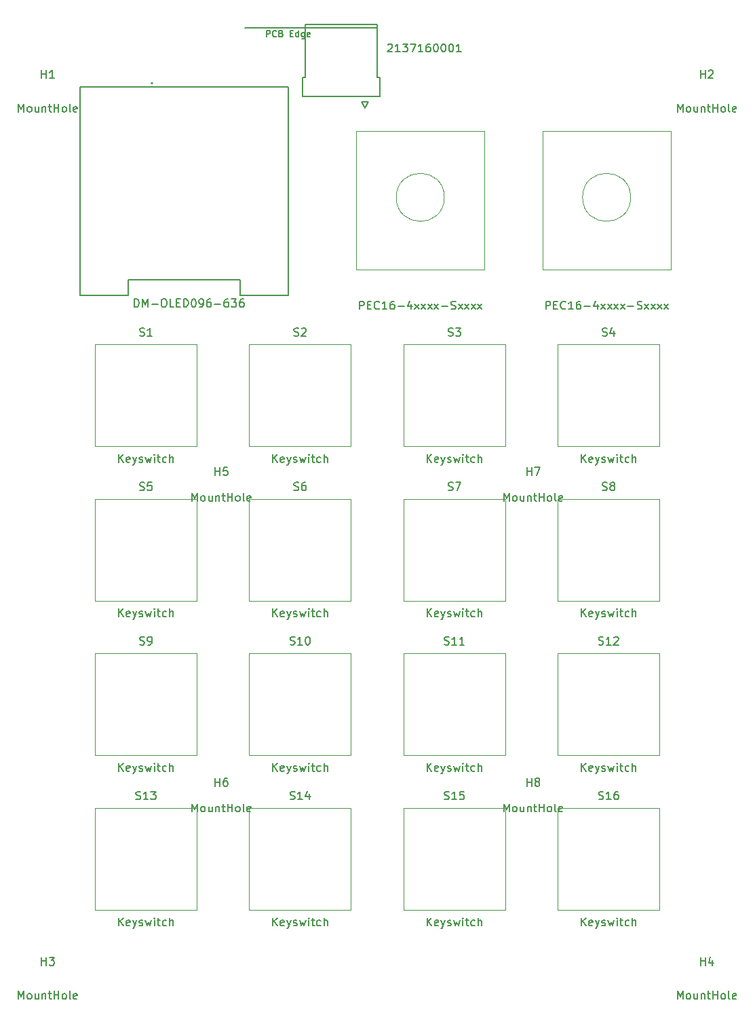
<source format=gbr>
%TF.GenerationSoftware,KiCad,Pcbnew,9.0.0*%
%TF.CreationDate,2025-06-12T15:56:33-06:00*%
%TF.ProjectId,final_macropad,66696e61-6c5f-46d6-9163-726f7061642e,rev?*%
%TF.SameCoordinates,Original*%
%TF.FileFunction,AssemblyDrawing,Top*%
%FSLAX46Y46*%
G04 Gerber Fmt 4.6, Leading zero omitted, Abs format (unit mm)*
G04 Created by KiCad (PCBNEW 9.0.0) date 2025-06-12 15:56:33*
%MOMM*%
%LPD*%
G01*
G04 APERTURE LIST*
%ADD10C,0.150000*%
%ADD11C,0.100000*%
%ADD12C,0.127000*%
%ADD13C,0.200000*%
%ADD14C,0.130000*%
G04 APERTURE END LIST*
D10*
X29357142Y-144707763D02*
X29357142Y-143707763D01*
X29357142Y-143707763D02*
X29690475Y-144422048D01*
X29690475Y-144422048D02*
X30023808Y-143707763D01*
X30023808Y-143707763D02*
X30023808Y-144707763D01*
X30642856Y-144707763D02*
X30547618Y-144660144D01*
X30547618Y-144660144D02*
X30499999Y-144612524D01*
X30499999Y-144612524D02*
X30452380Y-144517286D01*
X30452380Y-144517286D02*
X30452380Y-144231572D01*
X30452380Y-144231572D02*
X30499999Y-144136334D01*
X30499999Y-144136334D02*
X30547618Y-144088715D01*
X30547618Y-144088715D02*
X30642856Y-144041096D01*
X30642856Y-144041096D02*
X30785713Y-144041096D01*
X30785713Y-144041096D02*
X30880951Y-144088715D01*
X30880951Y-144088715D02*
X30928570Y-144136334D01*
X30928570Y-144136334D02*
X30976189Y-144231572D01*
X30976189Y-144231572D02*
X30976189Y-144517286D01*
X30976189Y-144517286D02*
X30928570Y-144612524D01*
X30928570Y-144612524D02*
X30880951Y-144660144D01*
X30880951Y-144660144D02*
X30785713Y-144707763D01*
X30785713Y-144707763D02*
X30642856Y-144707763D01*
X31833332Y-144041096D02*
X31833332Y-144707763D01*
X31404761Y-144041096D02*
X31404761Y-144564905D01*
X31404761Y-144564905D02*
X31452380Y-144660144D01*
X31452380Y-144660144D02*
X31547618Y-144707763D01*
X31547618Y-144707763D02*
X31690475Y-144707763D01*
X31690475Y-144707763D02*
X31785713Y-144660144D01*
X31785713Y-144660144D02*
X31833332Y-144612524D01*
X32309523Y-144041096D02*
X32309523Y-144707763D01*
X32309523Y-144136334D02*
X32357142Y-144088715D01*
X32357142Y-144088715D02*
X32452380Y-144041096D01*
X32452380Y-144041096D02*
X32595237Y-144041096D01*
X32595237Y-144041096D02*
X32690475Y-144088715D01*
X32690475Y-144088715D02*
X32738094Y-144183953D01*
X32738094Y-144183953D02*
X32738094Y-144707763D01*
X33071428Y-144041096D02*
X33452380Y-144041096D01*
X33214285Y-143707763D02*
X33214285Y-144564905D01*
X33214285Y-144564905D02*
X33261904Y-144660144D01*
X33261904Y-144660144D02*
X33357142Y-144707763D01*
X33357142Y-144707763D02*
X33452380Y-144707763D01*
X33785714Y-144707763D02*
X33785714Y-143707763D01*
X33785714Y-144183953D02*
X34357142Y-144183953D01*
X34357142Y-144707763D02*
X34357142Y-143707763D01*
X34976190Y-144707763D02*
X34880952Y-144660144D01*
X34880952Y-144660144D02*
X34833333Y-144612524D01*
X34833333Y-144612524D02*
X34785714Y-144517286D01*
X34785714Y-144517286D02*
X34785714Y-144231572D01*
X34785714Y-144231572D02*
X34833333Y-144136334D01*
X34833333Y-144136334D02*
X34880952Y-144088715D01*
X34880952Y-144088715D02*
X34976190Y-144041096D01*
X34976190Y-144041096D02*
X35119047Y-144041096D01*
X35119047Y-144041096D02*
X35214285Y-144088715D01*
X35214285Y-144088715D02*
X35261904Y-144136334D01*
X35261904Y-144136334D02*
X35309523Y-144231572D01*
X35309523Y-144231572D02*
X35309523Y-144517286D01*
X35309523Y-144517286D02*
X35261904Y-144612524D01*
X35261904Y-144612524D02*
X35214285Y-144660144D01*
X35214285Y-144660144D02*
X35119047Y-144707763D01*
X35119047Y-144707763D02*
X34976190Y-144707763D01*
X35880952Y-144707763D02*
X35785714Y-144660144D01*
X35785714Y-144660144D02*
X35738095Y-144564905D01*
X35738095Y-144564905D02*
X35738095Y-143707763D01*
X36642857Y-144660144D02*
X36547619Y-144707763D01*
X36547619Y-144707763D02*
X36357143Y-144707763D01*
X36357143Y-144707763D02*
X36261905Y-144660144D01*
X36261905Y-144660144D02*
X36214286Y-144564905D01*
X36214286Y-144564905D02*
X36214286Y-144183953D01*
X36214286Y-144183953D02*
X36261905Y-144088715D01*
X36261905Y-144088715D02*
X36357143Y-144041096D01*
X36357143Y-144041096D02*
X36547619Y-144041096D01*
X36547619Y-144041096D02*
X36642857Y-144088715D01*
X36642857Y-144088715D02*
X36690476Y-144183953D01*
X36690476Y-144183953D02*
X36690476Y-144279191D01*
X36690476Y-144279191D02*
X36214286Y-144374429D01*
X32238095Y-140507763D02*
X32238095Y-139507763D01*
X32238095Y-139983953D02*
X32809523Y-139983953D01*
X32809523Y-140507763D02*
X32809523Y-139507763D01*
X33190476Y-139507763D02*
X33809523Y-139507763D01*
X33809523Y-139507763D02*
X33476190Y-139888715D01*
X33476190Y-139888715D02*
X33619047Y-139888715D01*
X33619047Y-139888715D02*
X33714285Y-139936334D01*
X33714285Y-139936334D02*
X33761904Y-139983953D01*
X33761904Y-139983953D02*
X33809523Y-140079191D01*
X33809523Y-140079191D02*
X33809523Y-140317286D01*
X33809523Y-140317286D02*
X33761904Y-140412524D01*
X33761904Y-140412524D02*
X33714285Y-140460144D01*
X33714285Y-140460144D02*
X33619047Y-140507763D01*
X33619047Y-140507763D02*
X33333333Y-140507763D01*
X33333333Y-140507763D02*
X33238095Y-140460144D01*
X33238095Y-140460144D02*
X33190476Y-140412524D01*
X95154761Y-58704819D02*
X95154761Y-57704819D01*
X95154761Y-57704819D02*
X95535713Y-57704819D01*
X95535713Y-57704819D02*
X95630951Y-57752438D01*
X95630951Y-57752438D02*
X95678570Y-57800057D01*
X95678570Y-57800057D02*
X95726189Y-57895295D01*
X95726189Y-57895295D02*
X95726189Y-58038152D01*
X95726189Y-58038152D02*
X95678570Y-58133390D01*
X95678570Y-58133390D02*
X95630951Y-58181009D01*
X95630951Y-58181009D02*
X95535713Y-58228628D01*
X95535713Y-58228628D02*
X95154761Y-58228628D01*
X96154761Y-58181009D02*
X96488094Y-58181009D01*
X96630951Y-58704819D02*
X96154761Y-58704819D01*
X96154761Y-58704819D02*
X96154761Y-57704819D01*
X96154761Y-57704819D02*
X96630951Y-57704819D01*
X97630951Y-58609580D02*
X97583332Y-58657200D01*
X97583332Y-58657200D02*
X97440475Y-58704819D01*
X97440475Y-58704819D02*
X97345237Y-58704819D01*
X97345237Y-58704819D02*
X97202380Y-58657200D01*
X97202380Y-58657200D02*
X97107142Y-58561961D01*
X97107142Y-58561961D02*
X97059523Y-58466723D01*
X97059523Y-58466723D02*
X97011904Y-58276247D01*
X97011904Y-58276247D02*
X97011904Y-58133390D01*
X97011904Y-58133390D02*
X97059523Y-57942914D01*
X97059523Y-57942914D02*
X97107142Y-57847676D01*
X97107142Y-57847676D02*
X97202380Y-57752438D01*
X97202380Y-57752438D02*
X97345237Y-57704819D01*
X97345237Y-57704819D02*
X97440475Y-57704819D01*
X97440475Y-57704819D02*
X97583332Y-57752438D01*
X97583332Y-57752438D02*
X97630951Y-57800057D01*
X98583332Y-58704819D02*
X98011904Y-58704819D01*
X98297618Y-58704819D02*
X98297618Y-57704819D01*
X98297618Y-57704819D02*
X98202380Y-57847676D01*
X98202380Y-57847676D02*
X98107142Y-57942914D01*
X98107142Y-57942914D02*
X98011904Y-57990533D01*
X99440475Y-57704819D02*
X99249999Y-57704819D01*
X99249999Y-57704819D02*
X99154761Y-57752438D01*
X99154761Y-57752438D02*
X99107142Y-57800057D01*
X99107142Y-57800057D02*
X99011904Y-57942914D01*
X99011904Y-57942914D02*
X98964285Y-58133390D01*
X98964285Y-58133390D02*
X98964285Y-58514342D01*
X98964285Y-58514342D02*
X99011904Y-58609580D01*
X99011904Y-58609580D02*
X99059523Y-58657200D01*
X99059523Y-58657200D02*
X99154761Y-58704819D01*
X99154761Y-58704819D02*
X99345237Y-58704819D01*
X99345237Y-58704819D02*
X99440475Y-58657200D01*
X99440475Y-58657200D02*
X99488094Y-58609580D01*
X99488094Y-58609580D02*
X99535713Y-58514342D01*
X99535713Y-58514342D02*
X99535713Y-58276247D01*
X99535713Y-58276247D02*
X99488094Y-58181009D01*
X99488094Y-58181009D02*
X99440475Y-58133390D01*
X99440475Y-58133390D02*
X99345237Y-58085771D01*
X99345237Y-58085771D02*
X99154761Y-58085771D01*
X99154761Y-58085771D02*
X99059523Y-58133390D01*
X99059523Y-58133390D02*
X99011904Y-58181009D01*
X99011904Y-58181009D02*
X98964285Y-58276247D01*
X99964285Y-58323866D02*
X100726190Y-58323866D01*
X101630951Y-58038152D02*
X101630951Y-58704819D01*
X101392856Y-57657200D02*
X101154761Y-58371485D01*
X101154761Y-58371485D02*
X101773808Y-58371485D01*
X102059523Y-58704819D02*
X102583332Y-58038152D01*
X102059523Y-58038152D02*
X102583332Y-58704819D01*
X102869047Y-58704819D02*
X103392856Y-58038152D01*
X102869047Y-58038152D02*
X103392856Y-58704819D01*
X103678571Y-58704819D02*
X104202380Y-58038152D01*
X103678571Y-58038152D02*
X104202380Y-58704819D01*
X104488095Y-58704819D02*
X105011904Y-58038152D01*
X104488095Y-58038152D02*
X105011904Y-58704819D01*
X105392857Y-58323866D02*
X106154762Y-58323866D01*
X106583333Y-58657200D02*
X106726190Y-58704819D01*
X106726190Y-58704819D02*
X106964285Y-58704819D01*
X106964285Y-58704819D02*
X107059523Y-58657200D01*
X107059523Y-58657200D02*
X107107142Y-58609580D01*
X107107142Y-58609580D02*
X107154761Y-58514342D01*
X107154761Y-58514342D02*
X107154761Y-58419104D01*
X107154761Y-58419104D02*
X107107142Y-58323866D01*
X107107142Y-58323866D02*
X107059523Y-58276247D01*
X107059523Y-58276247D02*
X106964285Y-58228628D01*
X106964285Y-58228628D02*
X106773809Y-58181009D01*
X106773809Y-58181009D02*
X106678571Y-58133390D01*
X106678571Y-58133390D02*
X106630952Y-58085771D01*
X106630952Y-58085771D02*
X106583333Y-57990533D01*
X106583333Y-57990533D02*
X106583333Y-57895295D01*
X106583333Y-57895295D02*
X106630952Y-57800057D01*
X106630952Y-57800057D02*
X106678571Y-57752438D01*
X106678571Y-57752438D02*
X106773809Y-57704819D01*
X106773809Y-57704819D02*
X107011904Y-57704819D01*
X107011904Y-57704819D02*
X107154761Y-57752438D01*
X107488095Y-58704819D02*
X108011904Y-58038152D01*
X107488095Y-58038152D02*
X108011904Y-58704819D01*
X108297619Y-58704819D02*
X108821428Y-58038152D01*
X108297619Y-58038152D02*
X108821428Y-58704819D01*
X109107143Y-58704819D02*
X109630952Y-58038152D01*
X109107143Y-58038152D02*
X109630952Y-58704819D01*
X109916667Y-58704819D02*
X110440476Y-58038152D01*
X109916667Y-58038152D02*
X110440476Y-58704819D01*
X111607142Y-144707763D02*
X111607142Y-143707763D01*
X111607142Y-143707763D02*
X111940475Y-144422048D01*
X111940475Y-144422048D02*
X112273808Y-143707763D01*
X112273808Y-143707763D02*
X112273808Y-144707763D01*
X112892856Y-144707763D02*
X112797618Y-144660144D01*
X112797618Y-144660144D02*
X112749999Y-144612524D01*
X112749999Y-144612524D02*
X112702380Y-144517286D01*
X112702380Y-144517286D02*
X112702380Y-144231572D01*
X112702380Y-144231572D02*
X112749999Y-144136334D01*
X112749999Y-144136334D02*
X112797618Y-144088715D01*
X112797618Y-144088715D02*
X112892856Y-144041096D01*
X112892856Y-144041096D02*
X113035713Y-144041096D01*
X113035713Y-144041096D02*
X113130951Y-144088715D01*
X113130951Y-144088715D02*
X113178570Y-144136334D01*
X113178570Y-144136334D02*
X113226189Y-144231572D01*
X113226189Y-144231572D02*
X113226189Y-144517286D01*
X113226189Y-144517286D02*
X113178570Y-144612524D01*
X113178570Y-144612524D02*
X113130951Y-144660144D01*
X113130951Y-144660144D02*
X113035713Y-144707763D01*
X113035713Y-144707763D02*
X112892856Y-144707763D01*
X114083332Y-144041096D02*
X114083332Y-144707763D01*
X113654761Y-144041096D02*
X113654761Y-144564905D01*
X113654761Y-144564905D02*
X113702380Y-144660144D01*
X113702380Y-144660144D02*
X113797618Y-144707763D01*
X113797618Y-144707763D02*
X113940475Y-144707763D01*
X113940475Y-144707763D02*
X114035713Y-144660144D01*
X114035713Y-144660144D02*
X114083332Y-144612524D01*
X114559523Y-144041096D02*
X114559523Y-144707763D01*
X114559523Y-144136334D02*
X114607142Y-144088715D01*
X114607142Y-144088715D02*
X114702380Y-144041096D01*
X114702380Y-144041096D02*
X114845237Y-144041096D01*
X114845237Y-144041096D02*
X114940475Y-144088715D01*
X114940475Y-144088715D02*
X114988094Y-144183953D01*
X114988094Y-144183953D02*
X114988094Y-144707763D01*
X115321428Y-144041096D02*
X115702380Y-144041096D01*
X115464285Y-143707763D02*
X115464285Y-144564905D01*
X115464285Y-144564905D02*
X115511904Y-144660144D01*
X115511904Y-144660144D02*
X115607142Y-144707763D01*
X115607142Y-144707763D02*
X115702380Y-144707763D01*
X116035714Y-144707763D02*
X116035714Y-143707763D01*
X116035714Y-144183953D02*
X116607142Y-144183953D01*
X116607142Y-144707763D02*
X116607142Y-143707763D01*
X117226190Y-144707763D02*
X117130952Y-144660144D01*
X117130952Y-144660144D02*
X117083333Y-144612524D01*
X117083333Y-144612524D02*
X117035714Y-144517286D01*
X117035714Y-144517286D02*
X117035714Y-144231572D01*
X117035714Y-144231572D02*
X117083333Y-144136334D01*
X117083333Y-144136334D02*
X117130952Y-144088715D01*
X117130952Y-144088715D02*
X117226190Y-144041096D01*
X117226190Y-144041096D02*
X117369047Y-144041096D01*
X117369047Y-144041096D02*
X117464285Y-144088715D01*
X117464285Y-144088715D02*
X117511904Y-144136334D01*
X117511904Y-144136334D02*
X117559523Y-144231572D01*
X117559523Y-144231572D02*
X117559523Y-144517286D01*
X117559523Y-144517286D02*
X117511904Y-144612524D01*
X117511904Y-144612524D02*
X117464285Y-144660144D01*
X117464285Y-144660144D02*
X117369047Y-144707763D01*
X117369047Y-144707763D02*
X117226190Y-144707763D01*
X118130952Y-144707763D02*
X118035714Y-144660144D01*
X118035714Y-144660144D02*
X117988095Y-144564905D01*
X117988095Y-144564905D02*
X117988095Y-143707763D01*
X118892857Y-144660144D02*
X118797619Y-144707763D01*
X118797619Y-144707763D02*
X118607143Y-144707763D01*
X118607143Y-144707763D02*
X118511905Y-144660144D01*
X118511905Y-144660144D02*
X118464286Y-144564905D01*
X118464286Y-144564905D02*
X118464286Y-144183953D01*
X118464286Y-144183953D02*
X118511905Y-144088715D01*
X118511905Y-144088715D02*
X118607143Y-144041096D01*
X118607143Y-144041096D02*
X118797619Y-144041096D01*
X118797619Y-144041096D02*
X118892857Y-144088715D01*
X118892857Y-144088715D02*
X118940476Y-144183953D01*
X118940476Y-144183953D02*
X118940476Y-144279191D01*
X118940476Y-144279191D02*
X118464286Y-144374429D01*
X114488095Y-140507763D02*
X114488095Y-139507763D01*
X114488095Y-139983953D02*
X115059523Y-139983953D01*
X115059523Y-140507763D02*
X115059523Y-139507763D01*
X115964285Y-139841096D02*
X115964285Y-140507763D01*
X115726190Y-139460144D02*
X115488095Y-140174429D01*
X115488095Y-140174429D02*
X116107142Y-140174429D01*
X80345238Y-77788819D02*
X80345238Y-76788819D01*
X80916666Y-77788819D02*
X80488095Y-77217390D01*
X80916666Y-76788819D02*
X80345238Y-77360247D01*
X81726190Y-77741200D02*
X81630952Y-77788819D01*
X81630952Y-77788819D02*
X81440476Y-77788819D01*
X81440476Y-77788819D02*
X81345238Y-77741200D01*
X81345238Y-77741200D02*
X81297619Y-77645961D01*
X81297619Y-77645961D02*
X81297619Y-77265009D01*
X81297619Y-77265009D02*
X81345238Y-77169771D01*
X81345238Y-77169771D02*
X81440476Y-77122152D01*
X81440476Y-77122152D02*
X81630952Y-77122152D01*
X81630952Y-77122152D02*
X81726190Y-77169771D01*
X81726190Y-77169771D02*
X81773809Y-77265009D01*
X81773809Y-77265009D02*
X81773809Y-77360247D01*
X81773809Y-77360247D02*
X81297619Y-77455485D01*
X82107143Y-77122152D02*
X82345238Y-77788819D01*
X82583333Y-77122152D02*
X82345238Y-77788819D01*
X82345238Y-77788819D02*
X82250000Y-78026914D01*
X82250000Y-78026914D02*
X82202381Y-78074533D01*
X82202381Y-78074533D02*
X82107143Y-78122152D01*
X82916667Y-77741200D02*
X83011905Y-77788819D01*
X83011905Y-77788819D02*
X83202381Y-77788819D01*
X83202381Y-77788819D02*
X83297619Y-77741200D01*
X83297619Y-77741200D02*
X83345238Y-77645961D01*
X83345238Y-77645961D02*
X83345238Y-77598342D01*
X83345238Y-77598342D02*
X83297619Y-77503104D01*
X83297619Y-77503104D02*
X83202381Y-77455485D01*
X83202381Y-77455485D02*
X83059524Y-77455485D01*
X83059524Y-77455485D02*
X82964286Y-77407866D01*
X82964286Y-77407866D02*
X82916667Y-77312628D01*
X82916667Y-77312628D02*
X82916667Y-77265009D01*
X82916667Y-77265009D02*
X82964286Y-77169771D01*
X82964286Y-77169771D02*
X83059524Y-77122152D01*
X83059524Y-77122152D02*
X83202381Y-77122152D01*
X83202381Y-77122152D02*
X83297619Y-77169771D01*
X83678572Y-77122152D02*
X83869048Y-77788819D01*
X83869048Y-77788819D02*
X84059524Y-77312628D01*
X84059524Y-77312628D02*
X84250000Y-77788819D01*
X84250000Y-77788819D02*
X84440476Y-77122152D01*
X84821429Y-77788819D02*
X84821429Y-77122152D01*
X84821429Y-76788819D02*
X84773810Y-76836438D01*
X84773810Y-76836438D02*
X84821429Y-76884057D01*
X84821429Y-76884057D02*
X84869048Y-76836438D01*
X84869048Y-76836438D02*
X84821429Y-76788819D01*
X84821429Y-76788819D02*
X84821429Y-76884057D01*
X85154762Y-77122152D02*
X85535714Y-77122152D01*
X85297619Y-76788819D02*
X85297619Y-77645961D01*
X85297619Y-77645961D02*
X85345238Y-77741200D01*
X85345238Y-77741200D02*
X85440476Y-77788819D01*
X85440476Y-77788819D02*
X85535714Y-77788819D01*
X86297619Y-77741200D02*
X86202381Y-77788819D01*
X86202381Y-77788819D02*
X86011905Y-77788819D01*
X86011905Y-77788819D02*
X85916667Y-77741200D01*
X85916667Y-77741200D02*
X85869048Y-77693580D01*
X85869048Y-77693580D02*
X85821429Y-77598342D01*
X85821429Y-77598342D02*
X85821429Y-77312628D01*
X85821429Y-77312628D02*
X85869048Y-77217390D01*
X85869048Y-77217390D02*
X85916667Y-77169771D01*
X85916667Y-77169771D02*
X86011905Y-77122152D01*
X86011905Y-77122152D02*
X86202381Y-77122152D01*
X86202381Y-77122152D02*
X86297619Y-77169771D01*
X86726191Y-77788819D02*
X86726191Y-76788819D01*
X87154762Y-77788819D02*
X87154762Y-77265009D01*
X87154762Y-77265009D02*
X87107143Y-77169771D01*
X87107143Y-77169771D02*
X87011905Y-77122152D01*
X87011905Y-77122152D02*
X86869048Y-77122152D01*
X86869048Y-77122152D02*
X86773810Y-77169771D01*
X86773810Y-77169771D02*
X86726191Y-77217390D01*
X82988095Y-61993200D02*
X83130952Y-62040819D01*
X83130952Y-62040819D02*
X83369047Y-62040819D01*
X83369047Y-62040819D02*
X83464285Y-61993200D01*
X83464285Y-61993200D02*
X83511904Y-61945580D01*
X83511904Y-61945580D02*
X83559523Y-61850342D01*
X83559523Y-61850342D02*
X83559523Y-61755104D01*
X83559523Y-61755104D02*
X83511904Y-61659866D01*
X83511904Y-61659866D02*
X83464285Y-61612247D01*
X83464285Y-61612247D02*
X83369047Y-61564628D01*
X83369047Y-61564628D02*
X83178571Y-61517009D01*
X83178571Y-61517009D02*
X83083333Y-61469390D01*
X83083333Y-61469390D02*
X83035714Y-61421771D01*
X83035714Y-61421771D02*
X82988095Y-61326533D01*
X82988095Y-61326533D02*
X82988095Y-61231295D01*
X82988095Y-61231295D02*
X83035714Y-61136057D01*
X83035714Y-61136057D02*
X83083333Y-61088438D01*
X83083333Y-61088438D02*
X83178571Y-61040819D01*
X83178571Y-61040819D02*
X83416666Y-61040819D01*
X83416666Y-61040819D02*
X83559523Y-61088438D01*
X83892857Y-61040819D02*
X84511904Y-61040819D01*
X84511904Y-61040819D02*
X84178571Y-61421771D01*
X84178571Y-61421771D02*
X84321428Y-61421771D01*
X84321428Y-61421771D02*
X84416666Y-61469390D01*
X84416666Y-61469390D02*
X84464285Y-61517009D01*
X84464285Y-61517009D02*
X84511904Y-61612247D01*
X84511904Y-61612247D02*
X84511904Y-61850342D01*
X84511904Y-61850342D02*
X84464285Y-61945580D01*
X84464285Y-61945580D02*
X84416666Y-61993200D01*
X84416666Y-61993200D02*
X84321428Y-62040819D01*
X84321428Y-62040819D02*
X84035714Y-62040819D01*
X84035714Y-62040819D02*
X83940476Y-61993200D01*
X83940476Y-61993200D02*
X83892857Y-61945580D01*
X61095238Y-135578819D02*
X61095238Y-134578819D01*
X61666666Y-135578819D02*
X61238095Y-135007390D01*
X61666666Y-134578819D02*
X61095238Y-135150247D01*
X62476190Y-135531200D02*
X62380952Y-135578819D01*
X62380952Y-135578819D02*
X62190476Y-135578819D01*
X62190476Y-135578819D02*
X62095238Y-135531200D01*
X62095238Y-135531200D02*
X62047619Y-135435961D01*
X62047619Y-135435961D02*
X62047619Y-135055009D01*
X62047619Y-135055009D02*
X62095238Y-134959771D01*
X62095238Y-134959771D02*
X62190476Y-134912152D01*
X62190476Y-134912152D02*
X62380952Y-134912152D01*
X62380952Y-134912152D02*
X62476190Y-134959771D01*
X62476190Y-134959771D02*
X62523809Y-135055009D01*
X62523809Y-135055009D02*
X62523809Y-135150247D01*
X62523809Y-135150247D02*
X62047619Y-135245485D01*
X62857143Y-134912152D02*
X63095238Y-135578819D01*
X63333333Y-134912152D02*
X63095238Y-135578819D01*
X63095238Y-135578819D02*
X63000000Y-135816914D01*
X63000000Y-135816914D02*
X62952381Y-135864533D01*
X62952381Y-135864533D02*
X62857143Y-135912152D01*
X63666667Y-135531200D02*
X63761905Y-135578819D01*
X63761905Y-135578819D02*
X63952381Y-135578819D01*
X63952381Y-135578819D02*
X64047619Y-135531200D01*
X64047619Y-135531200D02*
X64095238Y-135435961D01*
X64095238Y-135435961D02*
X64095238Y-135388342D01*
X64095238Y-135388342D02*
X64047619Y-135293104D01*
X64047619Y-135293104D02*
X63952381Y-135245485D01*
X63952381Y-135245485D02*
X63809524Y-135245485D01*
X63809524Y-135245485D02*
X63714286Y-135197866D01*
X63714286Y-135197866D02*
X63666667Y-135102628D01*
X63666667Y-135102628D02*
X63666667Y-135055009D01*
X63666667Y-135055009D02*
X63714286Y-134959771D01*
X63714286Y-134959771D02*
X63809524Y-134912152D01*
X63809524Y-134912152D02*
X63952381Y-134912152D01*
X63952381Y-134912152D02*
X64047619Y-134959771D01*
X64428572Y-134912152D02*
X64619048Y-135578819D01*
X64619048Y-135578819D02*
X64809524Y-135102628D01*
X64809524Y-135102628D02*
X65000000Y-135578819D01*
X65000000Y-135578819D02*
X65190476Y-134912152D01*
X65571429Y-135578819D02*
X65571429Y-134912152D01*
X65571429Y-134578819D02*
X65523810Y-134626438D01*
X65523810Y-134626438D02*
X65571429Y-134674057D01*
X65571429Y-134674057D02*
X65619048Y-134626438D01*
X65619048Y-134626438D02*
X65571429Y-134578819D01*
X65571429Y-134578819D02*
X65571429Y-134674057D01*
X65904762Y-134912152D02*
X66285714Y-134912152D01*
X66047619Y-134578819D02*
X66047619Y-135435961D01*
X66047619Y-135435961D02*
X66095238Y-135531200D01*
X66095238Y-135531200D02*
X66190476Y-135578819D01*
X66190476Y-135578819D02*
X66285714Y-135578819D01*
X67047619Y-135531200D02*
X66952381Y-135578819D01*
X66952381Y-135578819D02*
X66761905Y-135578819D01*
X66761905Y-135578819D02*
X66666667Y-135531200D01*
X66666667Y-135531200D02*
X66619048Y-135483580D01*
X66619048Y-135483580D02*
X66571429Y-135388342D01*
X66571429Y-135388342D02*
X66571429Y-135102628D01*
X66571429Y-135102628D02*
X66619048Y-135007390D01*
X66619048Y-135007390D02*
X66666667Y-134959771D01*
X66666667Y-134959771D02*
X66761905Y-134912152D01*
X66761905Y-134912152D02*
X66952381Y-134912152D01*
X66952381Y-134912152D02*
X67047619Y-134959771D01*
X67476191Y-135578819D02*
X67476191Y-134578819D01*
X67904762Y-135578819D02*
X67904762Y-135055009D01*
X67904762Y-135055009D02*
X67857143Y-134959771D01*
X67857143Y-134959771D02*
X67761905Y-134912152D01*
X67761905Y-134912152D02*
X67619048Y-134912152D01*
X67619048Y-134912152D02*
X67523810Y-134959771D01*
X67523810Y-134959771D02*
X67476191Y-135007390D01*
X63261905Y-119783200D02*
X63404762Y-119830819D01*
X63404762Y-119830819D02*
X63642857Y-119830819D01*
X63642857Y-119830819D02*
X63738095Y-119783200D01*
X63738095Y-119783200D02*
X63785714Y-119735580D01*
X63785714Y-119735580D02*
X63833333Y-119640342D01*
X63833333Y-119640342D02*
X63833333Y-119545104D01*
X63833333Y-119545104D02*
X63785714Y-119449866D01*
X63785714Y-119449866D02*
X63738095Y-119402247D01*
X63738095Y-119402247D02*
X63642857Y-119354628D01*
X63642857Y-119354628D02*
X63452381Y-119307009D01*
X63452381Y-119307009D02*
X63357143Y-119259390D01*
X63357143Y-119259390D02*
X63309524Y-119211771D01*
X63309524Y-119211771D02*
X63261905Y-119116533D01*
X63261905Y-119116533D02*
X63261905Y-119021295D01*
X63261905Y-119021295D02*
X63309524Y-118926057D01*
X63309524Y-118926057D02*
X63357143Y-118878438D01*
X63357143Y-118878438D02*
X63452381Y-118830819D01*
X63452381Y-118830819D02*
X63690476Y-118830819D01*
X63690476Y-118830819D02*
X63833333Y-118878438D01*
X64785714Y-119830819D02*
X64214286Y-119830819D01*
X64500000Y-119830819D02*
X64500000Y-118830819D01*
X64500000Y-118830819D02*
X64404762Y-118973676D01*
X64404762Y-118973676D02*
X64309524Y-119068914D01*
X64309524Y-119068914D02*
X64214286Y-119116533D01*
X65642857Y-119164152D02*
X65642857Y-119830819D01*
X65404762Y-118783200D02*
X65166667Y-119497485D01*
X65166667Y-119497485D02*
X65785714Y-119497485D01*
X61095238Y-97038819D02*
X61095238Y-96038819D01*
X61666666Y-97038819D02*
X61238095Y-96467390D01*
X61666666Y-96038819D02*
X61095238Y-96610247D01*
X62476190Y-96991200D02*
X62380952Y-97038819D01*
X62380952Y-97038819D02*
X62190476Y-97038819D01*
X62190476Y-97038819D02*
X62095238Y-96991200D01*
X62095238Y-96991200D02*
X62047619Y-96895961D01*
X62047619Y-96895961D02*
X62047619Y-96515009D01*
X62047619Y-96515009D02*
X62095238Y-96419771D01*
X62095238Y-96419771D02*
X62190476Y-96372152D01*
X62190476Y-96372152D02*
X62380952Y-96372152D01*
X62380952Y-96372152D02*
X62476190Y-96419771D01*
X62476190Y-96419771D02*
X62523809Y-96515009D01*
X62523809Y-96515009D02*
X62523809Y-96610247D01*
X62523809Y-96610247D02*
X62047619Y-96705485D01*
X62857143Y-96372152D02*
X63095238Y-97038819D01*
X63333333Y-96372152D02*
X63095238Y-97038819D01*
X63095238Y-97038819D02*
X63000000Y-97276914D01*
X63000000Y-97276914D02*
X62952381Y-97324533D01*
X62952381Y-97324533D02*
X62857143Y-97372152D01*
X63666667Y-96991200D02*
X63761905Y-97038819D01*
X63761905Y-97038819D02*
X63952381Y-97038819D01*
X63952381Y-97038819D02*
X64047619Y-96991200D01*
X64047619Y-96991200D02*
X64095238Y-96895961D01*
X64095238Y-96895961D02*
X64095238Y-96848342D01*
X64095238Y-96848342D02*
X64047619Y-96753104D01*
X64047619Y-96753104D02*
X63952381Y-96705485D01*
X63952381Y-96705485D02*
X63809524Y-96705485D01*
X63809524Y-96705485D02*
X63714286Y-96657866D01*
X63714286Y-96657866D02*
X63666667Y-96562628D01*
X63666667Y-96562628D02*
X63666667Y-96515009D01*
X63666667Y-96515009D02*
X63714286Y-96419771D01*
X63714286Y-96419771D02*
X63809524Y-96372152D01*
X63809524Y-96372152D02*
X63952381Y-96372152D01*
X63952381Y-96372152D02*
X64047619Y-96419771D01*
X64428572Y-96372152D02*
X64619048Y-97038819D01*
X64619048Y-97038819D02*
X64809524Y-96562628D01*
X64809524Y-96562628D02*
X65000000Y-97038819D01*
X65000000Y-97038819D02*
X65190476Y-96372152D01*
X65571429Y-97038819D02*
X65571429Y-96372152D01*
X65571429Y-96038819D02*
X65523810Y-96086438D01*
X65523810Y-96086438D02*
X65571429Y-96134057D01*
X65571429Y-96134057D02*
X65619048Y-96086438D01*
X65619048Y-96086438D02*
X65571429Y-96038819D01*
X65571429Y-96038819D02*
X65571429Y-96134057D01*
X65904762Y-96372152D02*
X66285714Y-96372152D01*
X66047619Y-96038819D02*
X66047619Y-96895961D01*
X66047619Y-96895961D02*
X66095238Y-96991200D01*
X66095238Y-96991200D02*
X66190476Y-97038819D01*
X66190476Y-97038819D02*
X66285714Y-97038819D01*
X67047619Y-96991200D02*
X66952381Y-97038819D01*
X66952381Y-97038819D02*
X66761905Y-97038819D01*
X66761905Y-97038819D02*
X66666667Y-96991200D01*
X66666667Y-96991200D02*
X66619048Y-96943580D01*
X66619048Y-96943580D02*
X66571429Y-96848342D01*
X66571429Y-96848342D02*
X66571429Y-96562628D01*
X66571429Y-96562628D02*
X66619048Y-96467390D01*
X66619048Y-96467390D02*
X66666667Y-96419771D01*
X66666667Y-96419771D02*
X66761905Y-96372152D01*
X66761905Y-96372152D02*
X66952381Y-96372152D01*
X66952381Y-96372152D02*
X67047619Y-96419771D01*
X67476191Y-97038819D02*
X67476191Y-96038819D01*
X67904762Y-97038819D02*
X67904762Y-96515009D01*
X67904762Y-96515009D02*
X67857143Y-96419771D01*
X67857143Y-96419771D02*
X67761905Y-96372152D01*
X67761905Y-96372152D02*
X67619048Y-96372152D01*
X67619048Y-96372152D02*
X67523810Y-96419771D01*
X67523810Y-96419771D02*
X67476191Y-96467390D01*
X63738095Y-81243200D02*
X63880952Y-81290819D01*
X63880952Y-81290819D02*
X64119047Y-81290819D01*
X64119047Y-81290819D02*
X64214285Y-81243200D01*
X64214285Y-81243200D02*
X64261904Y-81195580D01*
X64261904Y-81195580D02*
X64309523Y-81100342D01*
X64309523Y-81100342D02*
X64309523Y-81005104D01*
X64309523Y-81005104D02*
X64261904Y-80909866D01*
X64261904Y-80909866D02*
X64214285Y-80862247D01*
X64214285Y-80862247D02*
X64119047Y-80814628D01*
X64119047Y-80814628D02*
X63928571Y-80767009D01*
X63928571Y-80767009D02*
X63833333Y-80719390D01*
X63833333Y-80719390D02*
X63785714Y-80671771D01*
X63785714Y-80671771D02*
X63738095Y-80576533D01*
X63738095Y-80576533D02*
X63738095Y-80481295D01*
X63738095Y-80481295D02*
X63785714Y-80386057D01*
X63785714Y-80386057D02*
X63833333Y-80338438D01*
X63833333Y-80338438D02*
X63928571Y-80290819D01*
X63928571Y-80290819D02*
X64166666Y-80290819D01*
X64166666Y-80290819D02*
X64309523Y-80338438D01*
X65166666Y-80290819D02*
X64976190Y-80290819D01*
X64976190Y-80290819D02*
X64880952Y-80338438D01*
X64880952Y-80338438D02*
X64833333Y-80386057D01*
X64833333Y-80386057D02*
X64738095Y-80528914D01*
X64738095Y-80528914D02*
X64690476Y-80719390D01*
X64690476Y-80719390D02*
X64690476Y-81100342D01*
X64690476Y-81100342D02*
X64738095Y-81195580D01*
X64738095Y-81195580D02*
X64785714Y-81243200D01*
X64785714Y-81243200D02*
X64880952Y-81290819D01*
X64880952Y-81290819D02*
X65071428Y-81290819D01*
X65071428Y-81290819D02*
X65166666Y-81243200D01*
X65166666Y-81243200D02*
X65214285Y-81195580D01*
X65214285Y-81195580D02*
X65261904Y-81100342D01*
X65261904Y-81100342D02*
X65261904Y-80862247D01*
X65261904Y-80862247D02*
X65214285Y-80767009D01*
X65214285Y-80767009D02*
X65166666Y-80719390D01*
X65166666Y-80719390D02*
X65071428Y-80671771D01*
X65071428Y-80671771D02*
X64880952Y-80671771D01*
X64880952Y-80671771D02*
X64785714Y-80719390D01*
X64785714Y-80719390D02*
X64738095Y-80767009D01*
X64738095Y-80767009D02*
X64690476Y-80862247D01*
X89927142Y-121364819D02*
X89927142Y-120364819D01*
X89927142Y-120364819D02*
X90260475Y-121079104D01*
X90260475Y-121079104D02*
X90593808Y-120364819D01*
X90593808Y-120364819D02*
X90593808Y-121364819D01*
X91212856Y-121364819D02*
X91117618Y-121317200D01*
X91117618Y-121317200D02*
X91069999Y-121269580D01*
X91069999Y-121269580D02*
X91022380Y-121174342D01*
X91022380Y-121174342D02*
X91022380Y-120888628D01*
X91022380Y-120888628D02*
X91069999Y-120793390D01*
X91069999Y-120793390D02*
X91117618Y-120745771D01*
X91117618Y-120745771D02*
X91212856Y-120698152D01*
X91212856Y-120698152D02*
X91355713Y-120698152D01*
X91355713Y-120698152D02*
X91450951Y-120745771D01*
X91450951Y-120745771D02*
X91498570Y-120793390D01*
X91498570Y-120793390D02*
X91546189Y-120888628D01*
X91546189Y-120888628D02*
X91546189Y-121174342D01*
X91546189Y-121174342D02*
X91498570Y-121269580D01*
X91498570Y-121269580D02*
X91450951Y-121317200D01*
X91450951Y-121317200D02*
X91355713Y-121364819D01*
X91355713Y-121364819D02*
X91212856Y-121364819D01*
X92403332Y-120698152D02*
X92403332Y-121364819D01*
X91974761Y-120698152D02*
X91974761Y-121221961D01*
X91974761Y-121221961D02*
X92022380Y-121317200D01*
X92022380Y-121317200D02*
X92117618Y-121364819D01*
X92117618Y-121364819D02*
X92260475Y-121364819D01*
X92260475Y-121364819D02*
X92355713Y-121317200D01*
X92355713Y-121317200D02*
X92403332Y-121269580D01*
X92879523Y-120698152D02*
X92879523Y-121364819D01*
X92879523Y-120793390D02*
X92927142Y-120745771D01*
X92927142Y-120745771D02*
X93022380Y-120698152D01*
X93022380Y-120698152D02*
X93165237Y-120698152D01*
X93165237Y-120698152D02*
X93260475Y-120745771D01*
X93260475Y-120745771D02*
X93308094Y-120841009D01*
X93308094Y-120841009D02*
X93308094Y-121364819D01*
X93641428Y-120698152D02*
X94022380Y-120698152D01*
X93784285Y-120364819D02*
X93784285Y-121221961D01*
X93784285Y-121221961D02*
X93831904Y-121317200D01*
X93831904Y-121317200D02*
X93927142Y-121364819D01*
X93927142Y-121364819D02*
X94022380Y-121364819D01*
X94355714Y-121364819D02*
X94355714Y-120364819D01*
X94355714Y-120841009D02*
X94927142Y-120841009D01*
X94927142Y-121364819D02*
X94927142Y-120364819D01*
X95546190Y-121364819D02*
X95450952Y-121317200D01*
X95450952Y-121317200D02*
X95403333Y-121269580D01*
X95403333Y-121269580D02*
X95355714Y-121174342D01*
X95355714Y-121174342D02*
X95355714Y-120888628D01*
X95355714Y-120888628D02*
X95403333Y-120793390D01*
X95403333Y-120793390D02*
X95450952Y-120745771D01*
X95450952Y-120745771D02*
X95546190Y-120698152D01*
X95546190Y-120698152D02*
X95689047Y-120698152D01*
X95689047Y-120698152D02*
X95784285Y-120745771D01*
X95784285Y-120745771D02*
X95831904Y-120793390D01*
X95831904Y-120793390D02*
X95879523Y-120888628D01*
X95879523Y-120888628D02*
X95879523Y-121174342D01*
X95879523Y-121174342D02*
X95831904Y-121269580D01*
X95831904Y-121269580D02*
X95784285Y-121317200D01*
X95784285Y-121317200D02*
X95689047Y-121364819D01*
X95689047Y-121364819D02*
X95546190Y-121364819D01*
X96450952Y-121364819D02*
X96355714Y-121317200D01*
X96355714Y-121317200D02*
X96308095Y-121221961D01*
X96308095Y-121221961D02*
X96308095Y-120364819D01*
X97212857Y-121317200D02*
X97117619Y-121364819D01*
X97117619Y-121364819D02*
X96927143Y-121364819D01*
X96927143Y-121364819D02*
X96831905Y-121317200D01*
X96831905Y-121317200D02*
X96784286Y-121221961D01*
X96784286Y-121221961D02*
X96784286Y-120841009D01*
X96784286Y-120841009D02*
X96831905Y-120745771D01*
X96831905Y-120745771D02*
X96927143Y-120698152D01*
X96927143Y-120698152D02*
X97117619Y-120698152D01*
X97117619Y-120698152D02*
X97212857Y-120745771D01*
X97212857Y-120745771D02*
X97260476Y-120841009D01*
X97260476Y-120841009D02*
X97260476Y-120936247D01*
X97260476Y-120936247D02*
X96784286Y-121031485D01*
X92808095Y-118164819D02*
X92808095Y-117164819D01*
X92808095Y-117641009D02*
X93379523Y-117641009D01*
X93379523Y-118164819D02*
X93379523Y-117164819D01*
X93998571Y-117593390D02*
X93903333Y-117545771D01*
X93903333Y-117545771D02*
X93855714Y-117498152D01*
X93855714Y-117498152D02*
X93808095Y-117402914D01*
X93808095Y-117402914D02*
X93808095Y-117355295D01*
X93808095Y-117355295D02*
X93855714Y-117260057D01*
X93855714Y-117260057D02*
X93903333Y-117212438D01*
X93903333Y-117212438D02*
X93998571Y-117164819D01*
X93998571Y-117164819D02*
X94189047Y-117164819D01*
X94189047Y-117164819D02*
X94284285Y-117212438D01*
X94284285Y-117212438D02*
X94331904Y-117260057D01*
X94331904Y-117260057D02*
X94379523Y-117355295D01*
X94379523Y-117355295D02*
X94379523Y-117402914D01*
X94379523Y-117402914D02*
X94331904Y-117498152D01*
X94331904Y-117498152D02*
X94284285Y-117545771D01*
X94284285Y-117545771D02*
X94189047Y-117593390D01*
X94189047Y-117593390D02*
X93998571Y-117593390D01*
X93998571Y-117593390D02*
X93903333Y-117641009D01*
X93903333Y-117641009D02*
X93855714Y-117688628D01*
X93855714Y-117688628D02*
X93808095Y-117783866D01*
X93808095Y-117783866D02*
X93808095Y-117974342D01*
X93808095Y-117974342D02*
X93855714Y-118069580D01*
X93855714Y-118069580D02*
X93903333Y-118117200D01*
X93903333Y-118117200D02*
X93998571Y-118164819D01*
X93998571Y-118164819D02*
X94189047Y-118164819D01*
X94189047Y-118164819D02*
X94284285Y-118117200D01*
X94284285Y-118117200D02*
X94331904Y-118069580D01*
X94331904Y-118069580D02*
X94379523Y-117974342D01*
X94379523Y-117974342D02*
X94379523Y-117783866D01*
X94379523Y-117783866D02*
X94331904Y-117688628D01*
X94331904Y-117688628D02*
X94284285Y-117641009D01*
X94284285Y-117641009D02*
X94189047Y-117593390D01*
X51027142Y-82614819D02*
X51027142Y-81614819D01*
X51027142Y-81614819D02*
X51360475Y-82329104D01*
X51360475Y-82329104D02*
X51693808Y-81614819D01*
X51693808Y-81614819D02*
X51693808Y-82614819D01*
X52312856Y-82614819D02*
X52217618Y-82567200D01*
X52217618Y-82567200D02*
X52169999Y-82519580D01*
X52169999Y-82519580D02*
X52122380Y-82424342D01*
X52122380Y-82424342D02*
X52122380Y-82138628D01*
X52122380Y-82138628D02*
X52169999Y-82043390D01*
X52169999Y-82043390D02*
X52217618Y-81995771D01*
X52217618Y-81995771D02*
X52312856Y-81948152D01*
X52312856Y-81948152D02*
X52455713Y-81948152D01*
X52455713Y-81948152D02*
X52550951Y-81995771D01*
X52550951Y-81995771D02*
X52598570Y-82043390D01*
X52598570Y-82043390D02*
X52646189Y-82138628D01*
X52646189Y-82138628D02*
X52646189Y-82424342D01*
X52646189Y-82424342D02*
X52598570Y-82519580D01*
X52598570Y-82519580D02*
X52550951Y-82567200D01*
X52550951Y-82567200D02*
X52455713Y-82614819D01*
X52455713Y-82614819D02*
X52312856Y-82614819D01*
X53503332Y-81948152D02*
X53503332Y-82614819D01*
X53074761Y-81948152D02*
X53074761Y-82471961D01*
X53074761Y-82471961D02*
X53122380Y-82567200D01*
X53122380Y-82567200D02*
X53217618Y-82614819D01*
X53217618Y-82614819D02*
X53360475Y-82614819D01*
X53360475Y-82614819D02*
X53455713Y-82567200D01*
X53455713Y-82567200D02*
X53503332Y-82519580D01*
X53979523Y-81948152D02*
X53979523Y-82614819D01*
X53979523Y-82043390D02*
X54027142Y-81995771D01*
X54027142Y-81995771D02*
X54122380Y-81948152D01*
X54122380Y-81948152D02*
X54265237Y-81948152D01*
X54265237Y-81948152D02*
X54360475Y-81995771D01*
X54360475Y-81995771D02*
X54408094Y-82091009D01*
X54408094Y-82091009D02*
X54408094Y-82614819D01*
X54741428Y-81948152D02*
X55122380Y-81948152D01*
X54884285Y-81614819D02*
X54884285Y-82471961D01*
X54884285Y-82471961D02*
X54931904Y-82567200D01*
X54931904Y-82567200D02*
X55027142Y-82614819D01*
X55027142Y-82614819D02*
X55122380Y-82614819D01*
X55455714Y-82614819D02*
X55455714Y-81614819D01*
X55455714Y-82091009D02*
X56027142Y-82091009D01*
X56027142Y-82614819D02*
X56027142Y-81614819D01*
X56646190Y-82614819D02*
X56550952Y-82567200D01*
X56550952Y-82567200D02*
X56503333Y-82519580D01*
X56503333Y-82519580D02*
X56455714Y-82424342D01*
X56455714Y-82424342D02*
X56455714Y-82138628D01*
X56455714Y-82138628D02*
X56503333Y-82043390D01*
X56503333Y-82043390D02*
X56550952Y-81995771D01*
X56550952Y-81995771D02*
X56646190Y-81948152D01*
X56646190Y-81948152D02*
X56789047Y-81948152D01*
X56789047Y-81948152D02*
X56884285Y-81995771D01*
X56884285Y-81995771D02*
X56931904Y-82043390D01*
X56931904Y-82043390D02*
X56979523Y-82138628D01*
X56979523Y-82138628D02*
X56979523Y-82424342D01*
X56979523Y-82424342D02*
X56931904Y-82519580D01*
X56931904Y-82519580D02*
X56884285Y-82567200D01*
X56884285Y-82567200D02*
X56789047Y-82614819D01*
X56789047Y-82614819D02*
X56646190Y-82614819D01*
X57550952Y-82614819D02*
X57455714Y-82567200D01*
X57455714Y-82567200D02*
X57408095Y-82471961D01*
X57408095Y-82471961D02*
X57408095Y-81614819D01*
X58312857Y-82567200D02*
X58217619Y-82614819D01*
X58217619Y-82614819D02*
X58027143Y-82614819D01*
X58027143Y-82614819D02*
X57931905Y-82567200D01*
X57931905Y-82567200D02*
X57884286Y-82471961D01*
X57884286Y-82471961D02*
X57884286Y-82091009D01*
X57884286Y-82091009D02*
X57931905Y-81995771D01*
X57931905Y-81995771D02*
X58027143Y-81948152D01*
X58027143Y-81948152D02*
X58217619Y-81948152D01*
X58217619Y-81948152D02*
X58312857Y-81995771D01*
X58312857Y-81995771D02*
X58360476Y-82091009D01*
X58360476Y-82091009D02*
X58360476Y-82186247D01*
X58360476Y-82186247D02*
X57884286Y-82281485D01*
X53908095Y-79414819D02*
X53908095Y-78414819D01*
X53908095Y-78891009D02*
X54479523Y-78891009D01*
X54479523Y-79414819D02*
X54479523Y-78414819D01*
X55431904Y-78414819D02*
X54955714Y-78414819D01*
X54955714Y-78414819D02*
X54908095Y-78891009D01*
X54908095Y-78891009D02*
X54955714Y-78843390D01*
X54955714Y-78843390D02*
X55050952Y-78795771D01*
X55050952Y-78795771D02*
X55289047Y-78795771D01*
X55289047Y-78795771D02*
X55384285Y-78843390D01*
X55384285Y-78843390D02*
X55431904Y-78891009D01*
X55431904Y-78891009D02*
X55479523Y-78986247D01*
X55479523Y-78986247D02*
X55479523Y-79224342D01*
X55479523Y-79224342D02*
X55431904Y-79319580D01*
X55431904Y-79319580D02*
X55384285Y-79367200D01*
X55384285Y-79367200D02*
X55289047Y-79414819D01*
X55289047Y-79414819D02*
X55050952Y-79414819D01*
X55050952Y-79414819D02*
X54955714Y-79367200D01*
X54955714Y-79367200D02*
X54908095Y-79319580D01*
X80345238Y-97038819D02*
X80345238Y-96038819D01*
X80916666Y-97038819D02*
X80488095Y-96467390D01*
X80916666Y-96038819D02*
X80345238Y-96610247D01*
X81726190Y-96991200D02*
X81630952Y-97038819D01*
X81630952Y-97038819D02*
X81440476Y-97038819D01*
X81440476Y-97038819D02*
X81345238Y-96991200D01*
X81345238Y-96991200D02*
X81297619Y-96895961D01*
X81297619Y-96895961D02*
X81297619Y-96515009D01*
X81297619Y-96515009D02*
X81345238Y-96419771D01*
X81345238Y-96419771D02*
X81440476Y-96372152D01*
X81440476Y-96372152D02*
X81630952Y-96372152D01*
X81630952Y-96372152D02*
X81726190Y-96419771D01*
X81726190Y-96419771D02*
X81773809Y-96515009D01*
X81773809Y-96515009D02*
X81773809Y-96610247D01*
X81773809Y-96610247D02*
X81297619Y-96705485D01*
X82107143Y-96372152D02*
X82345238Y-97038819D01*
X82583333Y-96372152D02*
X82345238Y-97038819D01*
X82345238Y-97038819D02*
X82250000Y-97276914D01*
X82250000Y-97276914D02*
X82202381Y-97324533D01*
X82202381Y-97324533D02*
X82107143Y-97372152D01*
X82916667Y-96991200D02*
X83011905Y-97038819D01*
X83011905Y-97038819D02*
X83202381Y-97038819D01*
X83202381Y-97038819D02*
X83297619Y-96991200D01*
X83297619Y-96991200D02*
X83345238Y-96895961D01*
X83345238Y-96895961D02*
X83345238Y-96848342D01*
X83345238Y-96848342D02*
X83297619Y-96753104D01*
X83297619Y-96753104D02*
X83202381Y-96705485D01*
X83202381Y-96705485D02*
X83059524Y-96705485D01*
X83059524Y-96705485D02*
X82964286Y-96657866D01*
X82964286Y-96657866D02*
X82916667Y-96562628D01*
X82916667Y-96562628D02*
X82916667Y-96515009D01*
X82916667Y-96515009D02*
X82964286Y-96419771D01*
X82964286Y-96419771D02*
X83059524Y-96372152D01*
X83059524Y-96372152D02*
X83202381Y-96372152D01*
X83202381Y-96372152D02*
X83297619Y-96419771D01*
X83678572Y-96372152D02*
X83869048Y-97038819D01*
X83869048Y-97038819D02*
X84059524Y-96562628D01*
X84059524Y-96562628D02*
X84250000Y-97038819D01*
X84250000Y-97038819D02*
X84440476Y-96372152D01*
X84821429Y-97038819D02*
X84821429Y-96372152D01*
X84821429Y-96038819D02*
X84773810Y-96086438D01*
X84773810Y-96086438D02*
X84821429Y-96134057D01*
X84821429Y-96134057D02*
X84869048Y-96086438D01*
X84869048Y-96086438D02*
X84821429Y-96038819D01*
X84821429Y-96038819D02*
X84821429Y-96134057D01*
X85154762Y-96372152D02*
X85535714Y-96372152D01*
X85297619Y-96038819D02*
X85297619Y-96895961D01*
X85297619Y-96895961D02*
X85345238Y-96991200D01*
X85345238Y-96991200D02*
X85440476Y-97038819D01*
X85440476Y-97038819D02*
X85535714Y-97038819D01*
X86297619Y-96991200D02*
X86202381Y-97038819D01*
X86202381Y-97038819D02*
X86011905Y-97038819D01*
X86011905Y-97038819D02*
X85916667Y-96991200D01*
X85916667Y-96991200D02*
X85869048Y-96943580D01*
X85869048Y-96943580D02*
X85821429Y-96848342D01*
X85821429Y-96848342D02*
X85821429Y-96562628D01*
X85821429Y-96562628D02*
X85869048Y-96467390D01*
X85869048Y-96467390D02*
X85916667Y-96419771D01*
X85916667Y-96419771D02*
X86011905Y-96372152D01*
X86011905Y-96372152D02*
X86202381Y-96372152D01*
X86202381Y-96372152D02*
X86297619Y-96419771D01*
X86726191Y-97038819D02*
X86726191Y-96038819D01*
X87154762Y-97038819D02*
X87154762Y-96515009D01*
X87154762Y-96515009D02*
X87107143Y-96419771D01*
X87107143Y-96419771D02*
X87011905Y-96372152D01*
X87011905Y-96372152D02*
X86869048Y-96372152D01*
X86869048Y-96372152D02*
X86773810Y-96419771D01*
X86773810Y-96419771D02*
X86726191Y-96467390D01*
X82988095Y-81243200D02*
X83130952Y-81290819D01*
X83130952Y-81290819D02*
X83369047Y-81290819D01*
X83369047Y-81290819D02*
X83464285Y-81243200D01*
X83464285Y-81243200D02*
X83511904Y-81195580D01*
X83511904Y-81195580D02*
X83559523Y-81100342D01*
X83559523Y-81100342D02*
X83559523Y-81005104D01*
X83559523Y-81005104D02*
X83511904Y-80909866D01*
X83511904Y-80909866D02*
X83464285Y-80862247D01*
X83464285Y-80862247D02*
X83369047Y-80814628D01*
X83369047Y-80814628D02*
X83178571Y-80767009D01*
X83178571Y-80767009D02*
X83083333Y-80719390D01*
X83083333Y-80719390D02*
X83035714Y-80671771D01*
X83035714Y-80671771D02*
X82988095Y-80576533D01*
X82988095Y-80576533D02*
X82988095Y-80481295D01*
X82988095Y-80481295D02*
X83035714Y-80386057D01*
X83035714Y-80386057D02*
X83083333Y-80338438D01*
X83083333Y-80338438D02*
X83178571Y-80290819D01*
X83178571Y-80290819D02*
X83416666Y-80290819D01*
X83416666Y-80290819D02*
X83559523Y-80338438D01*
X83892857Y-80290819D02*
X84559523Y-80290819D01*
X84559523Y-80290819D02*
X84130952Y-81290819D01*
X99595238Y-77788819D02*
X99595238Y-76788819D01*
X100166666Y-77788819D02*
X99738095Y-77217390D01*
X100166666Y-76788819D02*
X99595238Y-77360247D01*
X100976190Y-77741200D02*
X100880952Y-77788819D01*
X100880952Y-77788819D02*
X100690476Y-77788819D01*
X100690476Y-77788819D02*
X100595238Y-77741200D01*
X100595238Y-77741200D02*
X100547619Y-77645961D01*
X100547619Y-77645961D02*
X100547619Y-77265009D01*
X100547619Y-77265009D02*
X100595238Y-77169771D01*
X100595238Y-77169771D02*
X100690476Y-77122152D01*
X100690476Y-77122152D02*
X100880952Y-77122152D01*
X100880952Y-77122152D02*
X100976190Y-77169771D01*
X100976190Y-77169771D02*
X101023809Y-77265009D01*
X101023809Y-77265009D02*
X101023809Y-77360247D01*
X101023809Y-77360247D02*
X100547619Y-77455485D01*
X101357143Y-77122152D02*
X101595238Y-77788819D01*
X101833333Y-77122152D02*
X101595238Y-77788819D01*
X101595238Y-77788819D02*
X101500000Y-78026914D01*
X101500000Y-78026914D02*
X101452381Y-78074533D01*
X101452381Y-78074533D02*
X101357143Y-78122152D01*
X102166667Y-77741200D02*
X102261905Y-77788819D01*
X102261905Y-77788819D02*
X102452381Y-77788819D01*
X102452381Y-77788819D02*
X102547619Y-77741200D01*
X102547619Y-77741200D02*
X102595238Y-77645961D01*
X102595238Y-77645961D02*
X102595238Y-77598342D01*
X102595238Y-77598342D02*
X102547619Y-77503104D01*
X102547619Y-77503104D02*
X102452381Y-77455485D01*
X102452381Y-77455485D02*
X102309524Y-77455485D01*
X102309524Y-77455485D02*
X102214286Y-77407866D01*
X102214286Y-77407866D02*
X102166667Y-77312628D01*
X102166667Y-77312628D02*
X102166667Y-77265009D01*
X102166667Y-77265009D02*
X102214286Y-77169771D01*
X102214286Y-77169771D02*
X102309524Y-77122152D01*
X102309524Y-77122152D02*
X102452381Y-77122152D01*
X102452381Y-77122152D02*
X102547619Y-77169771D01*
X102928572Y-77122152D02*
X103119048Y-77788819D01*
X103119048Y-77788819D02*
X103309524Y-77312628D01*
X103309524Y-77312628D02*
X103500000Y-77788819D01*
X103500000Y-77788819D02*
X103690476Y-77122152D01*
X104071429Y-77788819D02*
X104071429Y-77122152D01*
X104071429Y-76788819D02*
X104023810Y-76836438D01*
X104023810Y-76836438D02*
X104071429Y-76884057D01*
X104071429Y-76884057D02*
X104119048Y-76836438D01*
X104119048Y-76836438D02*
X104071429Y-76788819D01*
X104071429Y-76788819D02*
X104071429Y-76884057D01*
X104404762Y-77122152D02*
X104785714Y-77122152D01*
X104547619Y-76788819D02*
X104547619Y-77645961D01*
X104547619Y-77645961D02*
X104595238Y-77741200D01*
X104595238Y-77741200D02*
X104690476Y-77788819D01*
X104690476Y-77788819D02*
X104785714Y-77788819D01*
X105547619Y-77741200D02*
X105452381Y-77788819D01*
X105452381Y-77788819D02*
X105261905Y-77788819D01*
X105261905Y-77788819D02*
X105166667Y-77741200D01*
X105166667Y-77741200D02*
X105119048Y-77693580D01*
X105119048Y-77693580D02*
X105071429Y-77598342D01*
X105071429Y-77598342D02*
X105071429Y-77312628D01*
X105071429Y-77312628D02*
X105119048Y-77217390D01*
X105119048Y-77217390D02*
X105166667Y-77169771D01*
X105166667Y-77169771D02*
X105261905Y-77122152D01*
X105261905Y-77122152D02*
X105452381Y-77122152D01*
X105452381Y-77122152D02*
X105547619Y-77169771D01*
X105976191Y-77788819D02*
X105976191Y-76788819D01*
X106404762Y-77788819D02*
X106404762Y-77265009D01*
X106404762Y-77265009D02*
X106357143Y-77169771D01*
X106357143Y-77169771D02*
X106261905Y-77122152D01*
X106261905Y-77122152D02*
X106119048Y-77122152D01*
X106119048Y-77122152D02*
X106023810Y-77169771D01*
X106023810Y-77169771D02*
X105976191Y-77217390D01*
X102238095Y-61993200D02*
X102380952Y-62040819D01*
X102380952Y-62040819D02*
X102619047Y-62040819D01*
X102619047Y-62040819D02*
X102714285Y-61993200D01*
X102714285Y-61993200D02*
X102761904Y-61945580D01*
X102761904Y-61945580D02*
X102809523Y-61850342D01*
X102809523Y-61850342D02*
X102809523Y-61755104D01*
X102809523Y-61755104D02*
X102761904Y-61659866D01*
X102761904Y-61659866D02*
X102714285Y-61612247D01*
X102714285Y-61612247D02*
X102619047Y-61564628D01*
X102619047Y-61564628D02*
X102428571Y-61517009D01*
X102428571Y-61517009D02*
X102333333Y-61469390D01*
X102333333Y-61469390D02*
X102285714Y-61421771D01*
X102285714Y-61421771D02*
X102238095Y-61326533D01*
X102238095Y-61326533D02*
X102238095Y-61231295D01*
X102238095Y-61231295D02*
X102285714Y-61136057D01*
X102285714Y-61136057D02*
X102333333Y-61088438D01*
X102333333Y-61088438D02*
X102428571Y-61040819D01*
X102428571Y-61040819D02*
X102666666Y-61040819D01*
X102666666Y-61040819D02*
X102809523Y-61088438D01*
X103666666Y-61374152D02*
X103666666Y-62040819D01*
X103428571Y-60993200D02*
X103190476Y-61707485D01*
X103190476Y-61707485D02*
X103809523Y-61707485D01*
X99595238Y-97038819D02*
X99595238Y-96038819D01*
X100166666Y-97038819D02*
X99738095Y-96467390D01*
X100166666Y-96038819D02*
X99595238Y-96610247D01*
X100976190Y-96991200D02*
X100880952Y-97038819D01*
X100880952Y-97038819D02*
X100690476Y-97038819D01*
X100690476Y-97038819D02*
X100595238Y-96991200D01*
X100595238Y-96991200D02*
X100547619Y-96895961D01*
X100547619Y-96895961D02*
X100547619Y-96515009D01*
X100547619Y-96515009D02*
X100595238Y-96419771D01*
X100595238Y-96419771D02*
X100690476Y-96372152D01*
X100690476Y-96372152D02*
X100880952Y-96372152D01*
X100880952Y-96372152D02*
X100976190Y-96419771D01*
X100976190Y-96419771D02*
X101023809Y-96515009D01*
X101023809Y-96515009D02*
X101023809Y-96610247D01*
X101023809Y-96610247D02*
X100547619Y-96705485D01*
X101357143Y-96372152D02*
X101595238Y-97038819D01*
X101833333Y-96372152D02*
X101595238Y-97038819D01*
X101595238Y-97038819D02*
X101500000Y-97276914D01*
X101500000Y-97276914D02*
X101452381Y-97324533D01*
X101452381Y-97324533D02*
X101357143Y-97372152D01*
X102166667Y-96991200D02*
X102261905Y-97038819D01*
X102261905Y-97038819D02*
X102452381Y-97038819D01*
X102452381Y-97038819D02*
X102547619Y-96991200D01*
X102547619Y-96991200D02*
X102595238Y-96895961D01*
X102595238Y-96895961D02*
X102595238Y-96848342D01*
X102595238Y-96848342D02*
X102547619Y-96753104D01*
X102547619Y-96753104D02*
X102452381Y-96705485D01*
X102452381Y-96705485D02*
X102309524Y-96705485D01*
X102309524Y-96705485D02*
X102214286Y-96657866D01*
X102214286Y-96657866D02*
X102166667Y-96562628D01*
X102166667Y-96562628D02*
X102166667Y-96515009D01*
X102166667Y-96515009D02*
X102214286Y-96419771D01*
X102214286Y-96419771D02*
X102309524Y-96372152D01*
X102309524Y-96372152D02*
X102452381Y-96372152D01*
X102452381Y-96372152D02*
X102547619Y-96419771D01*
X102928572Y-96372152D02*
X103119048Y-97038819D01*
X103119048Y-97038819D02*
X103309524Y-96562628D01*
X103309524Y-96562628D02*
X103500000Y-97038819D01*
X103500000Y-97038819D02*
X103690476Y-96372152D01*
X104071429Y-97038819D02*
X104071429Y-96372152D01*
X104071429Y-96038819D02*
X104023810Y-96086438D01*
X104023810Y-96086438D02*
X104071429Y-96134057D01*
X104071429Y-96134057D02*
X104119048Y-96086438D01*
X104119048Y-96086438D02*
X104071429Y-96038819D01*
X104071429Y-96038819D02*
X104071429Y-96134057D01*
X104404762Y-96372152D02*
X104785714Y-96372152D01*
X104547619Y-96038819D02*
X104547619Y-96895961D01*
X104547619Y-96895961D02*
X104595238Y-96991200D01*
X104595238Y-96991200D02*
X104690476Y-97038819D01*
X104690476Y-97038819D02*
X104785714Y-97038819D01*
X105547619Y-96991200D02*
X105452381Y-97038819D01*
X105452381Y-97038819D02*
X105261905Y-97038819D01*
X105261905Y-97038819D02*
X105166667Y-96991200D01*
X105166667Y-96991200D02*
X105119048Y-96943580D01*
X105119048Y-96943580D02*
X105071429Y-96848342D01*
X105071429Y-96848342D02*
X105071429Y-96562628D01*
X105071429Y-96562628D02*
X105119048Y-96467390D01*
X105119048Y-96467390D02*
X105166667Y-96419771D01*
X105166667Y-96419771D02*
X105261905Y-96372152D01*
X105261905Y-96372152D02*
X105452381Y-96372152D01*
X105452381Y-96372152D02*
X105547619Y-96419771D01*
X105976191Y-97038819D02*
X105976191Y-96038819D01*
X106404762Y-97038819D02*
X106404762Y-96515009D01*
X106404762Y-96515009D02*
X106357143Y-96419771D01*
X106357143Y-96419771D02*
X106261905Y-96372152D01*
X106261905Y-96372152D02*
X106119048Y-96372152D01*
X106119048Y-96372152D02*
X106023810Y-96419771D01*
X106023810Y-96419771D02*
X105976191Y-96467390D01*
X102238095Y-81243200D02*
X102380952Y-81290819D01*
X102380952Y-81290819D02*
X102619047Y-81290819D01*
X102619047Y-81290819D02*
X102714285Y-81243200D01*
X102714285Y-81243200D02*
X102761904Y-81195580D01*
X102761904Y-81195580D02*
X102809523Y-81100342D01*
X102809523Y-81100342D02*
X102809523Y-81005104D01*
X102809523Y-81005104D02*
X102761904Y-80909866D01*
X102761904Y-80909866D02*
X102714285Y-80862247D01*
X102714285Y-80862247D02*
X102619047Y-80814628D01*
X102619047Y-80814628D02*
X102428571Y-80767009D01*
X102428571Y-80767009D02*
X102333333Y-80719390D01*
X102333333Y-80719390D02*
X102285714Y-80671771D01*
X102285714Y-80671771D02*
X102238095Y-80576533D01*
X102238095Y-80576533D02*
X102238095Y-80481295D01*
X102238095Y-80481295D02*
X102285714Y-80386057D01*
X102285714Y-80386057D02*
X102333333Y-80338438D01*
X102333333Y-80338438D02*
X102428571Y-80290819D01*
X102428571Y-80290819D02*
X102666666Y-80290819D01*
X102666666Y-80290819D02*
X102809523Y-80338438D01*
X103380952Y-80719390D02*
X103285714Y-80671771D01*
X103285714Y-80671771D02*
X103238095Y-80624152D01*
X103238095Y-80624152D02*
X103190476Y-80528914D01*
X103190476Y-80528914D02*
X103190476Y-80481295D01*
X103190476Y-80481295D02*
X103238095Y-80386057D01*
X103238095Y-80386057D02*
X103285714Y-80338438D01*
X103285714Y-80338438D02*
X103380952Y-80290819D01*
X103380952Y-80290819D02*
X103571428Y-80290819D01*
X103571428Y-80290819D02*
X103666666Y-80338438D01*
X103666666Y-80338438D02*
X103714285Y-80386057D01*
X103714285Y-80386057D02*
X103761904Y-80481295D01*
X103761904Y-80481295D02*
X103761904Y-80528914D01*
X103761904Y-80528914D02*
X103714285Y-80624152D01*
X103714285Y-80624152D02*
X103666666Y-80671771D01*
X103666666Y-80671771D02*
X103571428Y-80719390D01*
X103571428Y-80719390D02*
X103380952Y-80719390D01*
X103380952Y-80719390D02*
X103285714Y-80767009D01*
X103285714Y-80767009D02*
X103238095Y-80814628D01*
X103238095Y-80814628D02*
X103190476Y-80909866D01*
X103190476Y-80909866D02*
X103190476Y-81100342D01*
X103190476Y-81100342D02*
X103238095Y-81195580D01*
X103238095Y-81195580D02*
X103285714Y-81243200D01*
X103285714Y-81243200D02*
X103380952Y-81290819D01*
X103380952Y-81290819D02*
X103571428Y-81290819D01*
X103571428Y-81290819D02*
X103666666Y-81243200D01*
X103666666Y-81243200D02*
X103714285Y-81195580D01*
X103714285Y-81195580D02*
X103761904Y-81100342D01*
X103761904Y-81100342D02*
X103761904Y-80909866D01*
X103761904Y-80909866D02*
X103714285Y-80814628D01*
X103714285Y-80814628D02*
X103666666Y-80767009D01*
X103666666Y-80767009D02*
X103571428Y-80719390D01*
X29357142Y-34101875D02*
X29357142Y-33101875D01*
X29357142Y-33101875D02*
X29690475Y-33816160D01*
X29690475Y-33816160D02*
X30023808Y-33101875D01*
X30023808Y-33101875D02*
X30023808Y-34101875D01*
X30642856Y-34101875D02*
X30547618Y-34054256D01*
X30547618Y-34054256D02*
X30499999Y-34006636D01*
X30499999Y-34006636D02*
X30452380Y-33911398D01*
X30452380Y-33911398D02*
X30452380Y-33625684D01*
X30452380Y-33625684D02*
X30499999Y-33530446D01*
X30499999Y-33530446D02*
X30547618Y-33482827D01*
X30547618Y-33482827D02*
X30642856Y-33435208D01*
X30642856Y-33435208D02*
X30785713Y-33435208D01*
X30785713Y-33435208D02*
X30880951Y-33482827D01*
X30880951Y-33482827D02*
X30928570Y-33530446D01*
X30928570Y-33530446D02*
X30976189Y-33625684D01*
X30976189Y-33625684D02*
X30976189Y-33911398D01*
X30976189Y-33911398D02*
X30928570Y-34006636D01*
X30928570Y-34006636D02*
X30880951Y-34054256D01*
X30880951Y-34054256D02*
X30785713Y-34101875D01*
X30785713Y-34101875D02*
X30642856Y-34101875D01*
X31833332Y-33435208D02*
X31833332Y-34101875D01*
X31404761Y-33435208D02*
X31404761Y-33959017D01*
X31404761Y-33959017D02*
X31452380Y-34054256D01*
X31452380Y-34054256D02*
X31547618Y-34101875D01*
X31547618Y-34101875D02*
X31690475Y-34101875D01*
X31690475Y-34101875D02*
X31785713Y-34054256D01*
X31785713Y-34054256D02*
X31833332Y-34006636D01*
X32309523Y-33435208D02*
X32309523Y-34101875D01*
X32309523Y-33530446D02*
X32357142Y-33482827D01*
X32357142Y-33482827D02*
X32452380Y-33435208D01*
X32452380Y-33435208D02*
X32595237Y-33435208D01*
X32595237Y-33435208D02*
X32690475Y-33482827D01*
X32690475Y-33482827D02*
X32738094Y-33578065D01*
X32738094Y-33578065D02*
X32738094Y-34101875D01*
X33071428Y-33435208D02*
X33452380Y-33435208D01*
X33214285Y-33101875D02*
X33214285Y-33959017D01*
X33214285Y-33959017D02*
X33261904Y-34054256D01*
X33261904Y-34054256D02*
X33357142Y-34101875D01*
X33357142Y-34101875D02*
X33452380Y-34101875D01*
X33785714Y-34101875D02*
X33785714Y-33101875D01*
X33785714Y-33578065D02*
X34357142Y-33578065D01*
X34357142Y-34101875D02*
X34357142Y-33101875D01*
X34976190Y-34101875D02*
X34880952Y-34054256D01*
X34880952Y-34054256D02*
X34833333Y-34006636D01*
X34833333Y-34006636D02*
X34785714Y-33911398D01*
X34785714Y-33911398D02*
X34785714Y-33625684D01*
X34785714Y-33625684D02*
X34833333Y-33530446D01*
X34833333Y-33530446D02*
X34880952Y-33482827D01*
X34880952Y-33482827D02*
X34976190Y-33435208D01*
X34976190Y-33435208D02*
X35119047Y-33435208D01*
X35119047Y-33435208D02*
X35214285Y-33482827D01*
X35214285Y-33482827D02*
X35261904Y-33530446D01*
X35261904Y-33530446D02*
X35309523Y-33625684D01*
X35309523Y-33625684D02*
X35309523Y-33911398D01*
X35309523Y-33911398D02*
X35261904Y-34006636D01*
X35261904Y-34006636D02*
X35214285Y-34054256D01*
X35214285Y-34054256D02*
X35119047Y-34101875D01*
X35119047Y-34101875D02*
X34976190Y-34101875D01*
X35880952Y-34101875D02*
X35785714Y-34054256D01*
X35785714Y-34054256D02*
X35738095Y-33959017D01*
X35738095Y-33959017D02*
X35738095Y-33101875D01*
X36642857Y-34054256D02*
X36547619Y-34101875D01*
X36547619Y-34101875D02*
X36357143Y-34101875D01*
X36357143Y-34101875D02*
X36261905Y-34054256D01*
X36261905Y-34054256D02*
X36214286Y-33959017D01*
X36214286Y-33959017D02*
X36214286Y-33578065D01*
X36214286Y-33578065D02*
X36261905Y-33482827D01*
X36261905Y-33482827D02*
X36357143Y-33435208D01*
X36357143Y-33435208D02*
X36547619Y-33435208D01*
X36547619Y-33435208D02*
X36642857Y-33482827D01*
X36642857Y-33482827D02*
X36690476Y-33578065D01*
X36690476Y-33578065D02*
X36690476Y-33673303D01*
X36690476Y-33673303D02*
X36214286Y-33768541D01*
X32238095Y-29901875D02*
X32238095Y-28901875D01*
X32238095Y-29378065D02*
X32809523Y-29378065D01*
X32809523Y-29901875D02*
X32809523Y-28901875D01*
X33809523Y-29901875D02*
X33238095Y-29901875D01*
X33523809Y-29901875D02*
X33523809Y-28901875D01*
X33523809Y-28901875D02*
X33428571Y-29044732D01*
X33428571Y-29044732D02*
X33333333Y-29139970D01*
X33333333Y-29139970D02*
X33238095Y-29187589D01*
X51027142Y-121364819D02*
X51027142Y-120364819D01*
X51027142Y-120364819D02*
X51360475Y-121079104D01*
X51360475Y-121079104D02*
X51693808Y-120364819D01*
X51693808Y-120364819D02*
X51693808Y-121364819D01*
X52312856Y-121364819D02*
X52217618Y-121317200D01*
X52217618Y-121317200D02*
X52169999Y-121269580D01*
X52169999Y-121269580D02*
X52122380Y-121174342D01*
X52122380Y-121174342D02*
X52122380Y-120888628D01*
X52122380Y-120888628D02*
X52169999Y-120793390D01*
X52169999Y-120793390D02*
X52217618Y-120745771D01*
X52217618Y-120745771D02*
X52312856Y-120698152D01*
X52312856Y-120698152D02*
X52455713Y-120698152D01*
X52455713Y-120698152D02*
X52550951Y-120745771D01*
X52550951Y-120745771D02*
X52598570Y-120793390D01*
X52598570Y-120793390D02*
X52646189Y-120888628D01*
X52646189Y-120888628D02*
X52646189Y-121174342D01*
X52646189Y-121174342D02*
X52598570Y-121269580D01*
X52598570Y-121269580D02*
X52550951Y-121317200D01*
X52550951Y-121317200D02*
X52455713Y-121364819D01*
X52455713Y-121364819D02*
X52312856Y-121364819D01*
X53503332Y-120698152D02*
X53503332Y-121364819D01*
X53074761Y-120698152D02*
X53074761Y-121221961D01*
X53074761Y-121221961D02*
X53122380Y-121317200D01*
X53122380Y-121317200D02*
X53217618Y-121364819D01*
X53217618Y-121364819D02*
X53360475Y-121364819D01*
X53360475Y-121364819D02*
X53455713Y-121317200D01*
X53455713Y-121317200D02*
X53503332Y-121269580D01*
X53979523Y-120698152D02*
X53979523Y-121364819D01*
X53979523Y-120793390D02*
X54027142Y-120745771D01*
X54027142Y-120745771D02*
X54122380Y-120698152D01*
X54122380Y-120698152D02*
X54265237Y-120698152D01*
X54265237Y-120698152D02*
X54360475Y-120745771D01*
X54360475Y-120745771D02*
X54408094Y-120841009D01*
X54408094Y-120841009D02*
X54408094Y-121364819D01*
X54741428Y-120698152D02*
X55122380Y-120698152D01*
X54884285Y-120364819D02*
X54884285Y-121221961D01*
X54884285Y-121221961D02*
X54931904Y-121317200D01*
X54931904Y-121317200D02*
X55027142Y-121364819D01*
X55027142Y-121364819D02*
X55122380Y-121364819D01*
X55455714Y-121364819D02*
X55455714Y-120364819D01*
X55455714Y-120841009D02*
X56027142Y-120841009D01*
X56027142Y-121364819D02*
X56027142Y-120364819D01*
X56646190Y-121364819D02*
X56550952Y-121317200D01*
X56550952Y-121317200D02*
X56503333Y-121269580D01*
X56503333Y-121269580D02*
X56455714Y-121174342D01*
X56455714Y-121174342D02*
X56455714Y-120888628D01*
X56455714Y-120888628D02*
X56503333Y-120793390D01*
X56503333Y-120793390D02*
X56550952Y-120745771D01*
X56550952Y-120745771D02*
X56646190Y-120698152D01*
X56646190Y-120698152D02*
X56789047Y-120698152D01*
X56789047Y-120698152D02*
X56884285Y-120745771D01*
X56884285Y-120745771D02*
X56931904Y-120793390D01*
X56931904Y-120793390D02*
X56979523Y-120888628D01*
X56979523Y-120888628D02*
X56979523Y-121174342D01*
X56979523Y-121174342D02*
X56931904Y-121269580D01*
X56931904Y-121269580D02*
X56884285Y-121317200D01*
X56884285Y-121317200D02*
X56789047Y-121364819D01*
X56789047Y-121364819D02*
X56646190Y-121364819D01*
X57550952Y-121364819D02*
X57455714Y-121317200D01*
X57455714Y-121317200D02*
X57408095Y-121221961D01*
X57408095Y-121221961D02*
X57408095Y-120364819D01*
X58312857Y-121317200D02*
X58217619Y-121364819D01*
X58217619Y-121364819D02*
X58027143Y-121364819D01*
X58027143Y-121364819D02*
X57931905Y-121317200D01*
X57931905Y-121317200D02*
X57884286Y-121221961D01*
X57884286Y-121221961D02*
X57884286Y-120841009D01*
X57884286Y-120841009D02*
X57931905Y-120745771D01*
X57931905Y-120745771D02*
X58027143Y-120698152D01*
X58027143Y-120698152D02*
X58217619Y-120698152D01*
X58217619Y-120698152D02*
X58312857Y-120745771D01*
X58312857Y-120745771D02*
X58360476Y-120841009D01*
X58360476Y-120841009D02*
X58360476Y-120936247D01*
X58360476Y-120936247D02*
X57884286Y-121031485D01*
X53908095Y-118164819D02*
X53908095Y-117164819D01*
X53908095Y-117641009D02*
X54479523Y-117641009D01*
X54479523Y-118164819D02*
X54479523Y-117164819D01*
X55384285Y-117164819D02*
X55193809Y-117164819D01*
X55193809Y-117164819D02*
X55098571Y-117212438D01*
X55098571Y-117212438D02*
X55050952Y-117260057D01*
X55050952Y-117260057D02*
X54955714Y-117402914D01*
X54955714Y-117402914D02*
X54908095Y-117593390D01*
X54908095Y-117593390D02*
X54908095Y-117974342D01*
X54908095Y-117974342D02*
X54955714Y-118069580D01*
X54955714Y-118069580D02*
X55003333Y-118117200D01*
X55003333Y-118117200D02*
X55098571Y-118164819D01*
X55098571Y-118164819D02*
X55289047Y-118164819D01*
X55289047Y-118164819D02*
X55384285Y-118117200D01*
X55384285Y-118117200D02*
X55431904Y-118069580D01*
X55431904Y-118069580D02*
X55479523Y-117974342D01*
X55479523Y-117974342D02*
X55479523Y-117736247D01*
X55479523Y-117736247D02*
X55431904Y-117641009D01*
X55431904Y-117641009D02*
X55384285Y-117593390D01*
X55384285Y-117593390D02*
X55289047Y-117545771D01*
X55289047Y-117545771D02*
X55098571Y-117545771D01*
X55098571Y-117545771D02*
X55003333Y-117593390D01*
X55003333Y-117593390D02*
X54955714Y-117641009D01*
X54955714Y-117641009D02*
X54908095Y-117736247D01*
X41845238Y-97038819D02*
X41845238Y-96038819D01*
X42416666Y-97038819D02*
X41988095Y-96467390D01*
X42416666Y-96038819D02*
X41845238Y-96610247D01*
X43226190Y-96991200D02*
X43130952Y-97038819D01*
X43130952Y-97038819D02*
X42940476Y-97038819D01*
X42940476Y-97038819D02*
X42845238Y-96991200D01*
X42845238Y-96991200D02*
X42797619Y-96895961D01*
X42797619Y-96895961D02*
X42797619Y-96515009D01*
X42797619Y-96515009D02*
X42845238Y-96419771D01*
X42845238Y-96419771D02*
X42940476Y-96372152D01*
X42940476Y-96372152D02*
X43130952Y-96372152D01*
X43130952Y-96372152D02*
X43226190Y-96419771D01*
X43226190Y-96419771D02*
X43273809Y-96515009D01*
X43273809Y-96515009D02*
X43273809Y-96610247D01*
X43273809Y-96610247D02*
X42797619Y-96705485D01*
X43607143Y-96372152D02*
X43845238Y-97038819D01*
X44083333Y-96372152D02*
X43845238Y-97038819D01*
X43845238Y-97038819D02*
X43750000Y-97276914D01*
X43750000Y-97276914D02*
X43702381Y-97324533D01*
X43702381Y-97324533D02*
X43607143Y-97372152D01*
X44416667Y-96991200D02*
X44511905Y-97038819D01*
X44511905Y-97038819D02*
X44702381Y-97038819D01*
X44702381Y-97038819D02*
X44797619Y-96991200D01*
X44797619Y-96991200D02*
X44845238Y-96895961D01*
X44845238Y-96895961D02*
X44845238Y-96848342D01*
X44845238Y-96848342D02*
X44797619Y-96753104D01*
X44797619Y-96753104D02*
X44702381Y-96705485D01*
X44702381Y-96705485D02*
X44559524Y-96705485D01*
X44559524Y-96705485D02*
X44464286Y-96657866D01*
X44464286Y-96657866D02*
X44416667Y-96562628D01*
X44416667Y-96562628D02*
X44416667Y-96515009D01*
X44416667Y-96515009D02*
X44464286Y-96419771D01*
X44464286Y-96419771D02*
X44559524Y-96372152D01*
X44559524Y-96372152D02*
X44702381Y-96372152D01*
X44702381Y-96372152D02*
X44797619Y-96419771D01*
X45178572Y-96372152D02*
X45369048Y-97038819D01*
X45369048Y-97038819D02*
X45559524Y-96562628D01*
X45559524Y-96562628D02*
X45750000Y-97038819D01*
X45750000Y-97038819D02*
X45940476Y-96372152D01*
X46321429Y-97038819D02*
X46321429Y-96372152D01*
X46321429Y-96038819D02*
X46273810Y-96086438D01*
X46273810Y-96086438D02*
X46321429Y-96134057D01*
X46321429Y-96134057D02*
X46369048Y-96086438D01*
X46369048Y-96086438D02*
X46321429Y-96038819D01*
X46321429Y-96038819D02*
X46321429Y-96134057D01*
X46654762Y-96372152D02*
X47035714Y-96372152D01*
X46797619Y-96038819D02*
X46797619Y-96895961D01*
X46797619Y-96895961D02*
X46845238Y-96991200D01*
X46845238Y-96991200D02*
X46940476Y-97038819D01*
X46940476Y-97038819D02*
X47035714Y-97038819D01*
X47797619Y-96991200D02*
X47702381Y-97038819D01*
X47702381Y-97038819D02*
X47511905Y-97038819D01*
X47511905Y-97038819D02*
X47416667Y-96991200D01*
X47416667Y-96991200D02*
X47369048Y-96943580D01*
X47369048Y-96943580D02*
X47321429Y-96848342D01*
X47321429Y-96848342D02*
X47321429Y-96562628D01*
X47321429Y-96562628D02*
X47369048Y-96467390D01*
X47369048Y-96467390D02*
X47416667Y-96419771D01*
X47416667Y-96419771D02*
X47511905Y-96372152D01*
X47511905Y-96372152D02*
X47702381Y-96372152D01*
X47702381Y-96372152D02*
X47797619Y-96419771D01*
X48226191Y-97038819D02*
X48226191Y-96038819D01*
X48654762Y-97038819D02*
X48654762Y-96515009D01*
X48654762Y-96515009D02*
X48607143Y-96419771D01*
X48607143Y-96419771D02*
X48511905Y-96372152D01*
X48511905Y-96372152D02*
X48369048Y-96372152D01*
X48369048Y-96372152D02*
X48273810Y-96419771D01*
X48273810Y-96419771D02*
X48226191Y-96467390D01*
X44488095Y-81243200D02*
X44630952Y-81290819D01*
X44630952Y-81290819D02*
X44869047Y-81290819D01*
X44869047Y-81290819D02*
X44964285Y-81243200D01*
X44964285Y-81243200D02*
X45011904Y-81195580D01*
X45011904Y-81195580D02*
X45059523Y-81100342D01*
X45059523Y-81100342D02*
X45059523Y-81005104D01*
X45059523Y-81005104D02*
X45011904Y-80909866D01*
X45011904Y-80909866D02*
X44964285Y-80862247D01*
X44964285Y-80862247D02*
X44869047Y-80814628D01*
X44869047Y-80814628D02*
X44678571Y-80767009D01*
X44678571Y-80767009D02*
X44583333Y-80719390D01*
X44583333Y-80719390D02*
X44535714Y-80671771D01*
X44535714Y-80671771D02*
X44488095Y-80576533D01*
X44488095Y-80576533D02*
X44488095Y-80481295D01*
X44488095Y-80481295D02*
X44535714Y-80386057D01*
X44535714Y-80386057D02*
X44583333Y-80338438D01*
X44583333Y-80338438D02*
X44678571Y-80290819D01*
X44678571Y-80290819D02*
X44916666Y-80290819D01*
X44916666Y-80290819D02*
X45059523Y-80338438D01*
X45964285Y-80290819D02*
X45488095Y-80290819D01*
X45488095Y-80290819D02*
X45440476Y-80767009D01*
X45440476Y-80767009D02*
X45488095Y-80719390D01*
X45488095Y-80719390D02*
X45583333Y-80671771D01*
X45583333Y-80671771D02*
X45821428Y-80671771D01*
X45821428Y-80671771D02*
X45916666Y-80719390D01*
X45916666Y-80719390D02*
X45964285Y-80767009D01*
X45964285Y-80767009D02*
X46011904Y-80862247D01*
X46011904Y-80862247D02*
X46011904Y-81100342D01*
X46011904Y-81100342D02*
X45964285Y-81195580D01*
X45964285Y-81195580D02*
X45916666Y-81243200D01*
X45916666Y-81243200D02*
X45821428Y-81290819D01*
X45821428Y-81290819D02*
X45583333Y-81290819D01*
X45583333Y-81290819D02*
X45488095Y-81243200D01*
X45488095Y-81243200D02*
X45440476Y-81195580D01*
X41845238Y-77788819D02*
X41845238Y-76788819D01*
X42416666Y-77788819D02*
X41988095Y-77217390D01*
X42416666Y-76788819D02*
X41845238Y-77360247D01*
X43226190Y-77741200D02*
X43130952Y-77788819D01*
X43130952Y-77788819D02*
X42940476Y-77788819D01*
X42940476Y-77788819D02*
X42845238Y-77741200D01*
X42845238Y-77741200D02*
X42797619Y-77645961D01*
X42797619Y-77645961D02*
X42797619Y-77265009D01*
X42797619Y-77265009D02*
X42845238Y-77169771D01*
X42845238Y-77169771D02*
X42940476Y-77122152D01*
X42940476Y-77122152D02*
X43130952Y-77122152D01*
X43130952Y-77122152D02*
X43226190Y-77169771D01*
X43226190Y-77169771D02*
X43273809Y-77265009D01*
X43273809Y-77265009D02*
X43273809Y-77360247D01*
X43273809Y-77360247D02*
X42797619Y-77455485D01*
X43607143Y-77122152D02*
X43845238Y-77788819D01*
X44083333Y-77122152D02*
X43845238Y-77788819D01*
X43845238Y-77788819D02*
X43750000Y-78026914D01*
X43750000Y-78026914D02*
X43702381Y-78074533D01*
X43702381Y-78074533D02*
X43607143Y-78122152D01*
X44416667Y-77741200D02*
X44511905Y-77788819D01*
X44511905Y-77788819D02*
X44702381Y-77788819D01*
X44702381Y-77788819D02*
X44797619Y-77741200D01*
X44797619Y-77741200D02*
X44845238Y-77645961D01*
X44845238Y-77645961D02*
X44845238Y-77598342D01*
X44845238Y-77598342D02*
X44797619Y-77503104D01*
X44797619Y-77503104D02*
X44702381Y-77455485D01*
X44702381Y-77455485D02*
X44559524Y-77455485D01*
X44559524Y-77455485D02*
X44464286Y-77407866D01*
X44464286Y-77407866D02*
X44416667Y-77312628D01*
X44416667Y-77312628D02*
X44416667Y-77265009D01*
X44416667Y-77265009D02*
X44464286Y-77169771D01*
X44464286Y-77169771D02*
X44559524Y-77122152D01*
X44559524Y-77122152D02*
X44702381Y-77122152D01*
X44702381Y-77122152D02*
X44797619Y-77169771D01*
X45178572Y-77122152D02*
X45369048Y-77788819D01*
X45369048Y-77788819D02*
X45559524Y-77312628D01*
X45559524Y-77312628D02*
X45750000Y-77788819D01*
X45750000Y-77788819D02*
X45940476Y-77122152D01*
X46321429Y-77788819D02*
X46321429Y-77122152D01*
X46321429Y-76788819D02*
X46273810Y-76836438D01*
X46273810Y-76836438D02*
X46321429Y-76884057D01*
X46321429Y-76884057D02*
X46369048Y-76836438D01*
X46369048Y-76836438D02*
X46321429Y-76788819D01*
X46321429Y-76788819D02*
X46321429Y-76884057D01*
X46654762Y-77122152D02*
X47035714Y-77122152D01*
X46797619Y-76788819D02*
X46797619Y-77645961D01*
X46797619Y-77645961D02*
X46845238Y-77741200D01*
X46845238Y-77741200D02*
X46940476Y-77788819D01*
X46940476Y-77788819D02*
X47035714Y-77788819D01*
X47797619Y-77741200D02*
X47702381Y-77788819D01*
X47702381Y-77788819D02*
X47511905Y-77788819D01*
X47511905Y-77788819D02*
X47416667Y-77741200D01*
X47416667Y-77741200D02*
X47369048Y-77693580D01*
X47369048Y-77693580D02*
X47321429Y-77598342D01*
X47321429Y-77598342D02*
X47321429Y-77312628D01*
X47321429Y-77312628D02*
X47369048Y-77217390D01*
X47369048Y-77217390D02*
X47416667Y-77169771D01*
X47416667Y-77169771D02*
X47511905Y-77122152D01*
X47511905Y-77122152D02*
X47702381Y-77122152D01*
X47702381Y-77122152D02*
X47797619Y-77169771D01*
X48226191Y-77788819D02*
X48226191Y-76788819D01*
X48654762Y-77788819D02*
X48654762Y-77265009D01*
X48654762Y-77265009D02*
X48607143Y-77169771D01*
X48607143Y-77169771D02*
X48511905Y-77122152D01*
X48511905Y-77122152D02*
X48369048Y-77122152D01*
X48369048Y-77122152D02*
X48273810Y-77169771D01*
X48273810Y-77169771D02*
X48226191Y-77217390D01*
X44488095Y-61993200D02*
X44630952Y-62040819D01*
X44630952Y-62040819D02*
X44869047Y-62040819D01*
X44869047Y-62040819D02*
X44964285Y-61993200D01*
X44964285Y-61993200D02*
X45011904Y-61945580D01*
X45011904Y-61945580D02*
X45059523Y-61850342D01*
X45059523Y-61850342D02*
X45059523Y-61755104D01*
X45059523Y-61755104D02*
X45011904Y-61659866D01*
X45011904Y-61659866D02*
X44964285Y-61612247D01*
X44964285Y-61612247D02*
X44869047Y-61564628D01*
X44869047Y-61564628D02*
X44678571Y-61517009D01*
X44678571Y-61517009D02*
X44583333Y-61469390D01*
X44583333Y-61469390D02*
X44535714Y-61421771D01*
X44535714Y-61421771D02*
X44488095Y-61326533D01*
X44488095Y-61326533D02*
X44488095Y-61231295D01*
X44488095Y-61231295D02*
X44535714Y-61136057D01*
X44535714Y-61136057D02*
X44583333Y-61088438D01*
X44583333Y-61088438D02*
X44678571Y-61040819D01*
X44678571Y-61040819D02*
X44916666Y-61040819D01*
X44916666Y-61040819D02*
X45059523Y-61088438D01*
X46011904Y-62040819D02*
X45440476Y-62040819D01*
X45726190Y-62040819D02*
X45726190Y-61040819D01*
X45726190Y-61040819D02*
X45630952Y-61183676D01*
X45630952Y-61183676D02*
X45535714Y-61278914D01*
X45535714Y-61278914D02*
X45440476Y-61326533D01*
X61095238Y-116288819D02*
X61095238Y-115288819D01*
X61666666Y-116288819D02*
X61238095Y-115717390D01*
X61666666Y-115288819D02*
X61095238Y-115860247D01*
X62476190Y-116241200D02*
X62380952Y-116288819D01*
X62380952Y-116288819D02*
X62190476Y-116288819D01*
X62190476Y-116288819D02*
X62095238Y-116241200D01*
X62095238Y-116241200D02*
X62047619Y-116145961D01*
X62047619Y-116145961D02*
X62047619Y-115765009D01*
X62047619Y-115765009D02*
X62095238Y-115669771D01*
X62095238Y-115669771D02*
X62190476Y-115622152D01*
X62190476Y-115622152D02*
X62380952Y-115622152D01*
X62380952Y-115622152D02*
X62476190Y-115669771D01*
X62476190Y-115669771D02*
X62523809Y-115765009D01*
X62523809Y-115765009D02*
X62523809Y-115860247D01*
X62523809Y-115860247D02*
X62047619Y-115955485D01*
X62857143Y-115622152D02*
X63095238Y-116288819D01*
X63333333Y-115622152D02*
X63095238Y-116288819D01*
X63095238Y-116288819D02*
X63000000Y-116526914D01*
X63000000Y-116526914D02*
X62952381Y-116574533D01*
X62952381Y-116574533D02*
X62857143Y-116622152D01*
X63666667Y-116241200D02*
X63761905Y-116288819D01*
X63761905Y-116288819D02*
X63952381Y-116288819D01*
X63952381Y-116288819D02*
X64047619Y-116241200D01*
X64047619Y-116241200D02*
X64095238Y-116145961D01*
X64095238Y-116145961D02*
X64095238Y-116098342D01*
X64095238Y-116098342D02*
X64047619Y-116003104D01*
X64047619Y-116003104D02*
X63952381Y-115955485D01*
X63952381Y-115955485D02*
X63809524Y-115955485D01*
X63809524Y-115955485D02*
X63714286Y-115907866D01*
X63714286Y-115907866D02*
X63666667Y-115812628D01*
X63666667Y-115812628D02*
X63666667Y-115765009D01*
X63666667Y-115765009D02*
X63714286Y-115669771D01*
X63714286Y-115669771D02*
X63809524Y-115622152D01*
X63809524Y-115622152D02*
X63952381Y-115622152D01*
X63952381Y-115622152D02*
X64047619Y-115669771D01*
X64428572Y-115622152D02*
X64619048Y-116288819D01*
X64619048Y-116288819D02*
X64809524Y-115812628D01*
X64809524Y-115812628D02*
X65000000Y-116288819D01*
X65000000Y-116288819D02*
X65190476Y-115622152D01*
X65571429Y-116288819D02*
X65571429Y-115622152D01*
X65571429Y-115288819D02*
X65523810Y-115336438D01*
X65523810Y-115336438D02*
X65571429Y-115384057D01*
X65571429Y-115384057D02*
X65619048Y-115336438D01*
X65619048Y-115336438D02*
X65571429Y-115288819D01*
X65571429Y-115288819D02*
X65571429Y-115384057D01*
X65904762Y-115622152D02*
X66285714Y-115622152D01*
X66047619Y-115288819D02*
X66047619Y-116145961D01*
X66047619Y-116145961D02*
X66095238Y-116241200D01*
X66095238Y-116241200D02*
X66190476Y-116288819D01*
X66190476Y-116288819D02*
X66285714Y-116288819D01*
X67047619Y-116241200D02*
X66952381Y-116288819D01*
X66952381Y-116288819D02*
X66761905Y-116288819D01*
X66761905Y-116288819D02*
X66666667Y-116241200D01*
X66666667Y-116241200D02*
X66619048Y-116193580D01*
X66619048Y-116193580D02*
X66571429Y-116098342D01*
X66571429Y-116098342D02*
X66571429Y-115812628D01*
X66571429Y-115812628D02*
X66619048Y-115717390D01*
X66619048Y-115717390D02*
X66666667Y-115669771D01*
X66666667Y-115669771D02*
X66761905Y-115622152D01*
X66761905Y-115622152D02*
X66952381Y-115622152D01*
X66952381Y-115622152D02*
X67047619Y-115669771D01*
X67476191Y-116288819D02*
X67476191Y-115288819D01*
X67904762Y-116288819D02*
X67904762Y-115765009D01*
X67904762Y-115765009D02*
X67857143Y-115669771D01*
X67857143Y-115669771D02*
X67761905Y-115622152D01*
X67761905Y-115622152D02*
X67619048Y-115622152D01*
X67619048Y-115622152D02*
X67523810Y-115669771D01*
X67523810Y-115669771D02*
X67476191Y-115717390D01*
X63261905Y-100493200D02*
X63404762Y-100540819D01*
X63404762Y-100540819D02*
X63642857Y-100540819D01*
X63642857Y-100540819D02*
X63738095Y-100493200D01*
X63738095Y-100493200D02*
X63785714Y-100445580D01*
X63785714Y-100445580D02*
X63833333Y-100350342D01*
X63833333Y-100350342D02*
X63833333Y-100255104D01*
X63833333Y-100255104D02*
X63785714Y-100159866D01*
X63785714Y-100159866D02*
X63738095Y-100112247D01*
X63738095Y-100112247D02*
X63642857Y-100064628D01*
X63642857Y-100064628D02*
X63452381Y-100017009D01*
X63452381Y-100017009D02*
X63357143Y-99969390D01*
X63357143Y-99969390D02*
X63309524Y-99921771D01*
X63309524Y-99921771D02*
X63261905Y-99826533D01*
X63261905Y-99826533D02*
X63261905Y-99731295D01*
X63261905Y-99731295D02*
X63309524Y-99636057D01*
X63309524Y-99636057D02*
X63357143Y-99588438D01*
X63357143Y-99588438D02*
X63452381Y-99540819D01*
X63452381Y-99540819D02*
X63690476Y-99540819D01*
X63690476Y-99540819D02*
X63833333Y-99588438D01*
X64785714Y-100540819D02*
X64214286Y-100540819D01*
X64500000Y-100540819D02*
X64500000Y-99540819D01*
X64500000Y-99540819D02*
X64404762Y-99683676D01*
X64404762Y-99683676D02*
X64309524Y-99778914D01*
X64309524Y-99778914D02*
X64214286Y-99826533D01*
X65404762Y-99540819D02*
X65500000Y-99540819D01*
X65500000Y-99540819D02*
X65595238Y-99588438D01*
X65595238Y-99588438D02*
X65642857Y-99636057D01*
X65642857Y-99636057D02*
X65690476Y-99731295D01*
X65690476Y-99731295D02*
X65738095Y-99921771D01*
X65738095Y-99921771D02*
X65738095Y-100159866D01*
X65738095Y-100159866D02*
X65690476Y-100350342D01*
X65690476Y-100350342D02*
X65642857Y-100445580D01*
X65642857Y-100445580D02*
X65595238Y-100493200D01*
X65595238Y-100493200D02*
X65500000Y-100540819D01*
X65500000Y-100540819D02*
X65404762Y-100540819D01*
X65404762Y-100540819D02*
X65309524Y-100493200D01*
X65309524Y-100493200D02*
X65261905Y-100445580D01*
X65261905Y-100445580D02*
X65214286Y-100350342D01*
X65214286Y-100350342D02*
X65166667Y-100159866D01*
X65166667Y-100159866D02*
X65166667Y-99921771D01*
X65166667Y-99921771D02*
X65214286Y-99731295D01*
X65214286Y-99731295D02*
X65261905Y-99636057D01*
X65261905Y-99636057D02*
X65309524Y-99588438D01*
X65309524Y-99588438D02*
X65404762Y-99540819D01*
X89927142Y-82614819D02*
X89927142Y-81614819D01*
X89927142Y-81614819D02*
X90260475Y-82329104D01*
X90260475Y-82329104D02*
X90593808Y-81614819D01*
X90593808Y-81614819D02*
X90593808Y-82614819D01*
X91212856Y-82614819D02*
X91117618Y-82567200D01*
X91117618Y-82567200D02*
X91069999Y-82519580D01*
X91069999Y-82519580D02*
X91022380Y-82424342D01*
X91022380Y-82424342D02*
X91022380Y-82138628D01*
X91022380Y-82138628D02*
X91069999Y-82043390D01*
X91069999Y-82043390D02*
X91117618Y-81995771D01*
X91117618Y-81995771D02*
X91212856Y-81948152D01*
X91212856Y-81948152D02*
X91355713Y-81948152D01*
X91355713Y-81948152D02*
X91450951Y-81995771D01*
X91450951Y-81995771D02*
X91498570Y-82043390D01*
X91498570Y-82043390D02*
X91546189Y-82138628D01*
X91546189Y-82138628D02*
X91546189Y-82424342D01*
X91546189Y-82424342D02*
X91498570Y-82519580D01*
X91498570Y-82519580D02*
X91450951Y-82567200D01*
X91450951Y-82567200D02*
X91355713Y-82614819D01*
X91355713Y-82614819D02*
X91212856Y-82614819D01*
X92403332Y-81948152D02*
X92403332Y-82614819D01*
X91974761Y-81948152D02*
X91974761Y-82471961D01*
X91974761Y-82471961D02*
X92022380Y-82567200D01*
X92022380Y-82567200D02*
X92117618Y-82614819D01*
X92117618Y-82614819D02*
X92260475Y-82614819D01*
X92260475Y-82614819D02*
X92355713Y-82567200D01*
X92355713Y-82567200D02*
X92403332Y-82519580D01*
X92879523Y-81948152D02*
X92879523Y-82614819D01*
X92879523Y-82043390D02*
X92927142Y-81995771D01*
X92927142Y-81995771D02*
X93022380Y-81948152D01*
X93022380Y-81948152D02*
X93165237Y-81948152D01*
X93165237Y-81948152D02*
X93260475Y-81995771D01*
X93260475Y-81995771D02*
X93308094Y-82091009D01*
X93308094Y-82091009D02*
X93308094Y-82614819D01*
X93641428Y-81948152D02*
X94022380Y-81948152D01*
X93784285Y-81614819D02*
X93784285Y-82471961D01*
X93784285Y-82471961D02*
X93831904Y-82567200D01*
X93831904Y-82567200D02*
X93927142Y-82614819D01*
X93927142Y-82614819D02*
X94022380Y-82614819D01*
X94355714Y-82614819D02*
X94355714Y-81614819D01*
X94355714Y-82091009D02*
X94927142Y-82091009D01*
X94927142Y-82614819D02*
X94927142Y-81614819D01*
X95546190Y-82614819D02*
X95450952Y-82567200D01*
X95450952Y-82567200D02*
X95403333Y-82519580D01*
X95403333Y-82519580D02*
X95355714Y-82424342D01*
X95355714Y-82424342D02*
X95355714Y-82138628D01*
X95355714Y-82138628D02*
X95403333Y-82043390D01*
X95403333Y-82043390D02*
X95450952Y-81995771D01*
X95450952Y-81995771D02*
X95546190Y-81948152D01*
X95546190Y-81948152D02*
X95689047Y-81948152D01*
X95689047Y-81948152D02*
X95784285Y-81995771D01*
X95784285Y-81995771D02*
X95831904Y-82043390D01*
X95831904Y-82043390D02*
X95879523Y-82138628D01*
X95879523Y-82138628D02*
X95879523Y-82424342D01*
X95879523Y-82424342D02*
X95831904Y-82519580D01*
X95831904Y-82519580D02*
X95784285Y-82567200D01*
X95784285Y-82567200D02*
X95689047Y-82614819D01*
X95689047Y-82614819D02*
X95546190Y-82614819D01*
X96450952Y-82614819D02*
X96355714Y-82567200D01*
X96355714Y-82567200D02*
X96308095Y-82471961D01*
X96308095Y-82471961D02*
X96308095Y-81614819D01*
X97212857Y-82567200D02*
X97117619Y-82614819D01*
X97117619Y-82614819D02*
X96927143Y-82614819D01*
X96927143Y-82614819D02*
X96831905Y-82567200D01*
X96831905Y-82567200D02*
X96784286Y-82471961D01*
X96784286Y-82471961D02*
X96784286Y-82091009D01*
X96784286Y-82091009D02*
X96831905Y-81995771D01*
X96831905Y-81995771D02*
X96927143Y-81948152D01*
X96927143Y-81948152D02*
X97117619Y-81948152D01*
X97117619Y-81948152D02*
X97212857Y-81995771D01*
X97212857Y-81995771D02*
X97260476Y-82091009D01*
X97260476Y-82091009D02*
X97260476Y-82186247D01*
X97260476Y-82186247D02*
X96784286Y-82281485D01*
X92808095Y-79414819D02*
X92808095Y-78414819D01*
X92808095Y-78891009D02*
X93379523Y-78891009D01*
X93379523Y-79414819D02*
X93379523Y-78414819D01*
X93760476Y-78414819D02*
X94427142Y-78414819D01*
X94427142Y-78414819D02*
X93998571Y-79414819D01*
X111607142Y-34101875D02*
X111607142Y-33101875D01*
X111607142Y-33101875D02*
X111940475Y-33816160D01*
X111940475Y-33816160D02*
X112273808Y-33101875D01*
X112273808Y-33101875D02*
X112273808Y-34101875D01*
X112892856Y-34101875D02*
X112797618Y-34054256D01*
X112797618Y-34054256D02*
X112749999Y-34006636D01*
X112749999Y-34006636D02*
X112702380Y-33911398D01*
X112702380Y-33911398D02*
X112702380Y-33625684D01*
X112702380Y-33625684D02*
X112749999Y-33530446D01*
X112749999Y-33530446D02*
X112797618Y-33482827D01*
X112797618Y-33482827D02*
X112892856Y-33435208D01*
X112892856Y-33435208D02*
X113035713Y-33435208D01*
X113035713Y-33435208D02*
X113130951Y-33482827D01*
X113130951Y-33482827D02*
X113178570Y-33530446D01*
X113178570Y-33530446D02*
X113226189Y-33625684D01*
X113226189Y-33625684D02*
X113226189Y-33911398D01*
X113226189Y-33911398D02*
X113178570Y-34006636D01*
X113178570Y-34006636D02*
X113130951Y-34054256D01*
X113130951Y-34054256D02*
X113035713Y-34101875D01*
X113035713Y-34101875D02*
X112892856Y-34101875D01*
X114083332Y-33435208D02*
X114083332Y-34101875D01*
X113654761Y-33435208D02*
X113654761Y-33959017D01*
X113654761Y-33959017D02*
X113702380Y-34054256D01*
X113702380Y-34054256D02*
X113797618Y-34101875D01*
X113797618Y-34101875D02*
X113940475Y-34101875D01*
X113940475Y-34101875D02*
X114035713Y-34054256D01*
X114035713Y-34054256D02*
X114083332Y-34006636D01*
X114559523Y-33435208D02*
X114559523Y-34101875D01*
X114559523Y-33530446D02*
X114607142Y-33482827D01*
X114607142Y-33482827D02*
X114702380Y-33435208D01*
X114702380Y-33435208D02*
X114845237Y-33435208D01*
X114845237Y-33435208D02*
X114940475Y-33482827D01*
X114940475Y-33482827D02*
X114988094Y-33578065D01*
X114988094Y-33578065D02*
X114988094Y-34101875D01*
X115321428Y-33435208D02*
X115702380Y-33435208D01*
X115464285Y-33101875D02*
X115464285Y-33959017D01*
X115464285Y-33959017D02*
X115511904Y-34054256D01*
X115511904Y-34054256D02*
X115607142Y-34101875D01*
X115607142Y-34101875D02*
X115702380Y-34101875D01*
X116035714Y-34101875D02*
X116035714Y-33101875D01*
X116035714Y-33578065D02*
X116607142Y-33578065D01*
X116607142Y-34101875D02*
X116607142Y-33101875D01*
X117226190Y-34101875D02*
X117130952Y-34054256D01*
X117130952Y-34054256D02*
X117083333Y-34006636D01*
X117083333Y-34006636D02*
X117035714Y-33911398D01*
X117035714Y-33911398D02*
X117035714Y-33625684D01*
X117035714Y-33625684D02*
X117083333Y-33530446D01*
X117083333Y-33530446D02*
X117130952Y-33482827D01*
X117130952Y-33482827D02*
X117226190Y-33435208D01*
X117226190Y-33435208D02*
X117369047Y-33435208D01*
X117369047Y-33435208D02*
X117464285Y-33482827D01*
X117464285Y-33482827D02*
X117511904Y-33530446D01*
X117511904Y-33530446D02*
X117559523Y-33625684D01*
X117559523Y-33625684D02*
X117559523Y-33911398D01*
X117559523Y-33911398D02*
X117511904Y-34006636D01*
X117511904Y-34006636D02*
X117464285Y-34054256D01*
X117464285Y-34054256D02*
X117369047Y-34101875D01*
X117369047Y-34101875D02*
X117226190Y-34101875D01*
X118130952Y-34101875D02*
X118035714Y-34054256D01*
X118035714Y-34054256D02*
X117988095Y-33959017D01*
X117988095Y-33959017D02*
X117988095Y-33101875D01*
X118892857Y-34054256D02*
X118797619Y-34101875D01*
X118797619Y-34101875D02*
X118607143Y-34101875D01*
X118607143Y-34101875D02*
X118511905Y-34054256D01*
X118511905Y-34054256D02*
X118464286Y-33959017D01*
X118464286Y-33959017D02*
X118464286Y-33578065D01*
X118464286Y-33578065D02*
X118511905Y-33482827D01*
X118511905Y-33482827D02*
X118607143Y-33435208D01*
X118607143Y-33435208D02*
X118797619Y-33435208D01*
X118797619Y-33435208D02*
X118892857Y-33482827D01*
X118892857Y-33482827D02*
X118940476Y-33578065D01*
X118940476Y-33578065D02*
X118940476Y-33673303D01*
X118940476Y-33673303D02*
X118464286Y-33768541D01*
X114488095Y-29901875D02*
X114488095Y-28901875D01*
X114488095Y-29378065D02*
X115059523Y-29378065D01*
X115059523Y-29901875D02*
X115059523Y-28901875D01*
X115488095Y-28997113D02*
X115535714Y-28949494D01*
X115535714Y-28949494D02*
X115630952Y-28901875D01*
X115630952Y-28901875D02*
X115869047Y-28901875D01*
X115869047Y-28901875D02*
X115964285Y-28949494D01*
X115964285Y-28949494D02*
X116011904Y-28997113D01*
X116011904Y-28997113D02*
X116059523Y-29092351D01*
X116059523Y-29092351D02*
X116059523Y-29187589D01*
X116059523Y-29187589D02*
X116011904Y-29330446D01*
X116011904Y-29330446D02*
X115440476Y-29901875D01*
X115440476Y-29901875D02*
X116059523Y-29901875D01*
X99595238Y-116288819D02*
X99595238Y-115288819D01*
X100166666Y-116288819D02*
X99738095Y-115717390D01*
X100166666Y-115288819D02*
X99595238Y-115860247D01*
X100976190Y-116241200D02*
X100880952Y-116288819D01*
X100880952Y-116288819D02*
X100690476Y-116288819D01*
X100690476Y-116288819D02*
X100595238Y-116241200D01*
X100595238Y-116241200D02*
X100547619Y-116145961D01*
X100547619Y-116145961D02*
X100547619Y-115765009D01*
X100547619Y-115765009D02*
X100595238Y-115669771D01*
X100595238Y-115669771D02*
X100690476Y-115622152D01*
X100690476Y-115622152D02*
X100880952Y-115622152D01*
X100880952Y-115622152D02*
X100976190Y-115669771D01*
X100976190Y-115669771D02*
X101023809Y-115765009D01*
X101023809Y-115765009D02*
X101023809Y-115860247D01*
X101023809Y-115860247D02*
X100547619Y-115955485D01*
X101357143Y-115622152D02*
X101595238Y-116288819D01*
X101833333Y-115622152D02*
X101595238Y-116288819D01*
X101595238Y-116288819D02*
X101500000Y-116526914D01*
X101500000Y-116526914D02*
X101452381Y-116574533D01*
X101452381Y-116574533D02*
X101357143Y-116622152D01*
X102166667Y-116241200D02*
X102261905Y-116288819D01*
X102261905Y-116288819D02*
X102452381Y-116288819D01*
X102452381Y-116288819D02*
X102547619Y-116241200D01*
X102547619Y-116241200D02*
X102595238Y-116145961D01*
X102595238Y-116145961D02*
X102595238Y-116098342D01*
X102595238Y-116098342D02*
X102547619Y-116003104D01*
X102547619Y-116003104D02*
X102452381Y-115955485D01*
X102452381Y-115955485D02*
X102309524Y-115955485D01*
X102309524Y-115955485D02*
X102214286Y-115907866D01*
X102214286Y-115907866D02*
X102166667Y-115812628D01*
X102166667Y-115812628D02*
X102166667Y-115765009D01*
X102166667Y-115765009D02*
X102214286Y-115669771D01*
X102214286Y-115669771D02*
X102309524Y-115622152D01*
X102309524Y-115622152D02*
X102452381Y-115622152D01*
X102452381Y-115622152D02*
X102547619Y-115669771D01*
X102928572Y-115622152D02*
X103119048Y-116288819D01*
X103119048Y-116288819D02*
X103309524Y-115812628D01*
X103309524Y-115812628D02*
X103500000Y-116288819D01*
X103500000Y-116288819D02*
X103690476Y-115622152D01*
X104071429Y-116288819D02*
X104071429Y-115622152D01*
X104071429Y-115288819D02*
X104023810Y-115336438D01*
X104023810Y-115336438D02*
X104071429Y-115384057D01*
X104071429Y-115384057D02*
X104119048Y-115336438D01*
X104119048Y-115336438D02*
X104071429Y-115288819D01*
X104071429Y-115288819D02*
X104071429Y-115384057D01*
X104404762Y-115622152D02*
X104785714Y-115622152D01*
X104547619Y-115288819D02*
X104547619Y-116145961D01*
X104547619Y-116145961D02*
X104595238Y-116241200D01*
X104595238Y-116241200D02*
X104690476Y-116288819D01*
X104690476Y-116288819D02*
X104785714Y-116288819D01*
X105547619Y-116241200D02*
X105452381Y-116288819D01*
X105452381Y-116288819D02*
X105261905Y-116288819D01*
X105261905Y-116288819D02*
X105166667Y-116241200D01*
X105166667Y-116241200D02*
X105119048Y-116193580D01*
X105119048Y-116193580D02*
X105071429Y-116098342D01*
X105071429Y-116098342D02*
X105071429Y-115812628D01*
X105071429Y-115812628D02*
X105119048Y-115717390D01*
X105119048Y-115717390D02*
X105166667Y-115669771D01*
X105166667Y-115669771D02*
X105261905Y-115622152D01*
X105261905Y-115622152D02*
X105452381Y-115622152D01*
X105452381Y-115622152D02*
X105547619Y-115669771D01*
X105976191Y-116288819D02*
X105976191Y-115288819D01*
X106404762Y-116288819D02*
X106404762Y-115765009D01*
X106404762Y-115765009D02*
X106357143Y-115669771D01*
X106357143Y-115669771D02*
X106261905Y-115622152D01*
X106261905Y-115622152D02*
X106119048Y-115622152D01*
X106119048Y-115622152D02*
X106023810Y-115669771D01*
X106023810Y-115669771D02*
X105976191Y-115717390D01*
X101761905Y-100493200D02*
X101904762Y-100540819D01*
X101904762Y-100540819D02*
X102142857Y-100540819D01*
X102142857Y-100540819D02*
X102238095Y-100493200D01*
X102238095Y-100493200D02*
X102285714Y-100445580D01*
X102285714Y-100445580D02*
X102333333Y-100350342D01*
X102333333Y-100350342D02*
X102333333Y-100255104D01*
X102333333Y-100255104D02*
X102285714Y-100159866D01*
X102285714Y-100159866D02*
X102238095Y-100112247D01*
X102238095Y-100112247D02*
X102142857Y-100064628D01*
X102142857Y-100064628D02*
X101952381Y-100017009D01*
X101952381Y-100017009D02*
X101857143Y-99969390D01*
X101857143Y-99969390D02*
X101809524Y-99921771D01*
X101809524Y-99921771D02*
X101761905Y-99826533D01*
X101761905Y-99826533D02*
X101761905Y-99731295D01*
X101761905Y-99731295D02*
X101809524Y-99636057D01*
X101809524Y-99636057D02*
X101857143Y-99588438D01*
X101857143Y-99588438D02*
X101952381Y-99540819D01*
X101952381Y-99540819D02*
X102190476Y-99540819D01*
X102190476Y-99540819D02*
X102333333Y-99588438D01*
X103285714Y-100540819D02*
X102714286Y-100540819D01*
X103000000Y-100540819D02*
X103000000Y-99540819D01*
X103000000Y-99540819D02*
X102904762Y-99683676D01*
X102904762Y-99683676D02*
X102809524Y-99778914D01*
X102809524Y-99778914D02*
X102714286Y-99826533D01*
X103666667Y-99636057D02*
X103714286Y-99588438D01*
X103714286Y-99588438D02*
X103809524Y-99540819D01*
X103809524Y-99540819D02*
X104047619Y-99540819D01*
X104047619Y-99540819D02*
X104142857Y-99588438D01*
X104142857Y-99588438D02*
X104190476Y-99636057D01*
X104190476Y-99636057D02*
X104238095Y-99731295D01*
X104238095Y-99731295D02*
X104238095Y-99826533D01*
X104238095Y-99826533D02*
X104190476Y-99969390D01*
X104190476Y-99969390D02*
X103619048Y-100540819D01*
X103619048Y-100540819D02*
X104238095Y-100540819D01*
X43825476Y-58424819D02*
X43825476Y-57424819D01*
X43825476Y-57424819D02*
X44063571Y-57424819D01*
X44063571Y-57424819D02*
X44206428Y-57472438D01*
X44206428Y-57472438D02*
X44301666Y-57567676D01*
X44301666Y-57567676D02*
X44349285Y-57662914D01*
X44349285Y-57662914D02*
X44396904Y-57853390D01*
X44396904Y-57853390D02*
X44396904Y-57996247D01*
X44396904Y-57996247D02*
X44349285Y-58186723D01*
X44349285Y-58186723D02*
X44301666Y-58281961D01*
X44301666Y-58281961D02*
X44206428Y-58377200D01*
X44206428Y-58377200D02*
X44063571Y-58424819D01*
X44063571Y-58424819D02*
X43825476Y-58424819D01*
X44825476Y-58424819D02*
X44825476Y-57424819D01*
X44825476Y-57424819D02*
X45158809Y-58139104D01*
X45158809Y-58139104D02*
X45492142Y-57424819D01*
X45492142Y-57424819D02*
X45492142Y-58424819D01*
X45968333Y-58043866D02*
X46730238Y-58043866D01*
X47396904Y-57424819D02*
X47587380Y-57424819D01*
X47587380Y-57424819D02*
X47682618Y-57472438D01*
X47682618Y-57472438D02*
X47777856Y-57567676D01*
X47777856Y-57567676D02*
X47825475Y-57758152D01*
X47825475Y-57758152D02*
X47825475Y-58091485D01*
X47825475Y-58091485D02*
X47777856Y-58281961D01*
X47777856Y-58281961D02*
X47682618Y-58377200D01*
X47682618Y-58377200D02*
X47587380Y-58424819D01*
X47587380Y-58424819D02*
X47396904Y-58424819D01*
X47396904Y-58424819D02*
X47301666Y-58377200D01*
X47301666Y-58377200D02*
X47206428Y-58281961D01*
X47206428Y-58281961D02*
X47158809Y-58091485D01*
X47158809Y-58091485D02*
X47158809Y-57758152D01*
X47158809Y-57758152D02*
X47206428Y-57567676D01*
X47206428Y-57567676D02*
X47301666Y-57472438D01*
X47301666Y-57472438D02*
X47396904Y-57424819D01*
X48730237Y-58424819D02*
X48254047Y-58424819D01*
X48254047Y-58424819D02*
X48254047Y-57424819D01*
X49063571Y-57901009D02*
X49396904Y-57901009D01*
X49539761Y-58424819D02*
X49063571Y-58424819D01*
X49063571Y-58424819D02*
X49063571Y-57424819D01*
X49063571Y-57424819D02*
X49539761Y-57424819D01*
X49968333Y-58424819D02*
X49968333Y-57424819D01*
X49968333Y-57424819D02*
X50206428Y-57424819D01*
X50206428Y-57424819D02*
X50349285Y-57472438D01*
X50349285Y-57472438D02*
X50444523Y-57567676D01*
X50444523Y-57567676D02*
X50492142Y-57662914D01*
X50492142Y-57662914D02*
X50539761Y-57853390D01*
X50539761Y-57853390D02*
X50539761Y-57996247D01*
X50539761Y-57996247D02*
X50492142Y-58186723D01*
X50492142Y-58186723D02*
X50444523Y-58281961D01*
X50444523Y-58281961D02*
X50349285Y-58377200D01*
X50349285Y-58377200D02*
X50206428Y-58424819D01*
X50206428Y-58424819D02*
X49968333Y-58424819D01*
X51158809Y-57424819D02*
X51254047Y-57424819D01*
X51254047Y-57424819D02*
X51349285Y-57472438D01*
X51349285Y-57472438D02*
X51396904Y-57520057D01*
X51396904Y-57520057D02*
X51444523Y-57615295D01*
X51444523Y-57615295D02*
X51492142Y-57805771D01*
X51492142Y-57805771D02*
X51492142Y-58043866D01*
X51492142Y-58043866D02*
X51444523Y-58234342D01*
X51444523Y-58234342D02*
X51396904Y-58329580D01*
X51396904Y-58329580D02*
X51349285Y-58377200D01*
X51349285Y-58377200D02*
X51254047Y-58424819D01*
X51254047Y-58424819D02*
X51158809Y-58424819D01*
X51158809Y-58424819D02*
X51063571Y-58377200D01*
X51063571Y-58377200D02*
X51015952Y-58329580D01*
X51015952Y-58329580D02*
X50968333Y-58234342D01*
X50968333Y-58234342D02*
X50920714Y-58043866D01*
X50920714Y-58043866D02*
X50920714Y-57805771D01*
X50920714Y-57805771D02*
X50968333Y-57615295D01*
X50968333Y-57615295D02*
X51015952Y-57520057D01*
X51015952Y-57520057D02*
X51063571Y-57472438D01*
X51063571Y-57472438D02*
X51158809Y-57424819D01*
X51968333Y-58424819D02*
X52158809Y-58424819D01*
X52158809Y-58424819D02*
X52254047Y-58377200D01*
X52254047Y-58377200D02*
X52301666Y-58329580D01*
X52301666Y-58329580D02*
X52396904Y-58186723D01*
X52396904Y-58186723D02*
X52444523Y-57996247D01*
X52444523Y-57996247D02*
X52444523Y-57615295D01*
X52444523Y-57615295D02*
X52396904Y-57520057D01*
X52396904Y-57520057D02*
X52349285Y-57472438D01*
X52349285Y-57472438D02*
X52254047Y-57424819D01*
X52254047Y-57424819D02*
X52063571Y-57424819D01*
X52063571Y-57424819D02*
X51968333Y-57472438D01*
X51968333Y-57472438D02*
X51920714Y-57520057D01*
X51920714Y-57520057D02*
X51873095Y-57615295D01*
X51873095Y-57615295D02*
X51873095Y-57853390D01*
X51873095Y-57853390D02*
X51920714Y-57948628D01*
X51920714Y-57948628D02*
X51968333Y-57996247D01*
X51968333Y-57996247D02*
X52063571Y-58043866D01*
X52063571Y-58043866D02*
X52254047Y-58043866D01*
X52254047Y-58043866D02*
X52349285Y-57996247D01*
X52349285Y-57996247D02*
X52396904Y-57948628D01*
X52396904Y-57948628D02*
X52444523Y-57853390D01*
X53301666Y-57424819D02*
X53111190Y-57424819D01*
X53111190Y-57424819D02*
X53015952Y-57472438D01*
X53015952Y-57472438D02*
X52968333Y-57520057D01*
X52968333Y-57520057D02*
X52873095Y-57662914D01*
X52873095Y-57662914D02*
X52825476Y-57853390D01*
X52825476Y-57853390D02*
X52825476Y-58234342D01*
X52825476Y-58234342D02*
X52873095Y-58329580D01*
X52873095Y-58329580D02*
X52920714Y-58377200D01*
X52920714Y-58377200D02*
X53015952Y-58424819D01*
X53015952Y-58424819D02*
X53206428Y-58424819D01*
X53206428Y-58424819D02*
X53301666Y-58377200D01*
X53301666Y-58377200D02*
X53349285Y-58329580D01*
X53349285Y-58329580D02*
X53396904Y-58234342D01*
X53396904Y-58234342D02*
X53396904Y-57996247D01*
X53396904Y-57996247D02*
X53349285Y-57901009D01*
X53349285Y-57901009D02*
X53301666Y-57853390D01*
X53301666Y-57853390D02*
X53206428Y-57805771D01*
X53206428Y-57805771D02*
X53015952Y-57805771D01*
X53015952Y-57805771D02*
X52920714Y-57853390D01*
X52920714Y-57853390D02*
X52873095Y-57901009D01*
X52873095Y-57901009D02*
X52825476Y-57996247D01*
X53825476Y-58043866D02*
X54587381Y-58043866D01*
X55492142Y-57424819D02*
X55301666Y-57424819D01*
X55301666Y-57424819D02*
X55206428Y-57472438D01*
X55206428Y-57472438D02*
X55158809Y-57520057D01*
X55158809Y-57520057D02*
X55063571Y-57662914D01*
X55063571Y-57662914D02*
X55015952Y-57853390D01*
X55015952Y-57853390D02*
X55015952Y-58234342D01*
X55015952Y-58234342D02*
X55063571Y-58329580D01*
X55063571Y-58329580D02*
X55111190Y-58377200D01*
X55111190Y-58377200D02*
X55206428Y-58424819D01*
X55206428Y-58424819D02*
X55396904Y-58424819D01*
X55396904Y-58424819D02*
X55492142Y-58377200D01*
X55492142Y-58377200D02*
X55539761Y-58329580D01*
X55539761Y-58329580D02*
X55587380Y-58234342D01*
X55587380Y-58234342D02*
X55587380Y-57996247D01*
X55587380Y-57996247D02*
X55539761Y-57901009D01*
X55539761Y-57901009D02*
X55492142Y-57853390D01*
X55492142Y-57853390D02*
X55396904Y-57805771D01*
X55396904Y-57805771D02*
X55206428Y-57805771D01*
X55206428Y-57805771D02*
X55111190Y-57853390D01*
X55111190Y-57853390D02*
X55063571Y-57901009D01*
X55063571Y-57901009D02*
X55015952Y-57996247D01*
X55920714Y-57424819D02*
X56539761Y-57424819D01*
X56539761Y-57424819D02*
X56206428Y-57805771D01*
X56206428Y-57805771D02*
X56349285Y-57805771D01*
X56349285Y-57805771D02*
X56444523Y-57853390D01*
X56444523Y-57853390D02*
X56492142Y-57901009D01*
X56492142Y-57901009D02*
X56539761Y-57996247D01*
X56539761Y-57996247D02*
X56539761Y-58234342D01*
X56539761Y-58234342D02*
X56492142Y-58329580D01*
X56492142Y-58329580D02*
X56444523Y-58377200D01*
X56444523Y-58377200D02*
X56349285Y-58424819D01*
X56349285Y-58424819D02*
X56063571Y-58424819D01*
X56063571Y-58424819D02*
X55968333Y-58377200D01*
X55968333Y-58377200D02*
X55920714Y-58329580D01*
X57396904Y-57424819D02*
X57206428Y-57424819D01*
X57206428Y-57424819D02*
X57111190Y-57472438D01*
X57111190Y-57472438D02*
X57063571Y-57520057D01*
X57063571Y-57520057D02*
X56968333Y-57662914D01*
X56968333Y-57662914D02*
X56920714Y-57853390D01*
X56920714Y-57853390D02*
X56920714Y-58234342D01*
X56920714Y-58234342D02*
X56968333Y-58329580D01*
X56968333Y-58329580D02*
X57015952Y-58377200D01*
X57015952Y-58377200D02*
X57111190Y-58424819D01*
X57111190Y-58424819D02*
X57301666Y-58424819D01*
X57301666Y-58424819D02*
X57396904Y-58377200D01*
X57396904Y-58377200D02*
X57444523Y-58329580D01*
X57444523Y-58329580D02*
X57492142Y-58234342D01*
X57492142Y-58234342D02*
X57492142Y-57996247D01*
X57492142Y-57996247D02*
X57444523Y-57901009D01*
X57444523Y-57901009D02*
X57396904Y-57853390D01*
X57396904Y-57853390D02*
X57301666Y-57805771D01*
X57301666Y-57805771D02*
X57111190Y-57805771D01*
X57111190Y-57805771D02*
X57015952Y-57853390D01*
X57015952Y-57853390D02*
X56968333Y-57901009D01*
X56968333Y-57901009D02*
X56920714Y-57996247D01*
X61095238Y-77788819D02*
X61095238Y-76788819D01*
X61666666Y-77788819D02*
X61238095Y-77217390D01*
X61666666Y-76788819D02*
X61095238Y-77360247D01*
X62476190Y-77741200D02*
X62380952Y-77788819D01*
X62380952Y-77788819D02*
X62190476Y-77788819D01*
X62190476Y-77788819D02*
X62095238Y-77741200D01*
X62095238Y-77741200D02*
X62047619Y-77645961D01*
X62047619Y-77645961D02*
X62047619Y-77265009D01*
X62047619Y-77265009D02*
X62095238Y-77169771D01*
X62095238Y-77169771D02*
X62190476Y-77122152D01*
X62190476Y-77122152D02*
X62380952Y-77122152D01*
X62380952Y-77122152D02*
X62476190Y-77169771D01*
X62476190Y-77169771D02*
X62523809Y-77265009D01*
X62523809Y-77265009D02*
X62523809Y-77360247D01*
X62523809Y-77360247D02*
X62047619Y-77455485D01*
X62857143Y-77122152D02*
X63095238Y-77788819D01*
X63333333Y-77122152D02*
X63095238Y-77788819D01*
X63095238Y-77788819D02*
X63000000Y-78026914D01*
X63000000Y-78026914D02*
X62952381Y-78074533D01*
X62952381Y-78074533D02*
X62857143Y-78122152D01*
X63666667Y-77741200D02*
X63761905Y-77788819D01*
X63761905Y-77788819D02*
X63952381Y-77788819D01*
X63952381Y-77788819D02*
X64047619Y-77741200D01*
X64047619Y-77741200D02*
X64095238Y-77645961D01*
X64095238Y-77645961D02*
X64095238Y-77598342D01*
X64095238Y-77598342D02*
X64047619Y-77503104D01*
X64047619Y-77503104D02*
X63952381Y-77455485D01*
X63952381Y-77455485D02*
X63809524Y-77455485D01*
X63809524Y-77455485D02*
X63714286Y-77407866D01*
X63714286Y-77407866D02*
X63666667Y-77312628D01*
X63666667Y-77312628D02*
X63666667Y-77265009D01*
X63666667Y-77265009D02*
X63714286Y-77169771D01*
X63714286Y-77169771D02*
X63809524Y-77122152D01*
X63809524Y-77122152D02*
X63952381Y-77122152D01*
X63952381Y-77122152D02*
X64047619Y-77169771D01*
X64428572Y-77122152D02*
X64619048Y-77788819D01*
X64619048Y-77788819D02*
X64809524Y-77312628D01*
X64809524Y-77312628D02*
X65000000Y-77788819D01*
X65000000Y-77788819D02*
X65190476Y-77122152D01*
X65571429Y-77788819D02*
X65571429Y-77122152D01*
X65571429Y-76788819D02*
X65523810Y-76836438D01*
X65523810Y-76836438D02*
X65571429Y-76884057D01*
X65571429Y-76884057D02*
X65619048Y-76836438D01*
X65619048Y-76836438D02*
X65571429Y-76788819D01*
X65571429Y-76788819D02*
X65571429Y-76884057D01*
X65904762Y-77122152D02*
X66285714Y-77122152D01*
X66047619Y-76788819D02*
X66047619Y-77645961D01*
X66047619Y-77645961D02*
X66095238Y-77741200D01*
X66095238Y-77741200D02*
X66190476Y-77788819D01*
X66190476Y-77788819D02*
X66285714Y-77788819D01*
X67047619Y-77741200D02*
X66952381Y-77788819D01*
X66952381Y-77788819D02*
X66761905Y-77788819D01*
X66761905Y-77788819D02*
X66666667Y-77741200D01*
X66666667Y-77741200D02*
X66619048Y-77693580D01*
X66619048Y-77693580D02*
X66571429Y-77598342D01*
X66571429Y-77598342D02*
X66571429Y-77312628D01*
X66571429Y-77312628D02*
X66619048Y-77217390D01*
X66619048Y-77217390D02*
X66666667Y-77169771D01*
X66666667Y-77169771D02*
X66761905Y-77122152D01*
X66761905Y-77122152D02*
X66952381Y-77122152D01*
X66952381Y-77122152D02*
X67047619Y-77169771D01*
X67476191Y-77788819D02*
X67476191Y-76788819D01*
X67904762Y-77788819D02*
X67904762Y-77265009D01*
X67904762Y-77265009D02*
X67857143Y-77169771D01*
X67857143Y-77169771D02*
X67761905Y-77122152D01*
X67761905Y-77122152D02*
X67619048Y-77122152D01*
X67619048Y-77122152D02*
X67523810Y-77169771D01*
X67523810Y-77169771D02*
X67476191Y-77217390D01*
X63738095Y-61993200D02*
X63880952Y-62040819D01*
X63880952Y-62040819D02*
X64119047Y-62040819D01*
X64119047Y-62040819D02*
X64214285Y-61993200D01*
X64214285Y-61993200D02*
X64261904Y-61945580D01*
X64261904Y-61945580D02*
X64309523Y-61850342D01*
X64309523Y-61850342D02*
X64309523Y-61755104D01*
X64309523Y-61755104D02*
X64261904Y-61659866D01*
X64261904Y-61659866D02*
X64214285Y-61612247D01*
X64214285Y-61612247D02*
X64119047Y-61564628D01*
X64119047Y-61564628D02*
X63928571Y-61517009D01*
X63928571Y-61517009D02*
X63833333Y-61469390D01*
X63833333Y-61469390D02*
X63785714Y-61421771D01*
X63785714Y-61421771D02*
X63738095Y-61326533D01*
X63738095Y-61326533D02*
X63738095Y-61231295D01*
X63738095Y-61231295D02*
X63785714Y-61136057D01*
X63785714Y-61136057D02*
X63833333Y-61088438D01*
X63833333Y-61088438D02*
X63928571Y-61040819D01*
X63928571Y-61040819D02*
X64166666Y-61040819D01*
X64166666Y-61040819D02*
X64309523Y-61088438D01*
X64690476Y-61136057D02*
X64738095Y-61088438D01*
X64738095Y-61088438D02*
X64833333Y-61040819D01*
X64833333Y-61040819D02*
X65071428Y-61040819D01*
X65071428Y-61040819D02*
X65166666Y-61088438D01*
X65166666Y-61088438D02*
X65214285Y-61136057D01*
X65214285Y-61136057D02*
X65261904Y-61231295D01*
X65261904Y-61231295D02*
X65261904Y-61326533D01*
X65261904Y-61326533D02*
X65214285Y-61469390D01*
X65214285Y-61469390D02*
X64642857Y-62040819D01*
X64642857Y-62040819D02*
X65261904Y-62040819D01*
X41845238Y-116288819D02*
X41845238Y-115288819D01*
X42416666Y-116288819D02*
X41988095Y-115717390D01*
X42416666Y-115288819D02*
X41845238Y-115860247D01*
X43226190Y-116241200D02*
X43130952Y-116288819D01*
X43130952Y-116288819D02*
X42940476Y-116288819D01*
X42940476Y-116288819D02*
X42845238Y-116241200D01*
X42845238Y-116241200D02*
X42797619Y-116145961D01*
X42797619Y-116145961D02*
X42797619Y-115765009D01*
X42797619Y-115765009D02*
X42845238Y-115669771D01*
X42845238Y-115669771D02*
X42940476Y-115622152D01*
X42940476Y-115622152D02*
X43130952Y-115622152D01*
X43130952Y-115622152D02*
X43226190Y-115669771D01*
X43226190Y-115669771D02*
X43273809Y-115765009D01*
X43273809Y-115765009D02*
X43273809Y-115860247D01*
X43273809Y-115860247D02*
X42797619Y-115955485D01*
X43607143Y-115622152D02*
X43845238Y-116288819D01*
X44083333Y-115622152D02*
X43845238Y-116288819D01*
X43845238Y-116288819D02*
X43750000Y-116526914D01*
X43750000Y-116526914D02*
X43702381Y-116574533D01*
X43702381Y-116574533D02*
X43607143Y-116622152D01*
X44416667Y-116241200D02*
X44511905Y-116288819D01*
X44511905Y-116288819D02*
X44702381Y-116288819D01*
X44702381Y-116288819D02*
X44797619Y-116241200D01*
X44797619Y-116241200D02*
X44845238Y-116145961D01*
X44845238Y-116145961D02*
X44845238Y-116098342D01*
X44845238Y-116098342D02*
X44797619Y-116003104D01*
X44797619Y-116003104D02*
X44702381Y-115955485D01*
X44702381Y-115955485D02*
X44559524Y-115955485D01*
X44559524Y-115955485D02*
X44464286Y-115907866D01*
X44464286Y-115907866D02*
X44416667Y-115812628D01*
X44416667Y-115812628D02*
X44416667Y-115765009D01*
X44416667Y-115765009D02*
X44464286Y-115669771D01*
X44464286Y-115669771D02*
X44559524Y-115622152D01*
X44559524Y-115622152D02*
X44702381Y-115622152D01*
X44702381Y-115622152D02*
X44797619Y-115669771D01*
X45178572Y-115622152D02*
X45369048Y-116288819D01*
X45369048Y-116288819D02*
X45559524Y-115812628D01*
X45559524Y-115812628D02*
X45750000Y-116288819D01*
X45750000Y-116288819D02*
X45940476Y-115622152D01*
X46321429Y-116288819D02*
X46321429Y-115622152D01*
X46321429Y-115288819D02*
X46273810Y-115336438D01*
X46273810Y-115336438D02*
X46321429Y-115384057D01*
X46321429Y-115384057D02*
X46369048Y-115336438D01*
X46369048Y-115336438D02*
X46321429Y-115288819D01*
X46321429Y-115288819D02*
X46321429Y-115384057D01*
X46654762Y-115622152D02*
X47035714Y-115622152D01*
X46797619Y-115288819D02*
X46797619Y-116145961D01*
X46797619Y-116145961D02*
X46845238Y-116241200D01*
X46845238Y-116241200D02*
X46940476Y-116288819D01*
X46940476Y-116288819D02*
X47035714Y-116288819D01*
X47797619Y-116241200D02*
X47702381Y-116288819D01*
X47702381Y-116288819D02*
X47511905Y-116288819D01*
X47511905Y-116288819D02*
X47416667Y-116241200D01*
X47416667Y-116241200D02*
X47369048Y-116193580D01*
X47369048Y-116193580D02*
X47321429Y-116098342D01*
X47321429Y-116098342D02*
X47321429Y-115812628D01*
X47321429Y-115812628D02*
X47369048Y-115717390D01*
X47369048Y-115717390D02*
X47416667Y-115669771D01*
X47416667Y-115669771D02*
X47511905Y-115622152D01*
X47511905Y-115622152D02*
X47702381Y-115622152D01*
X47702381Y-115622152D02*
X47797619Y-115669771D01*
X48226191Y-116288819D02*
X48226191Y-115288819D01*
X48654762Y-116288819D02*
X48654762Y-115765009D01*
X48654762Y-115765009D02*
X48607143Y-115669771D01*
X48607143Y-115669771D02*
X48511905Y-115622152D01*
X48511905Y-115622152D02*
X48369048Y-115622152D01*
X48369048Y-115622152D02*
X48273810Y-115669771D01*
X48273810Y-115669771D02*
X48226191Y-115717390D01*
X44488095Y-100493200D02*
X44630952Y-100540819D01*
X44630952Y-100540819D02*
X44869047Y-100540819D01*
X44869047Y-100540819D02*
X44964285Y-100493200D01*
X44964285Y-100493200D02*
X45011904Y-100445580D01*
X45011904Y-100445580D02*
X45059523Y-100350342D01*
X45059523Y-100350342D02*
X45059523Y-100255104D01*
X45059523Y-100255104D02*
X45011904Y-100159866D01*
X45011904Y-100159866D02*
X44964285Y-100112247D01*
X44964285Y-100112247D02*
X44869047Y-100064628D01*
X44869047Y-100064628D02*
X44678571Y-100017009D01*
X44678571Y-100017009D02*
X44583333Y-99969390D01*
X44583333Y-99969390D02*
X44535714Y-99921771D01*
X44535714Y-99921771D02*
X44488095Y-99826533D01*
X44488095Y-99826533D02*
X44488095Y-99731295D01*
X44488095Y-99731295D02*
X44535714Y-99636057D01*
X44535714Y-99636057D02*
X44583333Y-99588438D01*
X44583333Y-99588438D02*
X44678571Y-99540819D01*
X44678571Y-99540819D02*
X44916666Y-99540819D01*
X44916666Y-99540819D02*
X45059523Y-99588438D01*
X45535714Y-100540819D02*
X45726190Y-100540819D01*
X45726190Y-100540819D02*
X45821428Y-100493200D01*
X45821428Y-100493200D02*
X45869047Y-100445580D01*
X45869047Y-100445580D02*
X45964285Y-100302723D01*
X45964285Y-100302723D02*
X46011904Y-100112247D01*
X46011904Y-100112247D02*
X46011904Y-99731295D01*
X46011904Y-99731295D02*
X45964285Y-99636057D01*
X45964285Y-99636057D02*
X45916666Y-99588438D01*
X45916666Y-99588438D02*
X45821428Y-99540819D01*
X45821428Y-99540819D02*
X45630952Y-99540819D01*
X45630952Y-99540819D02*
X45535714Y-99588438D01*
X45535714Y-99588438D02*
X45488095Y-99636057D01*
X45488095Y-99636057D02*
X45440476Y-99731295D01*
X45440476Y-99731295D02*
X45440476Y-99969390D01*
X45440476Y-99969390D02*
X45488095Y-100064628D01*
X45488095Y-100064628D02*
X45535714Y-100112247D01*
X45535714Y-100112247D02*
X45630952Y-100159866D01*
X45630952Y-100159866D02*
X45821428Y-100159866D01*
X45821428Y-100159866D02*
X45916666Y-100112247D01*
X45916666Y-100112247D02*
X45964285Y-100064628D01*
X45964285Y-100064628D02*
X46011904Y-99969390D01*
X75438571Y-25712057D02*
X75486190Y-25664438D01*
X75486190Y-25664438D02*
X75581428Y-25616819D01*
X75581428Y-25616819D02*
X75819523Y-25616819D01*
X75819523Y-25616819D02*
X75914761Y-25664438D01*
X75914761Y-25664438D02*
X75962380Y-25712057D01*
X75962380Y-25712057D02*
X76009999Y-25807295D01*
X76009999Y-25807295D02*
X76009999Y-25902533D01*
X76009999Y-25902533D02*
X75962380Y-26045390D01*
X75962380Y-26045390D02*
X75390952Y-26616819D01*
X75390952Y-26616819D02*
X76009999Y-26616819D01*
X76962380Y-26616819D02*
X76390952Y-26616819D01*
X76676666Y-26616819D02*
X76676666Y-25616819D01*
X76676666Y-25616819D02*
X76581428Y-25759676D01*
X76581428Y-25759676D02*
X76486190Y-25854914D01*
X76486190Y-25854914D02*
X76390952Y-25902533D01*
X77295714Y-25616819D02*
X77914761Y-25616819D01*
X77914761Y-25616819D02*
X77581428Y-25997771D01*
X77581428Y-25997771D02*
X77724285Y-25997771D01*
X77724285Y-25997771D02*
X77819523Y-26045390D01*
X77819523Y-26045390D02*
X77867142Y-26093009D01*
X77867142Y-26093009D02*
X77914761Y-26188247D01*
X77914761Y-26188247D02*
X77914761Y-26426342D01*
X77914761Y-26426342D02*
X77867142Y-26521580D01*
X77867142Y-26521580D02*
X77819523Y-26569200D01*
X77819523Y-26569200D02*
X77724285Y-26616819D01*
X77724285Y-26616819D02*
X77438571Y-26616819D01*
X77438571Y-26616819D02*
X77343333Y-26569200D01*
X77343333Y-26569200D02*
X77295714Y-26521580D01*
X78248095Y-25616819D02*
X78914761Y-25616819D01*
X78914761Y-25616819D02*
X78486190Y-26616819D01*
X79819523Y-26616819D02*
X79248095Y-26616819D01*
X79533809Y-26616819D02*
X79533809Y-25616819D01*
X79533809Y-25616819D02*
X79438571Y-25759676D01*
X79438571Y-25759676D02*
X79343333Y-25854914D01*
X79343333Y-25854914D02*
X79248095Y-25902533D01*
X80676666Y-25616819D02*
X80486190Y-25616819D01*
X80486190Y-25616819D02*
X80390952Y-25664438D01*
X80390952Y-25664438D02*
X80343333Y-25712057D01*
X80343333Y-25712057D02*
X80248095Y-25854914D01*
X80248095Y-25854914D02*
X80200476Y-26045390D01*
X80200476Y-26045390D02*
X80200476Y-26426342D01*
X80200476Y-26426342D02*
X80248095Y-26521580D01*
X80248095Y-26521580D02*
X80295714Y-26569200D01*
X80295714Y-26569200D02*
X80390952Y-26616819D01*
X80390952Y-26616819D02*
X80581428Y-26616819D01*
X80581428Y-26616819D02*
X80676666Y-26569200D01*
X80676666Y-26569200D02*
X80724285Y-26521580D01*
X80724285Y-26521580D02*
X80771904Y-26426342D01*
X80771904Y-26426342D02*
X80771904Y-26188247D01*
X80771904Y-26188247D02*
X80724285Y-26093009D01*
X80724285Y-26093009D02*
X80676666Y-26045390D01*
X80676666Y-26045390D02*
X80581428Y-25997771D01*
X80581428Y-25997771D02*
X80390952Y-25997771D01*
X80390952Y-25997771D02*
X80295714Y-26045390D01*
X80295714Y-26045390D02*
X80248095Y-26093009D01*
X80248095Y-26093009D02*
X80200476Y-26188247D01*
X81390952Y-25616819D02*
X81486190Y-25616819D01*
X81486190Y-25616819D02*
X81581428Y-25664438D01*
X81581428Y-25664438D02*
X81629047Y-25712057D01*
X81629047Y-25712057D02*
X81676666Y-25807295D01*
X81676666Y-25807295D02*
X81724285Y-25997771D01*
X81724285Y-25997771D02*
X81724285Y-26235866D01*
X81724285Y-26235866D02*
X81676666Y-26426342D01*
X81676666Y-26426342D02*
X81629047Y-26521580D01*
X81629047Y-26521580D02*
X81581428Y-26569200D01*
X81581428Y-26569200D02*
X81486190Y-26616819D01*
X81486190Y-26616819D02*
X81390952Y-26616819D01*
X81390952Y-26616819D02*
X81295714Y-26569200D01*
X81295714Y-26569200D02*
X81248095Y-26521580D01*
X81248095Y-26521580D02*
X81200476Y-26426342D01*
X81200476Y-26426342D02*
X81152857Y-26235866D01*
X81152857Y-26235866D02*
X81152857Y-25997771D01*
X81152857Y-25997771D02*
X81200476Y-25807295D01*
X81200476Y-25807295D02*
X81248095Y-25712057D01*
X81248095Y-25712057D02*
X81295714Y-25664438D01*
X81295714Y-25664438D02*
X81390952Y-25616819D01*
X82343333Y-25616819D02*
X82438571Y-25616819D01*
X82438571Y-25616819D02*
X82533809Y-25664438D01*
X82533809Y-25664438D02*
X82581428Y-25712057D01*
X82581428Y-25712057D02*
X82629047Y-25807295D01*
X82629047Y-25807295D02*
X82676666Y-25997771D01*
X82676666Y-25997771D02*
X82676666Y-26235866D01*
X82676666Y-26235866D02*
X82629047Y-26426342D01*
X82629047Y-26426342D02*
X82581428Y-26521580D01*
X82581428Y-26521580D02*
X82533809Y-26569200D01*
X82533809Y-26569200D02*
X82438571Y-26616819D01*
X82438571Y-26616819D02*
X82343333Y-26616819D01*
X82343333Y-26616819D02*
X82248095Y-26569200D01*
X82248095Y-26569200D02*
X82200476Y-26521580D01*
X82200476Y-26521580D02*
X82152857Y-26426342D01*
X82152857Y-26426342D02*
X82105238Y-26235866D01*
X82105238Y-26235866D02*
X82105238Y-25997771D01*
X82105238Y-25997771D02*
X82152857Y-25807295D01*
X82152857Y-25807295D02*
X82200476Y-25712057D01*
X82200476Y-25712057D02*
X82248095Y-25664438D01*
X82248095Y-25664438D02*
X82343333Y-25616819D01*
X83295714Y-25616819D02*
X83390952Y-25616819D01*
X83390952Y-25616819D02*
X83486190Y-25664438D01*
X83486190Y-25664438D02*
X83533809Y-25712057D01*
X83533809Y-25712057D02*
X83581428Y-25807295D01*
X83581428Y-25807295D02*
X83629047Y-25997771D01*
X83629047Y-25997771D02*
X83629047Y-26235866D01*
X83629047Y-26235866D02*
X83581428Y-26426342D01*
X83581428Y-26426342D02*
X83533809Y-26521580D01*
X83533809Y-26521580D02*
X83486190Y-26569200D01*
X83486190Y-26569200D02*
X83390952Y-26616819D01*
X83390952Y-26616819D02*
X83295714Y-26616819D01*
X83295714Y-26616819D02*
X83200476Y-26569200D01*
X83200476Y-26569200D02*
X83152857Y-26521580D01*
X83152857Y-26521580D02*
X83105238Y-26426342D01*
X83105238Y-26426342D02*
X83057619Y-26235866D01*
X83057619Y-26235866D02*
X83057619Y-25997771D01*
X83057619Y-25997771D02*
X83105238Y-25807295D01*
X83105238Y-25807295D02*
X83152857Y-25712057D01*
X83152857Y-25712057D02*
X83200476Y-25664438D01*
X83200476Y-25664438D02*
X83295714Y-25616819D01*
X84581428Y-26616819D02*
X84010000Y-26616819D01*
X84295714Y-26616819D02*
X84295714Y-25616819D01*
X84295714Y-25616819D02*
X84200476Y-25759676D01*
X84200476Y-25759676D02*
X84105238Y-25854914D01*
X84105238Y-25854914D02*
X84010000Y-25902533D01*
X60292336Y-24740467D02*
X60292336Y-23953065D01*
X60292336Y-23953065D02*
X60592299Y-23953065D01*
X60592299Y-23953065D02*
X60667290Y-23990560D01*
X60667290Y-23990560D02*
X60704785Y-24028056D01*
X60704785Y-24028056D02*
X60742280Y-24103046D01*
X60742280Y-24103046D02*
X60742280Y-24215532D01*
X60742280Y-24215532D02*
X60704785Y-24290523D01*
X60704785Y-24290523D02*
X60667290Y-24328018D01*
X60667290Y-24328018D02*
X60592299Y-24365514D01*
X60592299Y-24365514D02*
X60292336Y-24365514D01*
X61529682Y-24665476D02*
X61492187Y-24702972D01*
X61492187Y-24702972D02*
X61379701Y-24740467D01*
X61379701Y-24740467D02*
X61304710Y-24740467D01*
X61304710Y-24740467D02*
X61192224Y-24702972D01*
X61192224Y-24702972D02*
X61117234Y-24627981D01*
X61117234Y-24627981D02*
X61079738Y-24552990D01*
X61079738Y-24552990D02*
X61042243Y-24403009D01*
X61042243Y-24403009D02*
X61042243Y-24290523D01*
X61042243Y-24290523D02*
X61079738Y-24140542D01*
X61079738Y-24140542D02*
X61117234Y-24065551D01*
X61117234Y-24065551D02*
X61192224Y-23990560D01*
X61192224Y-23990560D02*
X61304710Y-23953065D01*
X61304710Y-23953065D02*
X61379701Y-23953065D01*
X61379701Y-23953065D02*
X61492187Y-23990560D01*
X61492187Y-23990560D02*
X61529682Y-24028056D01*
X62129608Y-24328018D02*
X62242094Y-24365514D01*
X62242094Y-24365514D02*
X62279589Y-24403009D01*
X62279589Y-24403009D02*
X62317084Y-24478000D01*
X62317084Y-24478000D02*
X62317084Y-24590486D01*
X62317084Y-24590486D02*
X62279589Y-24665476D01*
X62279589Y-24665476D02*
X62242094Y-24702972D01*
X62242094Y-24702972D02*
X62167103Y-24740467D01*
X62167103Y-24740467D02*
X61867140Y-24740467D01*
X61867140Y-24740467D02*
X61867140Y-23953065D01*
X61867140Y-23953065D02*
X62129608Y-23953065D01*
X62129608Y-23953065D02*
X62204598Y-23990560D01*
X62204598Y-23990560D02*
X62242094Y-24028056D01*
X62242094Y-24028056D02*
X62279589Y-24103046D01*
X62279589Y-24103046D02*
X62279589Y-24178037D01*
X62279589Y-24178037D02*
X62242094Y-24253028D01*
X62242094Y-24253028D02*
X62204598Y-24290523D01*
X62204598Y-24290523D02*
X62129608Y-24328018D01*
X62129608Y-24328018D02*
X61867140Y-24328018D01*
X63254467Y-24328018D02*
X63516935Y-24328018D01*
X63629421Y-24740467D02*
X63254467Y-24740467D01*
X63254467Y-24740467D02*
X63254467Y-23953065D01*
X63254467Y-23953065D02*
X63629421Y-23953065D01*
X64304336Y-24740467D02*
X64304336Y-23953065D01*
X64304336Y-24702972D02*
X64229346Y-24740467D01*
X64229346Y-24740467D02*
X64079364Y-24740467D01*
X64079364Y-24740467D02*
X64004374Y-24702972D01*
X64004374Y-24702972D02*
X63966878Y-24665476D01*
X63966878Y-24665476D02*
X63929383Y-24590486D01*
X63929383Y-24590486D02*
X63929383Y-24365514D01*
X63929383Y-24365514D02*
X63966878Y-24290523D01*
X63966878Y-24290523D02*
X64004374Y-24253028D01*
X64004374Y-24253028D02*
X64079364Y-24215532D01*
X64079364Y-24215532D02*
X64229346Y-24215532D01*
X64229346Y-24215532D02*
X64304336Y-24253028D01*
X65016747Y-24215532D02*
X65016747Y-24852953D01*
X65016747Y-24852953D02*
X64979252Y-24927944D01*
X64979252Y-24927944D02*
X64941757Y-24965439D01*
X64941757Y-24965439D02*
X64866766Y-25002934D01*
X64866766Y-25002934D02*
X64754280Y-25002934D01*
X64754280Y-25002934D02*
X64679289Y-24965439D01*
X65016747Y-24702972D02*
X64941757Y-24740467D01*
X64941757Y-24740467D02*
X64791775Y-24740467D01*
X64791775Y-24740467D02*
X64716785Y-24702972D01*
X64716785Y-24702972D02*
X64679289Y-24665476D01*
X64679289Y-24665476D02*
X64641794Y-24590486D01*
X64641794Y-24590486D02*
X64641794Y-24365514D01*
X64641794Y-24365514D02*
X64679289Y-24290523D01*
X64679289Y-24290523D02*
X64716785Y-24253028D01*
X64716785Y-24253028D02*
X64791775Y-24215532D01*
X64791775Y-24215532D02*
X64941757Y-24215532D01*
X64941757Y-24215532D02*
X65016747Y-24253028D01*
X65691663Y-24702972D02*
X65616672Y-24740467D01*
X65616672Y-24740467D02*
X65466691Y-24740467D01*
X65466691Y-24740467D02*
X65391700Y-24702972D01*
X65391700Y-24702972D02*
X65354205Y-24627981D01*
X65354205Y-24627981D02*
X65354205Y-24328018D01*
X65354205Y-24328018D02*
X65391700Y-24253028D01*
X65391700Y-24253028D02*
X65466691Y-24215532D01*
X65466691Y-24215532D02*
X65616672Y-24215532D01*
X65616672Y-24215532D02*
X65691663Y-24253028D01*
X65691663Y-24253028D02*
X65729158Y-24328018D01*
X65729158Y-24328018D02*
X65729158Y-24403009D01*
X65729158Y-24403009D02*
X65354205Y-24478000D01*
X80345238Y-135578819D02*
X80345238Y-134578819D01*
X80916666Y-135578819D02*
X80488095Y-135007390D01*
X80916666Y-134578819D02*
X80345238Y-135150247D01*
X81726190Y-135531200D02*
X81630952Y-135578819D01*
X81630952Y-135578819D02*
X81440476Y-135578819D01*
X81440476Y-135578819D02*
X81345238Y-135531200D01*
X81345238Y-135531200D02*
X81297619Y-135435961D01*
X81297619Y-135435961D02*
X81297619Y-135055009D01*
X81297619Y-135055009D02*
X81345238Y-134959771D01*
X81345238Y-134959771D02*
X81440476Y-134912152D01*
X81440476Y-134912152D02*
X81630952Y-134912152D01*
X81630952Y-134912152D02*
X81726190Y-134959771D01*
X81726190Y-134959771D02*
X81773809Y-135055009D01*
X81773809Y-135055009D02*
X81773809Y-135150247D01*
X81773809Y-135150247D02*
X81297619Y-135245485D01*
X82107143Y-134912152D02*
X82345238Y-135578819D01*
X82583333Y-134912152D02*
X82345238Y-135578819D01*
X82345238Y-135578819D02*
X82250000Y-135816914D01*
X82250000Y-135816914D02*
X82202381Y-135864533D01*
X82202381Y-135864533D02*
X82107143Y-135912152D01*
X82916667Y-135531200D02*
X83011905Y-135578819D01*
X83011905Y-135578819D02*
X83202381Y-135578819D01*
X83202381Y-135578819D02*
X83297619Y-135531200D01*
X83297619Y-135531200D02*
X83345238Y-135435961D01*
X83345238Y-135435961D02*
X83345238Y-135388342D01*
X83345238Y-135388342D02*
X83297619Y-135293104D01*
X83297619Y-135293104D02*
X83202381Y-135245485D01*
X83202381Y-135245485D02*
X83059524Y-135245485D01*
X83059524Y-135245485D02*
X82964286Y-135197866D01*
X82964286Y-135197866D02*
X82916667Y-135102628D01*
X82916667Y-135102628D02*
X82916667Y-135055009D01*
X82916667Y-135055009D02*
X82964286Y-134959771D01*
X82964286Y-134959771D02*
X83059524Y-134912152D01*
X83059524Y-134912152D02*
X83202381Y-134912152D01*
X83202381Y-134912152D02*
X83297619Y-134959771D01*
X83678572Y-134912152D02*
X83869048Y-135578819D01*
X83869048Y-135578819D02*
X84059524Y-135102628D01*
X84059524Y-135102628D02*
X84250000Y-135578819D01*
X84250000Y-135578819D02*
X84440476Y-134912152D01*
X84821429Y-135578819D02*
X84821429Y-134912152D01*
X84821429Y-134578819D02*
X84773810Y-134626438D01*
X84773810Y-134626438D02*
X84821429Y-134674057D01*
X84821429Y-134674057D02*
X84869048Y-134626438D01*
X84869048Y-134626438D02*
X84821429Y-134578819D01*
X84821429Y-134578819D02*
X84821429Y-134674057D01*
X85154762Y-134912152D02*
X85535714Y-134912152D01*
X85297619Y-134578819D02*
X85297619Y-135435961D01*
X85297619Y-135435961D02*
X85345238Y-135531200D01*
X85345238Y-135531200D02*
X85440476Y-135578819D01*
X85440476Y-135578819D02*
X85535714Y-135578819D01*
X86297619Y-135531200D02*
X86202381Y-135578819D01*
X86202381Y-135578819D02*
X86011905Y-135578819D01*
X86011905Y-135578819D02*
X85916667Y-135531200D01*
X85916667Y-135531200D02*
X85869048Y-135483580D01*
X85869048Y-135483580D02*
X85821429Y-135388342D01*
X85821429Y-135388342D02*
X85821429Y-135102628D01*
X85821429Y-135102628D02*
X85869048Y-135007390D01*
X85869048Y-135007390D02*
X85916667Y-134959771D01*
X85916667Y-134959771D02*
X86011905Y-134912152D01*
X86011905Y-134912152D02*
X86202381Y-134912152D01*
X86202381Y-134912152D02*
X86297619Y-134959771D01*
X86726191Y-135578819D02*
X86726191Y-134578819D01*
X87154762Y-135578819D02*
X87154762Y-135055009D01*
X87154762Y-135055009D02*
X87107143Y-134959771D01*
X87107143Y-134959771D02*
X87011905Y-134912152D01*
X87011905Y-134912152D02*
X86869048Y-134912152D01*
X86869048Y-134912152D02*
X86773810Y-134959771D01*
X86773810Y-134959771D02*
X86726191Y-135007390D01*
X82511905Y-119783200D02*
X82654762Y-119830819D01*
X82654762Y-119830819D02*
X82892857Y-119830819D01*
X82892857Y-119830819D02*
X82988095Y-119783200D01*
X82988095Y-119783200D02*
X83035714Y-119735580D01*
X83035714Y-119735580D02*
X83083333Y-119640342D01*
X83083333Y-119640342D02*
X83083333Y-119545104D01*
X83083333Y-119545104D02*
X83035714Y-119449866D01*
X83035714Y-119449866D02*
X82988095Y-119402247D01*
X82988095Y-119402247D02*
X82892857Y-119354628D01*
X82892857Y-119354628D02*
X82702381Y-119307009D01*
X82702381Y-119307009D02*
X82607143Y-119259390D01*
X82607143Y-119259390D02*
X82559524Y-119211771D01*
X82559524Y-119211771D02*
X82511905Y-119116533D01*
X82511905Y-119116533D02*
X82511905Y-119021295D01*
X82511905Y-119021295D02*
X82559524Y-118926057D01*
X82559524Y-118926057D02*
X82607143Y-118878438D01*
X82607143Y-118878438D02*
X82702381Y-118830819D01*
X82702381Y-118830819D02*
X82940476Y-118830819D01*
X82940476Y-118830819D02*
X83083333Y-118878438D01*
X84035714Y-119830819D02*
X83464286Y-119830819D01*
X83750000Y-119830819D02*
X83750000Y-118830819D01*
X83750000Y-118830819D02*
X83654762Y-118973676D01*
X83654762Y-118973676D02*
X83559524Y-119068914D01*
X83559524Y-119068914D02*
X83464286Y-119116533D01*
X84940476Y-118830819D02*
X84464286Y-118830819D01*
X84464286Y-118830819D02*
X84416667Y-119307009D01*
X84416667Y-119307009D02*
X84464286Y-119259390D01*
X84464286Y-119259390D02*
X84559524Y-119211771D01*
X84559524Y-119211771D02*
X84797619Y-119211771D01*
X84797619Y-119211771D02*
X84892857Y-119259390D01*
X84892857Y-119259390D02*
X84940476Y-119307009D01*
X84940476Y-119307009D02*
X84988095Y-119402247D01*
X84988095Y-119402247D02*
X84988095Y-119640342D01*
X84988095Y-119640342D02*
X84940476Y-119735580D01*
X84940476Y-119735580D02*
X84892857Y-119783200D01*
X84892857Y-119783200D02*
X84797619Y-119830819D01*
X84797619Y-119830819D02*
X84559524Y-119830819D01*
X84559524Y-119830819D02*
X84464286Y-119783200D01*
X84464286Y-119783200D02*
X84416667Y-119735580D01*
X71904761Y-58704819D02*
X71904761Y-57704819D01*
X71904761Y-57704819D02*
X72285713Y-57704819D01*
X72285713Y-57704819D02*
X72380951Y-57752438D01*
X72380951Y-57752438D02*
X72428570Y-57800057D01*
X72428570Y-57800057D02*
X72476189Y-57895295D01*
X72476189Y-57895295D02*
X72476189Y-58038152D01*
X72476189Y-58038152D02*
X72428570Y-58133390D01*
X72428570Y-58133390D02*
X72380951Y-58181009D01*
X72380951Y-58181009D02*
X72285713Y-58228628D01*
X72285713Y-58228628D02*
X71904761Y-58228628D01*
X72904761Y-58181009D02*
X73238094Y-58181009D01*
X73380951Y-58704819D02*
X72904761Y-58704819D01*
X72904761Y-58704819D02*
X72904761Y-57704819D01*
X72904761Y-57704819D02*
X73380951Y-57704819D01*
X74380951Y-58609580D02*
X74333332Y-58657200D01*
X74333332Y-58657200D02*
X74190475Y-58704819D01*
X74190475Y-58704819D02*
X74095237Y-58704819D01*
X74095237Y-58704819D02*
X73952380Y-58657200D01*
X73952380Y-58657200D02*
X73857142Y-58561961D01*
X73857142Y-58561961D02*
X73809523Y-58466723D01*
X73809523Y-58466723D02*
X73761904Y-58276247D01*
X73761904Y-58276247D02*
X73761904Y-58133390D01*
X73761904Y-58133390D02*
X73809523Y-57942914D01*
X73809523Y-57942914D02*
X73857142Y-57847676D01*
X73857142Y-57847676D02*
X73952380Y-57752438D01*
X73952380Y-57752438D02*
X74095237Y-57704819D01*
X74095237Y-57704819D02*
X74190475Y-57704819D01*
X74190475Y-57704819D02*
X74333332Y-57752438D01*
X74333332Y-57752438D02*
X74380951Y-57800057D01*
X75333332Y-58704819D02*
X74761904Y-58704819D01*
X75047618Y-58704819D02*
X75047618Y-57704819D01*
X75047618Y-57704819D02*
X74952380Y-57847676D01*
X74952380Y-57847676D02*
X74857142Y-57942914D01*
X74857142Y-57942914D02*
X74761904Y-57990533D01*
X76190475Y-57704819D02*
X75999999Y-57704819D01*
X75999999Y-57704819D02*
X75904761Y-57752438D01*
X75904761Y-57752438D02*
X75857142Y-57800057D01*
X75857142Y-57800057D02*
X75761904Y-57942914D01*
X75761904Y-57942914D02*
X75714285Y-58133390D01*
X75714285Y-58133390D02*
X75714285Y-58514342D01*
X75714285Y-58514342D02*
X75761904Y-58609580D01*
X75761904Y-58609580D02*
X75809523Y-58657200D01*
X75809523Y-58657200D02*
X75904761Y-58704819D01*
X75904761Y-58704819D02*
X76095237Y-58704819D01*
X76095237Y-58704819D02*
X76190475Y-58657200D01*
X76190475Y-58657200D02*
X76238094Y-58609580D01*
X76238094Y-58609580D02*
X76285713Y-58514342D01*
X76285713Y-58514342D02*
X76285713Y-58276247D01*
X76285713Y-58276247D02*
X76238094Y-58181009D01*
X76238094Y-58181009D02*
X76190475Y-58133390D01*
X76190475Y-58133390D02*
X76095237Y-58085771D01*
X76095237Y-58085771D02*
X75904761Y-58085771D01*
X75904761Y-58085771D02*
X75809523Y-58133390D01*
X75809523Y-58133390D02*
X75761904Y-58181009D01*
X75761904Y-58181009D02*
X75714285Y-58276247D01*
X76714285Y-58323866D02*
X77476190Y-58323866D01*
X78380951Y-58038152D02*
X78380951Y-58704819D01*
X78142856Y-57657200D02*
X77904761Y-58371485D01*
X77904761Y-58371485D02*
X78523808Y-58371485D01*
X78809523Y-58704819D02*
X79333332Y-58038152D01*
X78809523Y-58038152D02*
X79333332Y-58704819D01*
X79619047Y-58704819D02*
X80142856Y-58038152D01*
X79619047Y-58038152D02*
X80142856Y-58704819D01*
X80428571Y-58704819D02*
X80952380Y-58038152D01*
X80428571Y-58038152D02*
X80952380Y-58704819D01*
X81238095Y-58704819D02*
X81761904Y-58038152D01*
X81238095Y-58038152D02*
X81761904Y-58704819D01*
X82142857Y-58323866D02*
X82904762Y-58323866D01*
X83333333Y-58657200D02*
X83476190Y-58704819D01*
X83476190Y-58704819D02*
X83714285Y-58704819D01*
X83714285Y-58704819D02*
X83809523Y-58657200D01*
X83809523Y-58657200D02*
X83857142Y-58609580D01*
X83857142Y-58609580D02*
X83904761Y-58514342D01*
X83904761Y-58514342D02*
X83904761Y-58419104D01*
X83904761Y-58419104D02*
X83857142Y-58323866D01*
X83857142Y-58323866D02*
X83809523Y-58276247D01*
X83809523Y-58276247D02*
X83714285Y-58228628D01*
X83714285Y-58228628D02*
X83523809Y-58181009D01*
X83523809Y-58181009D02*
X83428571Y-58133390D01*
X83428571Y-58133390D02*
X83380952Y-58085771D01*
X83380952Y-58085771D02*
X83333333Y-57990533D01*
X83333333Y-57990533D02*
X83333333Y-57895295D01*
X83333333Y-57895295D02*
X83380952Y-57800057D01*
X83380952Y-57800057D02*
X83428571Y-57752438D01*
X83428571Y-57752438D02*
X83523809Y-57704819D01*
X83523809Y-57704819D02*
X83761904Y-57704819D01*
X83761904Y-57704819D02*
X83904761Y-57752438D01*
X84238095Y-58704819D02*
X84761904Y-58038152D01*
X84238095Y-58038152D02*
X84761904Y-58704819D01*
X85047619Y-58704819D02*
X85571428Y-58038152D01*
X85047619Y-58038152D02*
X85571428Y-58704819D01*
X85857143Y-58704819D02*
X86380952Y-58038152D01*
X85857143Y-58038152D02*
X86380952Y-58704819D01*
X86666667Y-58704819D02*
X87190476Y-58038152D01*
X86666667Y-58038152D02*
X87190476Y-58704819D01*
X99595238Y-135578819D02*
X99595238Y-134578819D01*
X100166666Y-135578819D02*
X99738095Y-135007390D01*
X100166666Y-134578819D02*
X99595238Y-135150247D01*
X100976190Y-135531200D02*
X100880952Y-135578819D01*
X100880952Y-135578819D02*
X100690476Y-135578819D01*
X100690476Y-135578819D02*
X100595238Y-135531200D01*
X100595238Y-135531200D02*
X100547619Y-135435961D01*
X100547619Y-135435961D02*
X100547619Y-135055009D01*
X100547619Y-135055009D02*
X100595238Y-134959771D01*
X100595238Y-134959771D02*
X100690476Y-134912152D01*
X100690476Y-134912152D02*
X100880952Y-134912152D01*
X100880952Y-134912152D02*
X100976190Y-134959771D01*
X100976190Y-134959771D02*
X101023809Y-135055009D01*
X101023809Y-135055009D02*
X101023809Y-135150247D01*
X101023809Y-135150247D02*
X100547619Y-135245485D01*
X101357143Y-134912152D02*
X101595238Y-135578819D01*
X101833333Y-134912152D02*
X101595238Y-135578819D01*
X101595238Y-135578819D02*
X101500000Y-135816914D01*
X101500000Y-135816914D02*
X101452381Y-135864533D01*
X101452381Y-135864533D02*
X101357143Y-135912152D01*
X102166667Y-135531200D02*
X102261905Y-135578819D01*
X102261905Y-135578819D02*
X102452381Y-135578819D01*
X102452381Y-135578819D02*
X102547619Y-135531200D01*
X102547619Y-135531200D02*
X102595238Y-135435961D01*
X102595238Y-135435961D02*
X102595238Y-135388342D01*
X102595238Y-135388342D02*
X102547619Y-135293104D01*
X102547619Y-135293104D02*
X102452381Y-135245485D01*
X102452381Y-135245485D02*
X102309524Y-135245485D01*
X102309524Y-135245485D02*
X102214286Y-135197866D01*
X102214286Y-135197866D02*
X102166667Y-135102628D01*
X102166667Y-135102628D02*
X102166667Y-135055009D01*
X102166667Y-135055009D02*
X102214286Y-134959771D01*
X102214286Y-134959771D02*
X102309524Y-134912152D01*
X102309524Y-134912152D02*
X102452381Y-134912152D01*
X102452381Y-134912152D02*
X102547619Y-134959771D01*
X102928572Y-134912152D02*
X103119048Y-135578819D01*
X103119048Y-135578819D02*
X103309524Y-135102628D01*
X103309524Y-135102628D02*
X103500000Y-135578819D01*
X103500000Y-135578819D02*
X103690476Y-134912152D01*
X104071429Y-135578819D02*
X104071429Y-134912152D01*
X104071429Y-134578819D02*
X104023810Y-134626438D01*
X104023810Y-134626438D02*
X104071429Y-134674057D01*
X104071429Y-134674057D02*
X104119048Y-134626438D01*
X104119048Y-134626438D02*
X104071429Y-134578819D01*
X104071429Y-134578819D02*
X104071429Y-134674057D01*
X104404762Y-134912152D02*
X104785714Y-134912152D01*
X104547619Y-134578819D02*
X104547619Y-135435961D01*
X104547619Y-135435961D02*
X104595238Y-135531200D01*
X104595238Y-135531200D02*
X104690476Y-135578819D01*
X104690476Y-135578819D02*
X104785714Y-135578819D01*
X105547619Y-135531200D02*
X105452381Y-135578819D01*
X105452381Y-135578819D02*
X105261905Y-135578819D01*
X105261905Y-135578819D02*
X105166667Y-135531200D01*
X105166667Y-135531200D02*
X105119048Y-135483580D01*
X105119048Y-135483580D02*
X105071429Y-135388342D01*
X105071429Y-135388342D02*
X105071429Y-135102628D01*
X105071429Y-135102628D02*
X105119048Y-135007390D01*
X105119048Y-135007390D02*
X105166667Y-134959771D01*
X105166667Y-134959771D02*
X105261905Y-134912152D01*
X105261905Y-134912152D02*
X105452381Y-134912152D01*
X105452381Y-134912152D02*
X105547619Y-134959771D01*
X105976191Y-135578819D02*
X105976191Y-134578819D01*
X106404762Y-135578819D02*
X106404762Y-135055009D01*
X106404762Y-135055009D02*
X106357143Y-134959771D01*
X106357143Y-134959771D02*
X106261905Y-134912152D01*
X106261905Y-134912152D02*
X106119048Y-134912152D01*
X106119048Y-134912152D02*
X106023810Y-134959771D01*
X106023810Y-134959771D02*
X105976191Y-135007390D01*
X101761905Y-119783200D02*
X101904762Y-119830819D01*
X101904762Y-119830819D02*
X102142857Y-119830819D01*
X102142857Y-119830819D02*
X102238095Y-119783200D01*
X102238095Y-119783200D02*
X102285714Y-119735580D01*
X102285714Y-119735580D02*
X102333333Y-119640342D01*
X102333333Y-119640342D02*
X102333333Y-119545104D01*
X102333333Y-119545104D02*
X102285714Y-119449866D01*
X102285714Y-119449866D02*
X102238095Y-119402247D01*
X102238095Y-119402247D02*
X102142857Y-119354628D01*
X102142857Y-119354628D02*
X101952381Y-119307009D01*
X101952381Y-119307009D02*
X101857143Y-119259390D01*
X101857143Y-119259390D02*
X101809524Y-119211771D01*
X101809524Y-119211771D02*
X101761905Y-119116533D01*
X101761905Y-119116533D02*
X101761905Y-119021295D01*
X101761905Y-119021295D02*
X101809524Y-118926057D01*
X101809524Y-118926057D02*
X101857143Y-118878438D01*
X101857143Y-118878438D02*
X101952381Y-118830819D01*
X101952381Y-118830819D02*
X102190476Y-118830819D01*
X102190476Y-118830819D02*
X102333333Y-118878438D01*
X103285714Y-119830819D02*
X102714286Y-119830819D01*
X103000000Y-119830819D02*
X103000000Y-118830819D01*
X103000000Y-118830819D02*
X102904762Y-118973676D01*
X102904762Y-118973676D02*
X102809524Y-119068914D01*
X102809524Y-119068914D02*
X102714286Y-119116533D01*
X104142857Y-118830819D02*
X103952381Y-118830819D01*
X103952381Y-118830819D02*
X103857143Y-118878438D01*
X103857143Y-118878438D02*
X103809524Y-118926057D01*
X103809524Y-118926057D02*
X103714286Y-119068914D01*
X103714286Y-119068914D02*
X103666667Y-119259390D01*
X103666667Y-119259390D02*
X103666667Y-119640342D01*
X103666667Y-119640342D02*
X103714286Y-119735580D01*
X103714286Y-119735580D02*
X103761905Y-119783200D01*
X103761905Y-119783200D02*
X103857143Y-119830819D01*
X103857143Y-119830819D02*
X104047619Y-119830819D01*
X104047619Y-119830819D02*
X104142857Y-119783200D01*
X104142857Y-119783200D02*
X104190476Y-119735580D01*
X104190476Y-119735580D02*
X104238095Y-119640342D01*
X104238095Y-119640342D02*
X104238095Y-119402247D01*
X104238095Y-119402247D02*
X104190476Y-119307009D01*
X104190476Y-119307009D02*
X104142857Y-119259390D01*
X104142857Y-119259390D02*
X104047619Y-119211771D01*
X104047619Y-119211771D02*
X103857143Y-119211771D01*
X103857143Y-119211771D02*
X103761905Y-119259390D01*
X103761905Y-119259390D02*
X103714286Y-119307009D01*
X103714286Y-119307009D02*
X103666667Y-119402247D01*
X41845238Y-135578819D02*
X41845238Y-134578819D01*
X42416666Y-135578819D02*
X41988095Y-135007390D01*
X42416666Y-134578819D02*
X41845238Y-135150247D01*
X43226190Y-135531200D02*
X43130952Y-135578819D01*
X43130952Y-135578819D02*
X42940476Y-135578819D01*
X42940476Y-135578819D02*
X42845238Y-135531200D01*
X42845238Y-135531200D02*
X42797619Y-135435961D01*
X42797619Y-135435961D02*
X42797619Y-135055009D01*
X42797619Y-135055009D02*
X42845238Y-134959771D01*
X42845238Y-134959771D02*
X42940476Y-134912152D01*
X42940476Y-134912152D02*
X43130952Y-134912152D01*
X43130952Y-134912152D02*
X43226190Y-134959771D01*
X43226190Y-134959771D02*
X43273809Y-135055009D01*
X43273809Y-135055009D02*
X43273809Y-135150247D01*
X43273809Y-135150247D02*
X42797619Y-135245485D01*
X43607143Y-134912152D02*
X43845238Y-135578819D01*
X44083333Y-134912152D02*
X43845238Y-135578819D01*
X43845238Y-135578819D02*
X43750000Y-135816914D01*
X43750000Y-135816914D02*
X43702381Y-135864533D01*
X43702381Y-135864533D02*
X43607143Y-135912152D01*
X44416667Y-135531200D02*
X44511905Y-135578819D01*
X44511905Y-135578819D02*
X44702381Y-135578819D01*
X44702381Y-135578819D02*
X44797619Y-135531200D01*
X44797619Y-135531200D02*
X44845238Y-135435961D01*
X44845238Y-135435961D02*
X44845238Y-135388342D01*
X44845238Y-135388342D02*
X44797619Y-135293104D01*
X44797619Y-135293104D02*
X44702381Y-135245485D01*
X44702381Y-135245485D02*
X44559524Y-135245485D01*
X44559524Y-135245485D02*
X44464286Y-135197866D01*
X44464286Y-135197866D02*
X44416667Y-135102628D01*
X44416667Y-135102628D02*
X44416667Y-135055009D01*
X44416667Y-135055009D02*
X44464286Y-134959771D01*
X44464286Y-134959771D02*
X44559524Y-134912152D01*
X44559524Y-134912152D02*
X44702381Y-134912152D01*
X44702381Y-134912152D02*
X44797619Y-134959771D01*
X45178572Y-134912152D02*
X45369048Y-135578819D01*
X45369048Y-135578819D02*
X45559524Y-135102628D01*
X45559524Y-135102628D02*
X45750000Y-135578819D01*
X45750000Y-135578819D02*
X45940476Y-134912152D01*
X46321429Y-135578819D02*
X46321429Y-134912152D01*
X46321429Y-134578819D02*
X46273810Y-134626438D01*
X46273810Y-134626438D02*
X46321429Y-134674057D01*
X46321429Y-134674057D02*
X46369048Y-134626438D01*
X46369048Y-134626438D02*
X46321429Y-134578819D01*
X46321429Y-134578819D02*
X46321429Y-134674057D01*
X46654762Y-134912152D02*
X47035714Y-134912152D01*
X46797619Y-134578819D02*
X46797619Y-135435961D01*
X46797619Y-135435961D02*
X46845238Y-135531200D01*
X46845238Y-135531200D02*
X46940476Y-135578819D01*
X46940476Y-135578819D02*
X47035714Y-135578819D01*
X47797619Y-135531200D02*
X47702381Y-135578819D01*
X47702381Y-135578819D02*
X47511905Y-135578819D01*
X47511905Y-135578819D02*
X47416667Y-135531200D01*
X47416667Y-135531200D02*
X47369048Y-135483580D01*
X47369048Y-135483580D02*
X47321429Y-135388342D01*
X47321429Y-135388342D02*
X47321429Y-135102628D01*
X47321429Y-135102628D02*
X47369048Y-135007390D01*
X47369048Y-135007390D02*
X47416667Y-134959771D01*
X47416667Y-134959771D02*
X47511905Y-134912152D01*
X47511905Y-134912152D02*
X47702381Y-134912152D01*
X47702381Y-134912152D02*
X47797619Y-134959771D01*
X48226191Y-135578819D02*
X48226191Y-134578819D01*
X48654762Y-135578819D02*
X48654762Y-135055009D01*
X48654762Y-135055009D02*
X48607143Y-134959771D01*
X48607143Y-134959771D02*
X48511905Y-134912152D01*
X48511905Y-134912152D02*
X48369048Y-134912152D01*
X48369048Y-134912152D02*
X48273810Y-134959771D01*
X48273810Y-134959771D02*
X48226191Y-135007390D01*
X44011905Y-119783200D02*
X44154762Y-119830819D01*
X44154762Y-119830819D02*
X44392857Y-119830819D01*
X44392857Y-119830819D02*
X44488095Y-119783200D01*
X44488095Y-119783200D02*
X44535714Y-119735580D01*
X44535714Y-119735580D02*
X44583333Y-119640342D01*
X44583333Y-119640342D02*
X44583333Y-119545104D01*
X44583333Y-119545104D02*
X44535714Y-119449866D01*
X44535714Y-119449866D02*
X44488095Y-119402247D01*
X44488095Y-119402247D02*
X44392857Y-119354628D01*
X44392857Y-119354628D02*
X44202381Y-119307009D01*
X44202381Y-119307009D02*
X44107143Y-119259390D01*
X44107143Y-119259390D02*
X44059524Y-119211771D01*
X44059524Y-119211771D02*
X44011905Y-119116533D01*
X44011905Y-119116533D02*
X44011905Y-119021295D01*
X44011905Y-119021295D02*
X44059524Y-118926057D01*
X44059524Y-118926057D02*
X44107143Y-118878438D01*
X44107143Y-118878438D02*
X44202381Y-118830819D01*
X44202381Y-118830819D02*
X44440476Y-118830819D01*
X44440476Y-118830819D02*
X44583333Y-118878438D01*
X45535714Y-119830819D02*
X44964286Y-119830819D01*
X45250000Y-119830819D02*
X45250000Y-118830819D01*
X45250000Y-118830819D02*
X45154762Y-118973676D01*
X45154762Y-118973676D02*
X45059524Y-119068914D01*
X45059524Y-119068914D02*
X44964286Y-119116533D01*
X45869048Y-118830819D02*
X46488095Y-118830819D01*
X46488095Y-118830819D02*
X46154762Y-119211771D01*
X46154762Y-119211771D02*
X46297619Y-119211771D01*
X46297619Y-119211771D02*
X46392857Y-119259390D01*
X46392857Y-119259390D02*
X46440476Y-119307009D01*
X46440476Y-119307009D02*
X46488095Y-119402247D01*
X46488095Y-119402247D02*
X46488095Y-119640342D01*
X46488095Y-119640342D02*
X46440476Y-119735580D01*
X46440476Y-119735580D02*
X46392857Y-119783200D01*
X46392857Y-119783200D02*
X46297619Y-119830819D01*
X46297619Y-119830819D02*
X46011905Y-119830819D01*
X46011905Y-119830819D02*
X45916667Y-119783200D01*
X45916667Y-119783200D02*
X45869048Y-119735580D01*
X80345238Y-116288819D02*
X80345238Y-115288819D01*
X80916666Y-116288819D02*
X80488095Y-115717390D01*
X80916666Y-115288819D02*
X80345238Y-115860247D01*
X81726190Y-116241200D02*
X81630952Y-116288819D01*
X81630952Y-116288819D02*
X81440476Y-116288819D01*
X81440476Y-116288819D02*
X81345238Y-116241200D01*
X81345238Y-116241200D02*
X81297619Y-116145961D01*
X81297619Y-116145961D02*
X81297619Y-115765009D01*
X81297619Y-115765009D02*
X81345238Y-115669771D01*
X81345238Y-115669771D02*
X81440476Y-115622152D01*
X81440476Y-115622152D02*
X81630952Y-115622152D01*
X81630952Y-115622152D02*
X81726190Y-115669771D01*
X81726190Y-115669771D02*
X81773809Y-115765009D01*
X81773809Y-115765009D02*
X81773809Y-115860247D01*
X81773809Y-115860247D02*
X81297619Y-115955485D01*
X82107143Y-115622152D02*
X82345238Y-116288819D01*
X82583333Y-115622152D02*
X82345238Y-116288819D01*
X82345238Y-116288819D02*
X82250000Y-116526914D01*
X82250000Y-116526914D02*
X82202381Y-116574533D01*
X82202381Y-116574533D02*
X82107143Y-116622152D01*
X82916667Y-116241200D02*
X83011905Y-116288819D01*
X83011905Y-116288819D02*
X83202381Y-116288819D01*
X83202381Y-116288819D02*
X83297619Y-116241200D01*
X83297619Y-116241200D02*
X83345238Y-116145961D01*
X83345238Y-116145961D02*
X83345238Y-116098342D01*
X83345238Y-116098342D02*
X83297619Y-116003104D01*
X83297619Y-116003104D02*
X83202381Y-115955485D01*
X83202381Y-115955485D02*
X83059524Y-115955485D01*
X83059524Y-115955485D02*
X82964286Y-115907866D01*
X82964286Y-115907866D02*
X82916667Y-115812628D01*
X82916667Y-115812628D02*
X82916667Y-115765009D01*
X82916667Y-115765009D02*
X82964286Y-115669771D01*
X82964286Y-115669771D02*
X83059524Y-115622152D01*
X83059524Y-115622152D02*
X83202381Y-115622152D01*
X83202381Y-115622152D02*
X83297619Y-115669771D01*
X83678572Y-115622152D02*
X83869048Y-116288819D01*
X83869048Y-116288819D02*
X84059524Y-115812628D01*
X84059524Y-115812628D02*
X84250000Y-116288819D01*
X84250000Y-116288819D02*
X84440476Y-115622152D01*
X84821429Y-116288819D02*
X84821429Y-115622152D01*
X84821429Y-115288819D02*
X84773810Y-115336438D01*
X84773810Y-115336438D02*
X84821429Y-115384057D01*
X84821429Y-115384057D02*
X84869048Y-115336438D01*
X84869048Y-115336438D02*
X84821429Y-115288819D01*
X84821429Y-115288819D02*
X84821429Y-115384057D01*
X85154762Y-115622152D02*
X85535714Y-115622152D01*
X85297619Y-115288819D02*
X85297619Y-116145961D01*
X85297619Y-116145961D02*
X85345238Y-116241200D01*
X85345238Y-116241200D02*
X85440476Y-116288819D01*
X85440476Y-116288819D02*
X85535714Y-116288819D01*
X86297619Y-116241200D02*
X86202381Y-116288819D01*
X86202381Y-116288819D02*
X86011905Y-116288819D01*
X86011905Y-116288819D02*
X85916667Y-116241200D01*
X85916667Y-116241200D02*
X85869048Y-116193580D01*
X85869048Y-116193580D02*
X85821429Y-116098342D01*
X85821429Y-116098342D02*
X85821429Y-115812628D01*
X85821429Y-115812628D02*
X85869048Y-115717390D01*
X85869048Y-115717390D02*
X85916667Y-115669771D01*
X85916667Y-115669771D02*
X86011905Y-115622152D01*
X86011905Y-115622152D02*
X86202381Y-115622152D01*
X86202381Y-115622152D02*
X86297619Y-115669771D01*
X86726191Y-116288819D02*
X86726191Y-115288819D01*
X87154762Y-116288819D02*
X87154762Y-115765009D01*
X87154762Y-115765009D02*
X87107143Y-115669771D01*
X87107143Y-115669771D02*
X87011905Y-115622152D01*
X87011905Y-115622152D02*
X86869048Y-115622152D01*
X86869048Y-115622152D02*
X86773810Y-115669771D01*
X86773810Y-115669771D02*
X86726191Y-115717390D01*
X82511905Y-100493200D02*
X82654762Y-100540819D01*
X82654762Y-100540819D02*
X82892857Y-100540819D01*
X82892857Y-100540819D02*
X82988095Y-100493200D01*
X82988095Y-100493200D02*
X83035714Y-100445580D01*
X83035714Y-100445580D02*
X83083333Y-100350342D01*
X83083333Y-100350342D02*
X83083333Y-100255104D01*
X83083333Y-100255104D02*
X83035714Y-100159866D01*
X83035714Y-100159866D02*
X82988095Y-100112247D01*
X82988095Y-100112247D02*
X82892857Y-100064628D01*
X82892857Y-100064628D02*
X82702381Y-100017009D01*
X82702381Y-100017009D02*
X82607143Y-99969390D01*
X82607143Y-99969390D02*
X82559524Y-99921771D01*
X82559524Y-99921771D02*
X82511905Y-99826533D01*
X82511905Y-99826533D02*
X82511905Y-99731295D01*
X82511905Y-99731295D02*
X82559524Y-99636057D01*
X82559524Y-99636057D02*
X82607143Y-99588438D01*
X82607143Y-99588438D02*
X82702381Y-99540819D01*
X82702381Y-99540819D02*
X82940476Y-99540819D01*
X82940476Y-99540819D02*
X83083333Y-99588438D01*
X84035714Y-100540819D02*
X83464286Y-100540819D01*
X83750000Y-100540819D02*
X83750000Y-99540819D01*
X83750000Y-99540819D02*
X83654762Y-99683676D01*
X83654762Y-99683676D02*
X83559524Y-99778914D01*
X83559524Y-99778914D02*
X83464286Y-99826533D01*
X84988095Y-100540819D02*
X84416667Y-100540819D01*
X84702381Y-100540819D02*
X84702381Y-99540819D01*
X84702381Y-99540819D02*
X84607143Y-99683676D01*
X84607143Y-99683676D02*
X84511905Y-99778914D01*
X84511905Y-99778914D02*
X84416667Y-99826533D01*
%TO.C,S17*%
D11*
X94750000Y-36450000D02*
X110750000Y-36450000D01*
X110750000Y-53750000D01*
X94750000Y-53750000D01*
X94750000Y-36450000D01*
X105750000Y-44750000D02*
G75*
G02*
X99750000Y-44750000I-3000000J0D01*
G01*
X99750000Y-44750000D02*
G75*
G02*
X105750000Y-44750000I3000000J0D01*
G01*
%TO.C,S3*%
X77400000Y-63110000D02*
X90100000Y-63110000D01*
X77400000Y-75810000D02*
X77400000Y-63110000D01*
X90100000Y-63110000D02*
X90100000Y-75810000D01*
X90100000Y-75810000D02*
X77400000Y-75810000D01*
%TO.C,S14*%
X58150000Y-120900000D02*
X70850000Y-120900000D01*
X58150000Y-133600000D02*
X58150000Y-120900000D01*
X70850000Y-120900000D02*
X70850000Y-133600000D01*
X70850000Y-133600000D02*
X58150000Y-133600000D01*
%TO.C,S6*%
X58150000Y-82360000D02*
X70850000Y-82360000D01*
X58150000Y-95060000D02*
X58150000Y-82360000D01*
X70850000Y-82360000D02*
X70850000Y-95060000D01*
X70850000Y-95060000D02*
X58150000Y-95060000D01*
%TO.C,S7*%
X77400000Y-82360000D02*
X90100000Y-82360000D01*
X77400000Y-95060000D02*
X77400000Y-82360000D01*
X90100000Y-82360000D02*
X90100000Y-95060000D01*
X90100000Y-95060000D02*
X77400000Y-95060000D01*
%TO.C,S4*%
X96650000Y-63110000D02*
X109350000Y-63110000D01*
X96650000Y-75810000D02*
X96650000Y-63110000D01*
X109350000Y-63110000D02*
X109350000Y-75810000D01*
X109350000Y-75810000D02*
X96650000Y-75810000D01*
%TO.C,S8*%
X96650000Y-82360000D02*
X109350000Y-82360000D01*
X96650000Y-95060000D02*
X96650000Y-82360000D01*
X109350000Y-82360000D02*
X109350000Y-95060000D01*
X109350000Y-95060000D02*
X96650000Y-95060000D01*
%TO.C,S5*%
X38900000Y-82360000D02*
X51600000Y-82360000D01*
X38900000Y-95060000D02*
X38900000Y-82360000D01*
X51600000Y-82360000D02*
X51600000Y-95060000D01*
X51600000Y-95060000D02*
X38900000Y-95060000D01*
%TO.C,S1*%
X38900000Y-63110000D02*
X51600000Y-63110000D01*
X38900000Y-75810000D02*
X38900000Y-63110000D01*
X51600000Y-63110000D02*
X51600000Y-75810000D01*
X51600000Y-75810000D02*
X38900000Y-75810000D01*
%TO.C,S10*%
X58150000Y-101610000D02*
X70850000Y-101610000D01*
X58150000Y-114310000D02*
X58150000Y-101610000D01*
X70850000Y-101610000D02*
X70850000Y-114310000D01*
X70850000Y-114310000D02*
X58150000Y-114310000D01*
%TO.C,S12*%
X96650000Y-101610000D02*
X109350000Y-101610000D01*
X96650000Y-114310000D02*
X96650000Y-101610000D01*
X109350000Y-101610000D02*
X109350000Y-114310000D01*
X109350000Y-114310000D02*
X96650000Y-114310000D01*
D12*
%TO.C,U3*%
X37000000Y-31000000D02*
X63000000Y-31000000D01*
X37000000Y-57000000D02*
X37000000Y-31000000D01*
X43000000Y-55000000D02*
X57000000Y-55000000D01*
X43000000Y-57000000D02*
X37000000Y-57000000D01*
X43000000Y-57000000D02*
X43000000Y-55000000D01*
X57000000Y-55000000D02*
X57000000Y-57000000D01*
X63000000Y-31000000D02*
X63000000Y-57000000D01*
X63000000Y-57000000D02*
X57000000Y-57000000D01*
D13*
X46100000Y-30500000D02*
G75*
G02*
X45900000Y-30500000I-100000J0D01*
G01*
X45900000Y-30500000D02*
G75*
G02*
X46100000Y-30500000I100000J0D01*
G01*
D11*
%TO.C,S2*%
X58150000Y-63110000D02*
X70850000Y-63110000D01*
X58150000Y-75810000D02*
X58150000Y-63110000D01*
X70850000Y-63110000D02*
X70850000Y-75810000D01*
X70850000Y-75810000D02*
X58150000Y-75810000D01*
%TO.C,S9*%
X38900000Y-101610000D02*
X51600000Y-101610000D01*
X38900000Y-114310000D02*
X38900000Y-101610000D01*
X51600000Y-101610000D02*
X51600000Y-114310000D01*
X51600000Y-114310000D02*
X38900000Y-114310000D01*
D14*
%TO.C,J2*%
X64776000Y-29792000D02*
X65121000Y-29792000D01*
X64776000Y-32192000D02*
X64776000Y-29792000D01*
X64776000Y-32192000D02*
X74416000Y-32192000D01*
X65121000Y-23222000D02*
X65121000Y-29792000D01*
X72171000Y-32872000D02*
X72571000Y-33572000D01*
X72571000Y-33572000D02*
X72971000Y-32872000D01*
X72971000Y-32872000D02*
X72171000Y-32872000D01*
X74071000Y-23222000D02*
X65121000Y-23222000D01*
X74071000Y-23622000D02*
X57596000Y-23622000D01*
X74071000Y-23622000D02*
X74071000Y-23222000D01*
X74071000Y-29792000D02*
X74071000Y-23622000D01*
X74416000Y-29792000D02*
X74071000Y-29792000D01*
X74416000Y-32192000D02*
X74416000Y-29792000D01*
D11*
%TO.C,S15*%
X77400000Y-120900000D02*
X90100000Y-120900000D01*
X77400000Y-133600000D02*
X77400000Y-120900000D01*
X90100000Y-120900000D02*
X90100000Y-133600000D01*
X90100000Y-133600000D02*
X77400000Y-133600000D01*
%TO.C,S18*%
X71500000Y-36450000D02*
X87500000Y-36450000D01*
X87500000Y-53750000D01*
X71500000Y-53750000D01*
X71500000Y-36450000D01*
X82500000Y-44750000D02*
G75*
G02*
X76500000Y-44750000I-3000000J0D01*
G01*
X76500000Y-44750000D02*
G75*
G02*
X82500000Y-44750000I3000000J0D01*
G01*
%TO.C,S16*%
X96650000Y-120900000D02*
X109350000Y-120900000D01*
X96650000Y-133600000D02*
X96650000Y-120900000D01*
X109350000Y-120900000D02*
X109350000Y-133600000D01*
X109350000Y-133600000D02*
X96650000Y-133600000D01*
%TO.C,S13*%
X38900000Y-120900000D02*
X51600000Y-120900000D01*
X38900000Y-133600000D02*
X38900000Y-120900000D01*
X51600000Y-120900000D02*
X51600000Y-133600000D01*
X51600000Y-133600000D02*
X38900000Y-133600000D01*
%TO.C,S11*%
X77400000Y-101610000D02*
X90100000Y-101610000D01*
X77400000Y-114310000D02*
X77400000Y-101610000D01*
X90100000Y-101610000D02*
X90100000Y-114310000D01*
X90100000Y-114310000D02*
X77400000Y-114310000D01*
%TD*%
M02*

</source>
